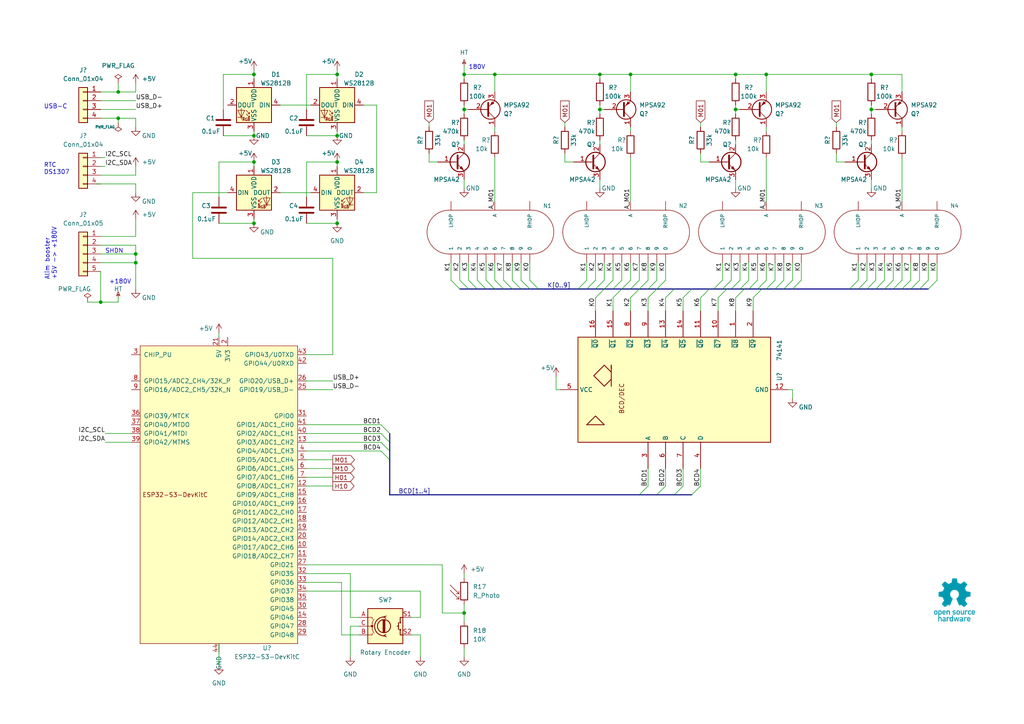
<source format=kicad_sch>
(kicad_sch (version 20230121) (generator eeschema)

  (uuid 85cb51be-adf5-40e2-a19a-4a872503aa84)

  (paper "A4")

  (title_block
    (title "Horloge Nixie")
    (date "2023-07-10")
    (rev "0.2")
    (company "Author : Laurent Claude - www.laurentclaude.fr")
    (comment 1 "License : Open Source Hardware - CC BY-SA 4.0")
  )

  

  (junction (at 39.37 76.2) (diameter 0) (color 0 0 0 0)
    (uuid 03980b1b-d2a2-4933-9b1e-944255724b8b)
  )
  (junction (at 134.62 177.8) (diameter 0) (color 0 0 0 0)
    (uuid 06521d2c-95ce-4a49-a7c1-98493ba67ab4)
  )
  (junction (at 73.66 46.99) (diameter 0) (color 0 0 0 0)
    (uuid 089c27e4-385e-4ade-9a3b-63a9efb28db4)
  )
  (junction (at 39.37 73.66) (diameter 0) (color 0 0 0 0)
    (uuid 1cec89a6-015a-41e8-bcd2-229a168eeb34)
  )
  (junction (at 29.21 87.63) (diameter 0) (color 0 0 0 0)
    (uuid 3e2b6848-ba5f-4187-bb29-90a00f48f9e6)
  )
  (junction (at 143.51 21.59) (diameter 0) (color 0 0 0 0)
    (uuid 5615ab07-9096-4018-9842-1f4f3d859fcc)
  )
  (junction (at 34.29 34.29) (diameter 0) (color 0 0 0 0)
    (uuid 5770e033-157f-474d-a18c-b6b60ed4d561)
  )
  (junction (at 97.79 46.99) (diameter 0) (color 0 0 0 0)
    (uuid 5e936536-4236-47f7-9873-119a8cc58e72)
  )
  (junction (at 97.79 21.59) (diameter 0) (color 0 0 0 0)
    (uuid 6592b354-1560-48e6-b71d-6ab28574f152)
  )
  (junction (at 252.73 21.59) (diameter 0) (color 0 0 0 0)
    (uuid 750a5ce3-1dab-42dd-beb6-3b0764571004)
  )
  (junction (at 134.62 31.75) (diameter 0) (color 0 0 0 0)
    (uuid 759463ca-0b71-4937-af17-d0ccb9733c77)
  )
  (junction (at 73.66 21.59) (diameter 0) (color 0 0 0 0)
    (uuid 8066e2e8-981e-4642-bb3e-a14547701754)
  )
  (junction (at 213.36 21.59) (diameter 0) (color 0 0 0 0)
    (uuid 9a0cfae8-16f0-4116-a468-69cdd529b886)
  )
  (junction (at 73.66 39.37) (diameter 0) (color 0 0 0 0)
    (uuid a009dcdc-61bf-44c9-a225-29805b49000c)
  )
  (junction (at 252.73 31.75) (diameter 0) (color 0 0 0 0)
    (uuid a5fcb0de-f46f-4431-9ca2-5c0d00ff6881)
  )
  (junction (at 173.99 21.59) (diameter 0) (color 0 0 0 0)
    (uuid aab12c5a-dd02-4b97-902f-b7455cc8b57c)
  )
  (junction (at 97.79 64.77) (diameter 0) (color 0 0 0 0)
    (uuid b2ab96d8-5570-4f0c-b35b-bce653fd8267)
  )
  (junction (at 34.29 26.67) (diameter 0) (color 0 0 0 0)
    (uuid c8a92d1b-5188-42e3-800f-545785f21a34)
  )
  (junction (at 97.79 39.37) (diameter 0) (color 0 0 0 0)
    (uuid cad22653-b0f4-4a5c-b708-736ce3e9a272)
  )
  (junction (at 73.66 64.77) (diameter 0) (color 0 0 0 0)
    (uuid cf763434-2528-44a5-af17-23d0b0738933)
  )
  (junction (at 173.99 31.75) (diameter 0) (color 0 0 0 0)
    (uuid d518429d-e0c1-4ce2-b043-453594b0f65a)
  )
  (junction (at 222.25 21.59) (diameter 0) (color 0 0 0 0)
    (uuid dcfedead-32c9-406e-861f-75e0bc1134e4)
  )
  (junction (at 182.88 21.59) (diameter 0) (color 0 0 0 0)
    (uuid f5943da8-6bff-4aee-bb3d-a26361081eb2)
  )
  (junction (at 213.36 31.75) (diameter 0) (color 0 0 0 0)
    (uuid f6d0607f-15b8-479b-ba98-6f588a60739b)
  )
  (junction (at 134.62 21.59) (diameter 0) (color 0 0 0 0)
    (uuid ff6d24e4-46d3-4158-945e-d13bcc9ce28a)
  )

  (bus_entry (at 135.89 83.82) (size -2.54 -2.54)
    (stroke (width 0) (type default))
    (uuid 0cee9690-63d8-4bd0-8e1c-d4ab91acc61b)
  )
  (bus_entry (at 229.87 83.82) (size 2.54 -2.54)
    (stroke (width 0) (type default))
    (uuid 0d8e9167-a791-424f-a66b-9f4219616c20)
  )
  (bus_entry (at 146.05 83.82) (size -2.54 -2.54)
    (stroke (width 0) (type default))
    (uuid 110fee78-e24e-43fb-bb87-a225700edd14)
  )
  (bus_entry (at 156.21 83.82) (size -2.54 -2.54)
    (stroke (width 0) (type default))
    (uuid 13d56eaf-5d55-4beb-a393-1ae49a260ed3)
  )
  (bus_entry (at 175.26 83.82) (size 2.54 -2.54)
    (stroke (width 0) (type default))
    (uuid 19956e8b-235b-4216-babe-f91995b804d6)
  )
  (bus_entry (at 209.55 83.82) (size 2.54 -2.54)
    (stroke (width 0) (type default))
    (uuid 214aa496-d1f0-4397-91b0-d9bfcb6ec210)
  )
  (bus_entry (at 143.51 83.82) (size -2.54 -2.54)
    (stroke (width 0) (type default))
    (uuid 22bb564f-eb07-4720-9180-19db2205fb30)
  )
  (bus_entry (at 187.96 86.36) (size 2.54 -2.54)
    (stroke (width 0) (type default))
    (uuid 24dc9f95-c746-4ca2-b85c-c3237a544f07)
  )
  (bus_entry (at 200.66 143.51) (size 2.54 -2.54)
    (stroke (width 0) (type default))
    (uuid 2ef3cc81-ef61-435f-aa82-6662aca08766)
  )
  (bus_entry (at 180.34 83.82) (size 2.54 -2.54)
    (stroke (width 0) (type default))
    (uuid 30f99afb-43cf-45f5-b3a5-48da69806aec)
  )
  (bus_entry (at 193.04 86.36) (size 2.54 -2.54)
    (stroke (width 0) (type default))
    (uuid 326fbc4d-e163-4094-9534-34c6f42a05a7)
  )
  (bus_entry (at 256.54 83.82) (size 2.54 -2.54)
    (stroke (width 0) (type default))
    (uuid 3a100365-8cff-4a52-841f-68e818c219e3)
  )
  (bus_entry (at 177.8 86.36) (size 2.54 -2.54)
    (stroke (width 0) (type default))
    (uuid 3a66f6af-1f14-4919-8a3a-7a480b448143)
  )
  (bus_entry (at 110.49 123.19) (size 2.54 2.54)
    (stroke (width 0) (type default))
    (uuid 3d604907-e4d8-4908-b1ef-b8643c9174b3)
  )
  (bus_entry (at 172.72 83.82) (size 2.54 -2.54)
    (stroke (width 0) (type default))
    (uuid 3dde9ccc-a34d-4cee-813d-549c339b7732)
  )
  (bus_entry (at 222.25 83.82) (size 2.54 -2.54)
    (stroke (width 0) (type default))
    (uuid 45d0bb26-afcf-4a51-9665-e7e60acf8ab5)
  )
  (bus_entry (at 208.28 86.36) (size 2.54 -2.54)
    (stroke (width 0) (type default))
    (uuid 4dca4c21-d9b7-47f7-a942-d519f7c7018c)
  )
  (bus_entry (at 207.01 83.82) (size 2.54 -2.54)
    (stroke (width 0) (type default))
    (uuid 4df71619-7142-45df-b446-0f5fc14904da)
  )
  (bus_entry (at 246.38 83.82) (size 2.54 -2.54)
    (stroke (width 0) (type default))
    (uuid 4f7c5769-c2b0-4294-b68e-57b012e5dc7e)
  )
  (bus_entry (at 185.42 83.82) (size 2.54 -2.54)
    (stroke (width 0) (type default))
    (uuid 51c1dcbc-33f6-4591-8b56-c3fe34bde0bd)
  )
  (bus_entry (at 214.63 83.82) (size 2.54 -2.54)
    (stroke (width 0) (type default))
    (uuid 57c15fb9-e79a-4789-9352-7fb76a303e58)
  )
  (bus_entry (at 251.46 83.82) (size 2.54 -2.54)
    (stroke (width 0) (type default))
    (uuid 5cd203bc-ee38-40d6-bf46-ee30b4f40a08)
  )
  (bus_entry (at 198.12 86.36) (size 2.54 -2.54)
    (stroke (width 0) (type default))
    (uuid 606ebaac-bf25-4703-8658-a00ad4155209)
  )
  (bus_entry (at 217.17 83.82) (size 2.54 -2.54)
    (stroke (width 0) (type default))
    (uuid 68c030d1-1721-4dbe-8ae3-79255a89fca2)
  )
  (bus_entry (at 224.79 83.82) (size 2.54 -2.54)
    (stroke (width 0) (type default))
    (uuid 69f9ab20-4e77-4806-a2f1-5c6d52a7d62d)
  )
  (bus_entry (at 138.43 83.82) (size -2.54 -2.54)
    (stroke (width 0) (type default))
    (uuid 7faa56ee-fb9c-4c5d-b13a-03cba046fb44)
  )
  (bus_entry (at 218.44 86.36) (size 2.54 -2.54)
    (stroke (width 0) (type default))
    (uuid 8017be58-7e97-4497-a4a0-a3b13a9c959b)
  )
  (bus_entry (at 261.62 83.82) (size 2.54 -2.54)
    (stroke (width 0) (type default))
    (uuid 892b27ce-e4f9-4a92-afa3-99899cd4844c)
  )
  (bus_entry (at 133.35 83.82) (size -2.54 -2.54)
    (stroke (width 0) (type default))
    (uuid 893bc4a7-a641-4e36-9a45-4b53f61a099e)
  )
  (bus_entry (at 190.5 143.51) (size 2.54 -2.54)
    (stroke (width 0) (type default))
    (uuid 8a7f3831-117b-4606-adaa-76addaa36c5a)
  )
  (bus_entry (at 153.67 83.82) (size -2.54 -2.54)
    (stroke (width 0) (type default))
    (uuid 8badf74b-6cf4-447e-b7d6-d60e89a69886)
  )
  (bus_entry (at 254 83.82) (size 2.54 -2.54)
    (stroke (width 0) (type default))
    (uuid 9d8a7191-5d3d-4978-b608-620899e27592)
  )
  (bus_entry (at 264.16 83.82) (size 2.54 -2.54)
    (stroke (width 0) (type default))
    (uuid a231292f-ca44-411a-8966-8c1863b9b52a)
  )
  (bus_entry (at 269.24 83.82) (size 2.54 -2.54)
    (stroke (width 0) (type default))
    (uuid a847198b-90c7-4147-b4e6-c2084145df42)
  )
  (bus_entry (at 110.49 128.27) (size 2.54 2.54)
    (stroke (width 0) (type default))
    (uuid a89e8aba-4dee-416a-936c-8d69bc6ca2f1)
  )
  (bus_entry (at 185.42 143.51) (size 2.54 -2.54)
    (stroke (width 0) (type default))
    (uuid aad70363-b42d-4fd2-afbc-3bdc3c4183b8)
  )
  (bus_entry (at 177.8 83.82) (size 2.54 -2.54)
    (stroke (width 0) (type default))
    (uuid ac4c4406-31a2-4aa9-91c7-a27279ab3d9c)
  )
  (bus_entry (at 172.72 86.36) (size 2.54 -2.54)
    (stroke (width 0) (type default))
    (uuid adf8407c-8a57-4b0c-8f72-f95b78cf14fc)
  )
  (bus_entry (at 190.5 83.82) (size 2.54 -2.54)
    (stroke (width 0) (type default))
    (uuid b3664417-5b00-409f-b4d8-d8fc2534c251)
  )
  (bus_entry (at 140.97 83.82) (size -2.54 -2.54)
    (stroke (width 0) (type default))
    (uuid bd101000-62ba-4dea-b1a4-e146ac8b859c)
  )
  (bus_entry (at 212.09 83.82) (size 2.54 -2.54)
    (stroke (width 0) (type default))
    (uuid c25ea124-91dc-4261-b6a8-d6a82331b2f2)
  )
  (bus_entry (at 187.96 83.82) (size 2.54 -2.54)
    (stroke (width 0) (type default))
    (uuid c99fa424-7fbf-47c9-a1f0-038f3d954041)
  )
  (bus_entry (at 110.49 125.73) (size 2.54 2.54)
    (stroke (width 0) (type default))
    (uuid cac0ef63-4066-45a6-b75f-5c3a6e6fa81b)
  )
  (bus_entry (at 151.13 83.82) (size -2.54 -2.54)
    (stroke (width 0) (type default))
    (uuid cbd7b5a4-15f2-4079-a667-82c2a91767e7)
  )
  (bus_entry (at 195.58 143.51) (size 2.54 -2.54)
    (stroke (width 0) (type default))
    (uuid cd2ad7af-c176-4ad7-a34a-06d6139c3a79)
  )
  (bus_entry (at 259.08 83.82) (size 2.54 -2.54)
    (stroke (width 0) (type default))
    (uuid cdb37095-99d4-4965-867e-7233add92de7)
  )
  (bus_entry (at 227.33 83.82) (size 2.54 -2.54)
    (stroke (width 0) (type default))
    (uuid cdf47dd6-c72a-46ad-b6dc-95f46010d3c6)
  )
  (bus_entry (at 248.92 83.82) (size 2.54 -2.54)
    (stroke (width 0) (type default))
    (uuid ce4f30c9-e4fb-4b7e-8df2-404f4a195bbc)
  )
  (bus_entry (at 170.18 83.82) (size 2.54 -2.54)
    (stroke (width 0) (type default))
    (uuid ce9535ae-8e2e-4779-88fb-4312c73d94f2)
  )
  (bus_entry (at 213.36 86.36) (size 2.54 -2.54)
    (stroke (width 0) (type default))
    (uuid d5fcdac7-5f5d-4f74-a58d-593ac5100425)
  )
  (bus_entry (at 266.7 83.82) (size 2.54 -2.54)
    (stroke (width 0) (type default))
    (uuid d601152e-24f6-4dc2-8868-35f63e9d6e6e)
  )
  (bus_entry (at 219.71 83.82) (size 2.54 -2.54)
    (stroke (width 0) (type default))
    (uuid d9898630-0652-4b8e-82a1-fb2b40535d3c)
  )
  (bus_entry (at 110.49 130.81) (size 2.54 2.54)
    (stroke (width 0) (type default))
    (uuid dabd708d-e34b-4252-9fa6-35bfc6256d9b)
  )
  (bus_entry (at 203.2 86.36) (size 2.54 -2.54)
    (stroke (width 0) (type default))
    (uuid de0483da-c248-4caf-8da7-6e016a1f44b8)
  )
  (bus_entry (at 167.64 83.82) (size 2.54 -2.54)
    (stroke (width 0) (type default))
    (uuid e63cd199-bdb2-4b9e-a95b-46197985dcc8)
  )
  (bus_entry (at 148.59 83.82) (size -2.54 -2.54)
    (stroke (width 0) (type default))
    (uuid ee53ea4e-0af9-4b07-a2d3-ccae7521cc22)
  )
  (bus_entry (at 182.88 86.36) (size 2.54 -2.54)
    (stroke (width 0) (type default))
    (uuid f05b9d07-b7a4-4a58-b2f5-72174cef16fa)
  )
  (bus_entry (at 182.88 83.82) (size 2.54 -2.54)
    (stroke (width 0) (type default))
    (uuid f2190a6b-1ed0-4ba5-9c59-c23f0ca17d6f)
  )

  (wire (pts (xy 29.21 34.29) (xy 34.29 34.29))
    (stroke (width 0) (type default))
    (uuid 0029fe6d-dd7b-45e5-ad95-9f7331d90737)
  )
  (wire (pts (xy 256.54 76.2) (xy 256.54 81.28))
    (stroke (width 0) (type default))
    (uuid 002eb743-d1f4-48b1-b4be-6a47b81780a2)
  )
  (wire (pts (xy 182.88 76.2) (xy 182.88 81.28))
    (stroke (width 0) (type default))
    (uuid 00b8b6f0-8375-4bcc-9784-4f8ab8d4e0d1)
  )
  (wire (pts (xy 180.34 76.2) (xy 180.34 81.28))
    (stroke (width 0) (type default))
    (uuid 00d90ffb-0473-4e88-9e42-ceb2e307fa95)
  )
  (bus (pts (xy 185.42 83.82) (xy 187.96 83.82))
    (stroke (width 0) (type default))
    (uuid 00e4f242-3173-4a40-9fda-926a6184debe)
  )

  (wire (pts (xy 269.24 76.2) (xy 269.24 81.28))
    (stroke (width 0) (type default))
    (uuid 0125bbc6-cad5-4e89-b43d-84e712d32a9f)
  )
  (bus (pts (xy 172.72 83.82) (xy 175.26 83.82))
    (stroke (width 0) (type default))
    (uuid 0154e7e0-1062-47f8-938a-3fbe0b86d295)
  )

  (wire (pts (xy 27.94 53.34) (xy 39.37 53.34))
    (stroke (width 0) (type default))
    (uuid 045ca92c-e0d8-4a0a-92be-51f16b59d349)
  )
  (wire (pts (xy 252.73 30.48) (xy 252.73 31.75))
    (stroke (width 0) (type default))
    (uuid 0479bf8d-e841-4f16-bbf4-c552f1f71bb6)
  )
  (wire (pts (xy 39.37 73.66) (xy 39.37 76.2))
    (stroke (width 0) (type default))
    (uuid 0504dfa6-d480-4af4-9925-ac8a9417c82c)
  )
  (wire (pts (xy 29.21 29.21) (xy 39.37 29.21))
    (stroke (width 0) (type default))
    (uuid 069bacfa-849f-4d32-9a49-9316f2cec2f7)
  )
  (wire (pts (xy 138.43 76.2) (xy 138.43 81.28))
    (stroke (width 0) (type default))
    (uuid 07b8214a-41f3-479a-ac1e-e0f986ecb780)
  )
  (bus (pts (xy 190.5 143.51) (xy 195.58 143.51))
    (stroke (width 0) (type default))
    (uuid 08ca50ec-4d71-4e91-bf1c-0108df083a2c)
  )

  (wire (pts (xy 203.2 86.36) (xy 203.2 90.17))
    (stroke (width 0) (type default))
    (uuid 09b3697e-4b94-4968-95e9-9937a47190e4)
  )
  (wire (pts (xy 218.44 86.36) (xy 218.44 90.17))
    (stroke (width 0) (type default))
    (uuid 0be3ff48-26f7-44f3-981d-54a09dc70d8b)
  )
  (bus (pts (xy 113.03 133.35) (xy 113.03 143.51))
    (stroke (width 0) (type default))
    (uuid 0db965c6-d673-4282-bb90-f6f6bcf4aa7e)
  )
  (bus (pts (xy 212.09 83.82) (xy 214.63 83.82))
    (stroke (width 0) (type default))
    (uuid 0f7bb420-1bc3-4871-a9ad-4bab5d0c2fdb)
  )

  (wire (pts (xy 119.38 179.07) (xy 121.92 179.07))
    (stroke (width 0) (type default))
    (uuid 0fcb4e0f-b917-4dfb-8717-ae4680c7a9f1)
  )
  (wire (pts (xy 153.67 76.2) (xy 153.67 81.28))
    (stroke (width 0) (type default))
    (uuid 106c4c08-9349-43d3-a9c8-a704e591f39f)
  )
  (wire (pts (xy 213.36 30.48) (xy 213.36 31.75))
    (stroke (width 0) (type default))
    (uuid 115dae77-de80-429f-a2bf-6995b3813ac6)
  )
  (wire (pts (xy 66.04 55.88) (xy 55.88 55.88))
    (stroke (width 0) (type default))
    (uuid 11706af1-6186-4b6d-ae7b-a5e7b4ef5514)
  )
  (wire (pts (xy 29.21 45.72) (xy 30.48 45.72))
    (stroke (width 0) (type default))
    (uuid 12805dbd-0f6f-4337-85b1-fdc1344feb12)
  )
  (wire (pts (xy 227.33 76.2) (xy 227.33 81.28))
    (stroke (width 0) (type default))
    (uuid 1309c506-4464-4af5-8d4c-e71be8524662)
  )
  (wire (pts (xy 252.73 21.59) (xy 252.73 22.86))
    (stroke (width 0) (type default))
    (uuid 1352f237-3962-4938-b994-232370658e2c)
  )
  (wire (pts (xy 222.25 76.2) (xy 222.25 81.28))
    (stroke (width 0) (type default))
    (uuid 138edba6-18a1-4004-a0dc-824b8f5e83bc)
  )
  (wire (pts (xy 203.2 135.89) (xy 203.2 140.97))
    (stroke (width 0) (type default))
    (uuid 14a945e6-1366-4278-863c-15d29cfaafe2)
  )
  (bus (pts (xy 151.13 83.82) (xy 153.67 83.82))
    (stroke (width 0) (type default))
    (uuid 16b60d3f-9af6-476d-9169-f03e6f6769ef)
  )

  (wire (pts (xy 213.36 52.07) (xy 213.36 54.61))
    (stroke (width 0) (type default))
    (uuid 189e5f71-9980-4f07-8953-52f09086083e)
  )
  (wire (pts (xy 34.29 24.13) (xy 34.29 26.67))
    (stroke (width 0) (type default))
    (uuid 1ba58374-c729-4655-9223-aafe3305069f)
  )
  (wire (pts (xy 30.48 128.27) (xy 38.1 128.27))
    (stroke (width 0) (type default))
    (uuid 1ced1eee-fad7-44cc-bf0b-cd9f295e630c)
  )
  (wire (pts (xy 193.04 140.97) (xy 193.04 135.89))
    (stroke (width 0) (type default))
    (uuid 1fd1edce-3b53-4c01-9ac5-6ee97da164f0)
  )
  (wire (pts (xy 134.62 177.8) (xy 134.62 180.34))
    (stroke (width 0) (type default))
    (uuid 1fff1133-1877-4a9c-bc11-1cb95c4dcef4)
  )
  (wire (pts (xy 101.6 181.61) (xy 104.14 181.61))
    (stroke (width 0) (type default))
    (uuid 202e5c38-8d94-455c-8160-02b383262907)
  )
  (wire (pts (xy 88.9 135.89) (xy 96.52 135.89))
    (stroke (width 0) (type default))
    (uuid 22248573-10af-4c80-85ad-677ea7fcaaff)
  )
  (wire (pts (xy 217.17 76.2) (xy 217.17 81.28))
    (stroke (width 0) (type default))
    (uuid 22dce552-b735-4988-9747-d77863f16d0e)
  )
  (wire (pts (xy 173.99 30.48) (xy 173.99 31.75))
    (stroke (width 0) (type default))
    (uuid 239f4421-e698-4e94-9b09-db7de99a7174)
  )
  (wire (pts (xy 134.62 52.07) (xy 134.62 54.61))
    (stroke (width 0) (type default))
    (uuid 24bab3a8-6eef-4780-a0a5-8c2e1df1052b)
  )
  (wire (pts (xy 213.36 21.59) (xy 222.25 21.59))
    (stroke (width 0) (type default))
    (uuid 24f5b5ca-dda0-4c3b-884a-ac39d88aadd8)
  )
  (wire (pts (xy 55.88 55.88) (xy 55.88 74.93))
    (stroke (width 0) (type default))
    (uuid 251249d9-c86d-47e5-8122-0ccf738f09a0)
  )
  (bus (pts (xy 195.58 143.51) (xy 200.66 143.51))
    (stroke (width 0) (type default))
    (uuid 25e419e9-d9e8-4837-87e8-b14dc06b6ec5)
  )

  (wire (pts (xy 88.9 113.03) (xy 96.52 113.03))
    (stroke (width 0) (type default))
    (uuid 2623910b-8e8d-4f86-a9c7-ab7e0d98a492)
  )
  (wire (pts (xy 187.96 86.36) (xy 187.96 90.17))
    (stroke (width 0) (type default))
    (uuid 267f3742-fde2-470c-95e1-7887eb57386a)
  )
  (wire (pts (xy 261.62 76.2) (xy 261.62 81.28))
    (stroke (width 0) (type default))
    (uuid 26c7ef47-980b-4f81-be80-a74238e60d06)
  )
  (bus (pts (xy 256.54 83.82) (xy 259.08 83.82))
    (stroke (width 0) (type default))
    (uuid 28a7b1e1-7548-4a05-85d9-6790ba20f8c8)
  )

  (wire (pts (xy 222.25 26.67) (xy 222.25 21.59))
    (stroke (width 0) (type default))
    (uuid 28dccf2d-f903-4e9e-8e72-e36704d77020)
  )
  (wire (pts (xy 187.96 140.97) (xy 187.96 135.89))
    (stroke (width 0) (type default))
    (uuid 29277bfe-bf99-4146-a147-7e1149244709)
  )
  (wire (pts (xy 97.79 63.5) (xy 97.79 64.77))
    (stroke (width 0) (type default))
    (uuid 2a878a92-fed9-487e-9142-b51e589ca15d)
  )
  (wire (pts (xy 259.08 76.2) (xy 259.08 81.28))
    (stroke (width 0) (type default))
    (uuid 2ac507e5-a213-47d2-8bfa-b2e2813fc44a)
  )
  (wire (pts (xy 134.62 21.59) (xy 134.62 22.86))
    (stroke (width 0) (type default))
    (uuid 2af35554-b31b-4ec0-94c6-45b58cc687e6)
  )
  (wire (pts (xy 88.9 133.35) (xy 96.52 133.35))
    (stroke (width 0) (type default))
    (uuid 2b715ea9-57ca-445c-b0ce-84f4b9702501)
  )
  (bus (pts (xy 205.74 83.82) (xy 207.01 83.82))
    (stroke (width 0) (type default))
    (uuid 2d8d64bf-c69e-4f37-b1d9-ced749d6c1ad)
  )

  (wire (pts (xy 88.9 39.37) (xy 97.79 39.37))
    (stroke (width 0) (type default))
    (uuid 3022acb6-7137-40c0-8ff8-53f49ca761ea)
  )
  (wire (pts (xy 252.73 40.64) (xy 252.73 41.91))
    (stroke (width 0) (type default))
    (uuid 3136659e-d5c7-4f92-87d2-7360422861f7)
  )
  (bus (pts (xy 219.71 83.82) (xy 220.98 83.82))
    (stroke (width 0) (type default))
    (uuid 33557682-2064-4086-9fca-34892f32827b)
  )
  (bus (pts (xy 220.98 83.82) (xy 222.25 83.82))
    (stroke (width 0) (type default))
    (uuid 33766643-1e57-4f38-aa26-c4c61cc6c54f)
  )

  (wire (pts (xy 39.37 34.29) (xy 39.37 36.83))
    (stroke (width 0) (type default))
    (uuid 33920d9e-9de3-4996-8082-2731c360fef9)
  )
  (bus (pts (xy 182.88 83.82) (xy 185.42 83.82))
    (stroke (width 0) (type default))
    (uuid 33c68b44-4a79-40d8-ae58-3664ba370424)
  )
  (bus (pts (xy 170.18 83.82) (xy 172.72 83.82))
    (stroke (width 0) (type default))
    (uuid 3547f233-7beb-4a92-a541-413277dcf9d8)
  )

  (wire (pts (xy 73.66 46.99) (xy 73.66 48.26))
    (stroke (width 0) (type default))
    (uuid 35801a5d-ce70-401e-b547-cb7b8161d06a)
  )
  (wire (pts (xy 134.62 40.64) (xy 134.62 41.91))
    (stroke (width 0) (type default))
    (uuid 35cd83ee-8de9-4b9a-90ca-0c7d7b2cb8eb)
  )
  (wire (pts (xy 213.36 31.75) (xy 214.63 31.75))
    (stroke (width 0) (type default))
    (uuid 35d45d91-17e5-4f72-ad8e-ab1d68961a10)
  )
  (wire (pts (xy 242.57 46.99) (xy 245.11 46.99))
    (stroke (width 0) (type default))
    (uuid 36259f1c-df2e-4a2e-8620-587afb0754d0)
  )
  (bus (pts (xy 217.17 83.82) (xy 219.71 83.82))
    (stroke (width 0) (type default))
    (uuid 385128f4-63ca-44b0-a5f7-eff9cc4c2dcd)
  )

  (wire (pts (xy 222.25 36.83) (xy 222.25 38.1))
    (stroke (width 0) (type default))
    (uuid 3a4e385c-bffe-4752-961d-d40970f27810)
  )
  (wire (pts (xy 182.88 45.72) (xy 182.88 58.42))
    (stroke (width 0) (type default))
    (uuid 3b74ea6d-c4e6-4413-9a07-c4dfe5ab94fe)
  )
  (bus (pts (xy 113.03 128.27) (xy 113.03 130.81))
    (stroke (width 0) (type default))
    (uuid 3ba5aabd-f0bf-4164-80cd-1d69f8fe2c12)
  )
  (bus (pts (xy 214.63 83.82) (xy 215.9 83.82))
    (stroke (width 0) (type default))
    (uuid 3e4315e5-f841-457c-aa25-6a6ee7a18feb)
  )

  (wire (pts (xy 101.6 179.07) (xy 101.6 166.37))
    (stroke (width 0) (type default))
    (uuid 3e8f0de5-6e00-4953-ba63-5c22a3d81428)
  )
  (wire (pts (xy 198.12 86.36) (xy 198.12 90.17))
    (stroke (width 0) (type default))
    (uuid 3ea31bd9-e03f-4fec-9fe7-cf5189e3a5c7)
  )
  (wire (pts (xy 143.51 45.72) (xy 143.51 58.42))
    (stroke (width 0) (type default))
    (uuid 3eb477a0-7a31-4b3c-b058-9822ca99b6a2)
  )
  (wire (pts (xy 64.77 39.37) (xy 73.66 39.37))
    (stroke (width 0) (type default))
    (uuid 4012d713-3e85-4cf1-8db1-c7687711abee)
  )
  (bus (pts (xy 195.58 83.82) (xy 200.66 83.82))
    (stroke (width 0) (type default))
    (uuid 40289a6b-07b0-4850-8b11-6890a3547eb4)
  )

  (wire (pts (xy 88.9 125.73) (xy 110.49 125.73))
    (stroke (width 0) (type default))
    (uuid 40a6a000-aa77-4844-b78e-e955e4254157)
  )
  (wire (pts (xy 261.62 36.83) (xy 261.62 38.1))
    (stroke (width 0) (type default))
    (uuid 41cca86d-4eb7-4f55-8c91-17e54a56557b)
  )
  (wire (pts (xy 222.25 21.59) (xy 252.73 21.59))
    (stroke (width 0) (type default))
    (uuid 41da2418-908c-4224-b3b2-80e293333e6c)
  )
  (wire (pts (xy 224.79 76.2) (xy 224.79 81.28))
    (stroke (width 0) (type default))
    (uuid 4454df96-0aa2-4204-bf68-41b4a636ee7d)
  )
  (wire (pts (xy 143.51 36.83) (xy 143.51 38.1))
    (stroke (width 0) (type default))
    (uuid 44f598a2-a6f4-41d9-8203-9b331badc9ab)
  )
  (wire (pts (xy 63.5 57.15) (xy 63.5 46.99))
    (stroke (width 0) (type default))
    (uuid 4516e995-12a2-4036-bbe7-fc9521010c82)
  )
  (wire (pts (xy 29.21 78.74) (xy 29.21 87.63))
    (stroke (width 0) (type default))
    (uuid 453e85a8-46d3-43fd-bdb4-c7424bc2c318)
  )
  (wire (pts (xy 203.2 46.99) (xy 205.74 46.99))
    (stroke (width 0) (type default))
    (uuid 473d6305-fef1-4f44-8955-a656274015ed)
  )
  (bus (pts (xy 148.59 83.82) (xy 151.13 83.82))
    (stroke (width 0) (type default))
    (uuid 485d9747-2647-4c2d-97fd-a3a192a09df9)
  )

  (wire (pts (xy 264.16 76.2) (xy 264.16 81.28))
    (stroke (width 0) (type default))
    (uuid 48686150-9216-4dfb-8c04-71f0ce0503c4)
  )
  (wire (pts (xy 173.99 40.64) (xy 173.99 41.91))
    (stroke (width 0) (type default))
    (uuid 49004451-01f2-4883-81c7-2c7158bc8da1)
  )
  (wire (pts (xy 63.5 64.77) (xy 73.66 64.77))
    (stroke (width 0) (type default))
    (uuid 4cb7b7ab-71cb-4248-ba72-04ec85e1a60c)
  )
  (wire (pts (xy 73.66 63.5) (xy 73.66 64.77))
    (stroke (width 0) (type default))
    (uuid 4ce2c5fb-4a1d-472f-a2d2-60375bee4dd8)
  )
  (bus (pts (xy 156.21 83.82) (xy 167.64 83.82))
    (stroke (width 0) (type default))
    (uuid 4ef279dd-86c9-412a-9c6d-8972aa1243f7)
  )

  (wire (pts (xy 88.9 140.97) (xy 96.52 140.97))
    (stroke (width 0) (type default))
    (uuid 4f4f0dd2-531b-4ff5-8306-02a77f7b59fe)
  )
  (wire (pts (xy 34.29 34.29) (xy 39.37 34.29))
    (stroke (width 0) (type default))
    (uuid 4f890b34-e7a7-4196-b4ff-f6d7b95f8aa5)
  )
  (wire (pts (xy 182.88 21.59) (xy 213.36 21.59))
    (stroke (width 0) (type default))
    (uuid 4fc7f9db-b413-431e-b291-ee3e16cb8370)
  )
  (bus (pts (xy 113.03 125.73) (xy 113.03 128.27))
    (stroke (width 0) (type default))
    (uuid 4ff0a2b5-87eb-4a58-a050-b356442cbfa1)
  )

  (wire (pts (xy 198.12 135.89) (xy 198.12 140.97))
    (stroke (width 0) (type default))
    (uuid 50b4bb5e-84be-402d-876f-d0bbb3c2cedc)
  )
  (bus (pts (xy 209.55 83.82) (xy 210.82 83.82))
    (stroke (width 0) (type default))
    (uuid 526db967-1239-4da3-951b-999546420ab4)
  )
  (bus (pts (xy 135.89 83.82) (xy 138.43 83.82))
    (stroke (width 0) (type default))
    (uuid 54863652-bbb7-4443-b558-4b98d8330ca5)
  )
  (bus (pts (xy 180.34 83.82) (xy 182.88 83.82))
    (stroke (width 0) (type default))
    (uuid 56f383d6-2f30-4b36-a937-559225c223da)
  )

  (wire (pts (xy 193.04 86.36) (xy 193.04 90.17))
    (stroke (width 0) (type default))
    (uuid 5750692c-523e-46e9-9895-e362bba3ba79)
  )
  (wire (pts (xy 63.5 46.99) (xy 73.66 46.99))
    (stroke (width 0) (type default))
    (uuid 57c78879-22e3-461c-9f5b-b5e78a81b5ce)
  )
  (bus (pts (xy 207.01 83.82) (xy 209.55 83.82))
    (stroke (width 0) (type default))
    (uuid 587d570b-77f5-417f-b420-dfe622624f8a)
  )

  (wire (pts (xy 73.66 38.1) (xy 73.66 39.37))
    (stroke (width 0) (type default))
    (uuid 5a251dda-06a7-467a-bd96-657f1b09d108)
  )
  (wire (pts (xy 101.6 179.07) (xy 104.14 179.07))
    (stroke (width 0) (type default))
    (uuid 5a458a48-fc11-4ac1-9dc8-3fafb8e61965)
  )
  (bus (pts (xy 190.5 83.82) (xy 195.58 83.82))
    (stroke (width 0) (type default))
    (uuid 5aafa8cb-8bf1-427c-bb2d-6c63356ed58f)
  )

  (wire (pts (xy 29.21 76.2) (xy 39.37 76.2))
    (stroke (width 0) (type default))
    (uuid 5c97c786-26fb-4f4d-8c50-329c62b3d77d)
  )
  (bus (pts (xy 113.03 130.81) (xy 113.03 133.35))
    (stroke (width 0) (type default))
    (uuid 5df772a2-3c42-462b-befc-2cf0cc3daa47)
  )

  (wire (pts (xy 29.21 31.75) (xy 39.37 31.75))
    (stroke (width 0) (type default))
    (uuid 5f7fe16d-79df-45cf-870d-7b949a33d14b)
  )
  (bus (pts (xy 113.03 143.51) (xy 185.42 143.51))
    (stroke (width 0) (type default))
    (uuid 5fff0bbb-295d-4be3-93a7-c364e896ec9b)
  )
  (bus (pts (xy 248.92 83.82) (xy 251.46 83.82))
    (stroke (width 0) (type default))
    (uuid 600fff56-a6ec-4b2f-84c6-f7d5e3477585)
  )
  (bus (pts (xy 185.42 143.51) (xy 190.5 143.51))
    (stroke (width 0) (type default))
    (uuid 6197da25-1277-4ac6-b9b2-921681d225ef)
  )
  (bus (pts (xy 140.97 83.82) (xy 143.51 83.82))
    (stroke (width 0) (type default))
    (uuid 63519a3c-9248-463e-9b5c-71b2fe1f2d5b)
  )

  (wire (pts (xy 219.71 76.2) (xy 219.71 81.28))
    (stroke (width 0) (type default))
    (uuid 63c51683-9ed6-4031-b60d-ffe8b3bf9d52)
  )
  (wire (pts (xy 88.9 110.49) (xy 96.52 110.49))
    (stroke (width 0) (type default))
    (uuid 63e568b1-a227-4d4b-82d3-8fdf50cd0c21)
  )
  (wire (pts (xy 88.9 46.99) (xy 97.79 46.99))
    (stroke (width 0) (type default))
    (uuid 645bd932-5c97-4f57-a540-85801b55b200)
  )
  (wire (pts (xy 134.62 31.75) (xy 134.62 33.02))
    (stroke (width 0) (type default))
    (uuid 6593b87a-c503-4fee-a768-8c98ea29ff63)
  )
  (wire (pts (xy 163.83 44.45) (xy 163.83 46.99))
    (stroke (width 0) (type default))
    (uuid 659cf3b3-ffa9-4260-85dc-80753c017e3f)
  )
  (bus (pts (xy 227.33 83.82) (xy 229.87 83.82))
    (stroke (width 0) (type default))
    (uuid 659ed404-f319-42cf-96af-57f523d3e17e)
  )

  (wire (pts (xy 134.62 187.96) (xy 134.62 190.5))
    (stroke (width 0) (type default))
    (uuid 68a1a935-4a31-44a2-ac7c-1dc06560f44f)
  )
  (bus (pts (xy 266.7 83.82) (xy 269.24 83.82))
    (stroke (width 0) (type default))
    (uuid 68e96043-6d01-458c-a773-78e1d5b1d043)
  )

  (wire (pts (xy 29.21 26.67) (xy 34.29 26.67))
    (stroke (width 0) (type default))
    (uuid 696e7658-e8d7-43e6-8d44-e817ed2f7ff4)
  )
  (wire (pts (xy 134.62 30.48) (xy 134.62 31.75))
    (stroke (width 0) (type default))
    (uuid 6b26ff9e-462b-40eb-9195-75b060f6e39d)
  )
  (bus (pts (xy 254 83.82) (xy 256.54 83.82))
    (stroke (width 0) (type default))
    (uuid 6b56c9c2-2283-4dfe-90ce-dbe40014f491)
  )
  (bus (pts (xy 259.08 83.82) (xy 261.62 83.82))
    (stroke (width 0) (type default))
    (uuid 6cdde30d-24e6-4824-a386-d9499f333793)
  )

  (wire (pts (xy 88.9 64.77) (xy 97.79 64.77))
    (stroke (width 0) (type default))
    (uuid 6d71fbda-a658-403a-8f40-0b857f475794)
  )
  (wire (pts (xy 73.66 20.32) (xy 73.66 21.59))
    (stroke (width 0) (type default))
    (uuid 70bb92c0-dd4b-42c8-bc85-297cd75548f8)
  )
  (wire (pts (xy 81.28 30.48) (xy 90.17 30.48))
    (stroke (width 0) (type default))
    (uuid 71332da1-121c-4c39-9bc1-a78c4be2d599)
  )
  (wire (pts (xy 64.77 31.75) (xy 64.77 21.59))
    (stroke (width 0) (type default))
    (uuid 734e6e59-ad87-4eb9-9e59-687a9174fc09)
  )
  (wire (pts (xy 134.62 21.59) (xy 143.51 21.59))
    (stroke (width 0) (type default))
    (uuid 738ee8e0-f657-4edd-9062-c7d0c6b65f68)
  )
  (wire (pts (xy 64.77 21.59) (xy 73.66 21.59))
    (stroke (width 0) (type default))
    (uuid 773a6da7-5d5d-474a-baf6-4665b6c57332)
  )
  (wire (pts (xy 248.92 76.2) (xy 248.92 81.28))
    (stroke (width 0) (type default))
    (uuid 7943084f-b32c-45db-b457-f1f6ba5a3b9e)
  )
  (wire (pts (xy 97.79 21.59) (xy 97.79 22.86))
    (stroke (width 0) (type default))
    (uuid 79681715-aeb8-4146-8c69-838c2f4b7b68)
  )
  (wire (pts (xy 29.21 73.66) (xy 39.37 73.66))
    (stroke (width 0) (type default))
    (uuid 7a45adba-a5f4-4aba-931b-cb64b65d764a)
  )
  (bus (pts (xy 229.87 83.82) (xy 246.38 83.82))
    (stroke (width 0) (type default))
    (uuid 7a6f1ebb-5a17-4a16-9ca9-ff9077a583c1)
  )

  (wire (pts (xy 29.21 71.12) (xy 39.37 71.12))
    (stroke (width 0) (type default))
    (uuid 7aa372ac-cdc5-4e06-90f5-cc537c872ba2)
  )
  (wire (pts (xy 134.62 175.26) (xy 134.62 177.8))
    (stroke (width 0) (type default))
    (uuid 7b00c9f3-eea9-4fe5-8fa2-fc06d58c8833)
  )
  (wire (pts (xy 213.36 21.59) (xy 213.36 22.86))
    (stroke (width 0) (type default))
    (uuid 7cd6aec1-eddd-4df8-ae6b-18f3639be8bb)
  )
  (wire (pts (xy 193.04 76.2) (xy 193.04 81.28))
    (stroke (width 0) (type default))
    (uuid 7de64b45-9a38-4a2f-a2e0-7e8ccfae6895)
  )
  (wire (pts (xy 214.63 76.2) (xy 214.63 81.28))
    (stroke (width 0) (type default))
    (uuid 7efff4f6-a4bb-4da8-b36d-8feb6b392c86)
  )
  (wire (pts (xy 185.42 76.2) (xy 185.42 81.28))
    (stroke (width 0) (type default))
    (uuid 80445f7f-4d37-430a-8950-e2c8ad7a5136)
  )
  (wire (pts (xy 213.36 31.75) (xy 213.36 33.02))
    (stroke (width 0) (type default))
    (uuid 807b4fbb-64a0-4a95-8d4b-4dbc9dd0d5eb)
  )
  (wire (pts (xy 88.9 128.27) (xy 110.49 128.27))
    (stroke (width 0) (type default))
    (uuid 808fb88f-630a-454b-a3fa-5de1ece783cc)
  )
  (wire (pts (xy 124.46 44.45) (xy 124.46 46.99))
    (stroke (width 0) (type default))
    (uuid 815ee0d6-9d08-4c80-b10f-7a04f6a4c158)
  )
  (wire (pts (xy 143.51 76.2) (xy 143.51 81.28))
    (stroke (width 0) (type default))
    (uuid 827f853f-f4a5-4fd1-b397-1843d82e3660)
  )
  (wire (pts (xy 172.72 86.36) (xy 172.72 90.17))
    (stroke (width 0) (type default))
    (uuid 83c58dc9-f217-4c9f-8c1e-6cb95e0e5405)
  )
  (wire (pts (xy 55.88 74.93) (xy 96.52 74.93))
    (stroke (width 0) (type default))
    (uuid 84e2a8b8-8aad-4b13-99a7-95cc19d74c13)
  )
  (wire (pts (xy 229.87 76.2) (xy 229.87 81.28))
    (stroke (width 0) (type default))
    (uuid 84fb5886-3c13-4330-be4a-056c2a994148)
  )
  (wire (pts (xy 130.81 76.2) (xy 130.81 81.28))
    (stroke (width 0) (type default))
    (uuid 850239cc-581e-4a2b-911e-16c01ad81f4b)
  )
  (wire (pts (xy 203.2 35.56) (xy 203.2 36.83))
    (stroke (width 0) (type default))
    (uuid 87c92216-1775-4e68-99a1-22597b7fc59a)
  )
  (wire (pts (xy 134.62 19.05) (xy 134.62 21.59))
    (stroke (width 0) (type default))
    (uuid 895e2733-1403-4954-80c2-5ba9ca3e3deb)
  )
  (wire (pts (xy 209.55 76.2) (xy 209.55 81.28))
    (stroke (width 0) (type default))
    (uuid 89806192-8545-4935-942b-46ea80a71bca)
  )
  (wire (pts (xy 134.62 166.37) (xy 134.62 167.64))
    (stroke (width 0) (type default))
    (uuid 89bd6c71-676f-4743-ac46-a776631fe511)
  )
  (wire (pts (xy 39.37 68.58) (xy 29.21 68.58))
    (stroke (width 0) (type default))
    (uuid 8ccc2da0-4381-4d91-b3bf-40215a17e128)
  )
  (bus (pts (xy 210.82 83.82) (xy 212.09 83.82))
    (stroke (width 0) (type default))
    (uuid 8d396e1a-6fbb-4ea5-8afe-a597a2b5cef5)
  )

  (wire (pts (xy 121.92 184.15) (xy 121.92 190.5))
    (stroke (width 0) (type default))
    (uuid 912ca669-9211-425b-9e81-5ecca3402a39)
  )
  (wire (pts (xy 88.9 168.91) (xy 99.06 168.91))
    (stroke (width 0) (type default))
    (uuid 9248bd1f-c3c4-4328-8555-9a06bde4a240)
  )
  (wire (pts (xy 163.83 46.99) (xy 166.37 46.99))
    (stroke (width 0) (type default))
    (uuid 94326260-ad9b-44de-aac5-c5e5653e4d4a)
  )
  (wire (pts (xy 133.35 76.2) (xy 133.35 81.28))
    (stroke (width 0) (type default))
    (uuid 95061b34-4d27-4987-908f-2c6eed295901)
  )
  (wire (pts (xy 252.73 52.07) (xy 252.73 54.61))
    (stroke (width 0) (type default))
    (uuid 95184c32-d7e4-44a6-8fb3-8a8520ef298c)
  )
  (bus (pts (xy 143.51 83.82) (xy 146.05 83.82))
    (stroke (width 0) (type default))
    (uuid 9606ea76-8640-4d18-8027-550c8bd218f5)
  )
  (bus (pts (xy 133.35 83.82) (xy 135.89 83.82))
    (stroke (width 0) (type default))
    (uuid 96526be6-a8ea-4042-9fd4-1c1db39f32cf)
  )

  (wire (pts (xy 146.05 76.2) (xy 146.05 81.28))
    (stroke (width 0) (type default))
    (uuid 96b68043-5a30-452d-af3c-2ae0917f4fff)
  )
  (wire (pts (xy 175.26 76.2) (xy 175.26 81.28))
    (stroke (width 0) (type default))
    (uuid 96e1e6fb-21a5-4704-90e5-766ecaac4f7a)
  )
  (bus (pts (xy 264.16 83.82) (xy 266.7 83.82))
    (stroke (width 0) (type default))
    (uuid 97cea890-1bc1-4761-8487-9e055a1f35e4)
  )

  (wire (pts (xy 242.57 44.45) (xy 242.57 46.99))
    (stroke (width 0) (type default))
    (uuid 9a38a191-bcdd-4021-b38f-d1a23affcbe2)
  )
  (wire (pts (xy 203.2 44.45) (xy 203.2 46.99))
    (stroke (width 0) (type default))
    (uuid 9a3b98fa-38a4-4576-a677-7ea034c69166)
  )
  (bus (pts (xy 222.25 83.82) (xy 224.79 83.82))
    (stroke (width 0) (type default))
    (uuid 9c22055a-f60e-4e7b-950c-4adb7341eecd)
  )

  (wire (pts (xy 34.29 87.63) (xy 34.29 86.36))
    (stroke (width 0) (type default))
    (uuid 9d084ed2-9d7e-4496-9f6a-3bc3942adcd5)
  )
  (wire (pts (xy 101.6 166.37) (xy 88.9 166.37))
    (stroke (width 0) (type default))
    (uuid 9d68092b-f1ae-4df2-9732-b42c6d88ebab)
  )
  (wire (pts (xy 88.9 163.83) (xy 128.27 163.83))
    (stroke (width 0) (type default))
    (uuid a107c360-7d0c-4ae4-9aa9-a5443af9d6f2)
  )
  (wire (pts (xy 163.83 35.56) (xy 163.83 36.83))
    (stroke (width 0) (type default))
    (uuid a3d45d98-4251-4607-bb47-887123993090)
  )
  (wire (pts (xy 39.37 71.12) (xy 39.37 73.66))
    (stroke (width 0) (type default))
    (uuid a4af93ce-5808-4b28-81e7-5a3166fd9bbc)
  )
  (wire (pts (xy 34.29 34.29) (xy 34.29 35.56))
    (stroke (width 0) (type default))
    (uuid a5fe0f7a-0fb6-41db-a8c7-b05e04df733c)
  )
  (bus (pts (xy 224.79 83.82) (xy 227.33 83.82))
    (stroke (width 0) (type default))
    (uuid a66e5b83-e8c1-4900-bcab-79bcdaea998e)
  )

  (wire (pts (xy 124.46 46.99) (xy 127 46.99))
    (stroke (width 0) (type default))
    (uuid a6e2bbc7-ebbd-416f-8c95-39d0ef3f20ae)
  )
  (wire (pts (xy 143.51 21.59) (xy 173.99 21.59))
    (stroke (width 0) (type default))
    (uuid a8714bbe-5077-4b19-9388-0425b2254bf2)
  )
  (wire (pts (xy 182.88 26.67) (xy 182.88 21.59))
    (stroke (width 0) (type default))
    (uuid a8b80b17-437e-4c6b-8245-64aa32e25a22)
  )
  (wire (pts (xy 261.62 26.67) (xy 261.62 21.59))
    (stroke (width 0) (type default))
    (uuid a8c469cd-7981-4b59-a12d-48dfac7fc360)
  )
  (wire (pts (xy 208.28 86.36) (xy 208.28 90.17))
    (stroke (width 0) (type default))
    (uuid a97420d1-8563-4ebf-94a4-3682a208e8a9)
  )
  (wire (pts (xy 187.96 76.2) (xy 187.96 81.28))
    (stroke (width 0) (type default))
    (uuid aa73a779-d27a-4ae4-8066-1be41c4e3c80)
  )
  (wire (pts (xy 97.79 20.32) (xy 97.79 21.59))
    (stroke (width 0) (type default))
    (uuid ac410d7d-fc00-4d68-9a5a-bf99a07a5f52)
  )
  (wire (pts (xy 252.73 31.75) (xy 254 31.75))
    (stroke (width 0) (type default))
    (uuid acad59ef-b999-49d4-a773-2ab27ce81e6c)
  )
  (wire (pts (xy 88.9 138.43) (xy 96.52 138.43))
    (stroke (width 0) (type default))
    (uuid ad4f8918-2df7-4535-b51b-28dba3149f3f)
  )
  (wire (pts (xy 88.9 130.81) (xy 110.49 130.81))
    (stroke (width 0) (type default))
    (uuid ae7dfdab-358f-475a-b883-57621e0abc26)
  )
  (wire (pts (xy 232.41 76.2) (xy 232.41 81.28))
    (stroke (width 0) (type default))
    (uuid af60b322-b2c0-4dd7-993c-b0b31638d9b4)
  )
  (wire (pts (xy 128.27 177.8) (xy 134.62 177.8))
    (stroke (width 0) (type default))
    (uuid afa33358-ea54-49f4-8452-061f38bfecf8)
  )
  (wire (pts (xy 63.5 96.52) (xy 63.5 97.79))
    (stroke (width 0) (type default))
    (uuid afff9d4e-b7db-441e-9511-795b0c9b0eef)
  )
  (wire (pts (xy 212.09 76.2) (xy 212.09 81.28))
    (stroke (width 0) (type default))
    (uuid b02ecefb-03b2-47f9-a39a-8ab83ff3f47c)
  )
  (wire (pts (xy 172.72 76.2) (xy 172.72 81.28))
    (stroke (width 0) (type default))
    (uuid b224ad48-7510-4159-a3c1-2a9d1f7fac1a)
  )
  (wire (pts (xy 143.51 26.67) (xy 143.51 21.59))
    (stroke (width 0) (type default))
    (uuid b2ca2e51-2f9b-40a3-8d5b-655680f3a2ca)
  )
  (bus (pts (xy 146.05 83.82) (xy 148.59 83.82))
    (stroke (width 0) (type default))
    (uuid b444bb54-4298-4b9c-8a56-a5a448903b8b)
  )
  (bus (pts (xy 251.46 83.82) (xy 254 83.82))
    (stroke (width 0) (type default))
    (uuid b730b157-0127-40e9-adc3-36504b7c268b)
  )

  (wire (pts (xy 177.8 76.2) (xy 177.8 81.28))
    (stroke (width 0) (type default))
    (uuid b855b247-2949-4810-bf20-c9452692c5d4)
  )
  (wire (pts (xy 101.6 190.5) (xy 101.6 181.61))
    (stroke (width 0) (type default))
    (uuid b92a1645-bb11-48cf-b1d1-00073cd39a16)
  )
  (wire (pts (xy 173.99 21.59) (xy 182.88 21.59))
    (stroke (width 0) (type default))
    (uuid b9cac4d0-e1e9-4d7c-b6e3-c31035178908)
  )
  (wire (pts (xy 229.87 113.03) (xy 228.6 113.03))
    (stroke (width 0) (type default))
    (uuid b9d75a8b-919d-4e6b-a0be-052470dc36c9)
  )
  (wire (pts (xy 148.59 76.2) (xy 148.59 81.28))
    (stroke (width 0) (type default))
    (uuid bb22d119-ef75-47aa-a6f5-e847a0888227)
  )
  (bus (pts (xy 175.26 83.82) (xy 177.8 83.82))
    (stroke (width 0) (type default))
    (uuid bb4deab7-9d6d-43ac-b71b-1330f0c8aca8)
  )

  (wire (pts (xy 161.29 109.22) (xy 161.29 113.03))
    (stroke (width 0) (type default))
    (uuid bb5e1816-7027-4038-a91e-4d71cc1d9023)
  )
  (wire (pts (xy 25.4 87.63) (xy 29.21 87.63))
    (stroke (width 0) (type default))
    (uuid bb893aa6-8a87-4b86-ac8f-05d106d700d9)
  )
  (wire (pts (xy 229.87 115.57) (xy 229.87 113.03))
    (stroke (width 0) (type default))
    (uuid bba0437a-741d-4bee-ab33-143f9c32cb64)
  )
  (wire (pts (xy 88.9 123.19) (xy 110.49 123.19))
    (stroke (width 0) (type default))
    (uuid bd3406bc-57fc-4067-89fe-209f7f879675)
  )
  (wire (pts (xy 151.13 76.2) (xy 151.13 81.28))
    (stroke (width 0) (type default))
    (uuid be548b99-095c-47e4-a7fd-276315ce0991)
  )
  (wire (pts (xy 121.92 171.45) (xy 121.92 179.07))
    (stroke (width 0) (type default))
    (uuid bf6cf42b-6e81-481e-bcee-e0ad94e598b8)
  )
  (wire (pts (xy 161.29 113.03) (xy 162.56 113.03))
    (stroke (width 0) (type default))
    (uuid c142ab5e-0903-4ef7-b992-79bcee46f015)
  )
  (wire (pts (xy 252.73 31.75) (xy 252.73 33.02))
    (stroke (width 0) (type default))
    (uuid c3b17892-ea5e-42ea-8af0-551542a0ea1f)
  )
  (wire (pts (xy 29.21 48.26) (xy 30.48 48.26))
    (stroke (width 0) (type default))
    (uuid c5b736a1-98b1-45f1-a82c-0a9902ea017c)
  )
  (wire (pts (xy 63.5 193.04) (xy 63.5 186.69))
    (stroke (width 0) (type default))
    (uuid c8adb017-39e1-4823-be48-877667d56a88)
  )
  (wire (pts (xy 119.38 184.15) (xy 121.92 184.15))
    (stroke (width 0) (type default))
    (uuid c97605ee-6f75-4692-9f99-8367793bfcd7)
  )
  (wire (pts (xy 109.22 30.48) (xy 109.22 55.88))
    (stroke (width 0) (type default))
    (uuid c9d1d2f4-da30-4cdb-9c6a-f46b67e65343)
  )
  (wire (pts (xy 134.62 31.75) (xy 135.89 31.75))
    (stroke (width 0) (type default))
    (uuid c9f4fab5-bf1b-4710-8580-c08c2c6849d6)
  )
  (wire (pts (xy 173.99 21.59) (xy 173.99 22.86))
    (stroke (width 0) (type default))
    (uuid cb18fa61-56f4-4ba1-81bd-fbd56093f412)
  )
  (bus (pts (xy 187.96 83.82) (xy 190.5 83.82))
    (stroke (width 0) (type default))
    (uuid cb3c6378-933d-4996-821a-8b518a765470)
  )

  (wire (pts (xy 182.88 36.83) (xy 182.88 38.1))
    (stroke (width 0) (type default))
    (uuid cc366a13-6600-47b9-94fa-3a6f9146cef3)
  )
  (wire (pts (xy 128.27 163.83) (xy 128.27 177.8))
    (stroke (width 0) (type default))
    (uuid ccf8eecf-9ed0-47c5-bd40-5fdddba4092a)
  )
  (wire (pts (xy 182.88 86.36) (xy 182.88 90.17))
    (stroke (width 0) (type default))
    (uuid ccf9e675-e941-4db4-a1e4-74f0db2c6e64)
  )
  (wire (pts (xy 39.37 76.2) (xy 39.37 83.82))
    (stroke (width 0) (type default))
    (uuid cd908237-13e6-48ef-b3d9-ff8cc4f90ae9)
  )
  (wire (pts (xy 254 76.2) (xy 254 81.28))
    (stroke (width 0) (type default))
    (uuid cf565336-8cd5-411f-9380-0b36fd26aee4)
  )
  (wire (pts (xy 109.22 55.88) (xy 105.41 55.88))
    (stroke (width 0) (type default))
    (uuid d10d948a-b6d0-437c-b269-ad538d77a779)
  )
  (wire (pts (xy 173.99 31.75) (xy 175.26 31.75))
    (stroke (width 0) (type default))
    (uuid d1c0d218-fe9f-46db-8a7b-32a59daa37a0)
  )
  (wire (pts (xy 96.52 74.93) (xy 96.52 102.87))
    (stroke (width 0) (type default))
    (uuid d299339c-db70-46f6-8ea2-afafd505a918)
  )
  (wire (pts (xy 73.66 21.59) (xy 73.66 22.86))
    (stroke (width 0) (type default))
    (uuid d4562de3-6d46-41a9-96ca-1f884cfe2656)
  )
  (bus (pts (xy 138.43 83.82) (xy 140.97 83.82))
    (stroke (width 0) (type default))
    (uuid d4c12359-7d25-4158-8a57-f14272aa725e)
  )

  (wire (pts (xy 97.79 38.1) (xy 97.79 39.37))
    (stroke (width 0) (type default))
    (uuid d69f885f-1d40-459d-b8fe-33cd3f3b829a)
  )
  (wire (pts (xy 213.36 40.64) (xy 213.36 41.91))
    (stroke (width 0) (type default))
    (uuid d70afce5-d879-4659-b426-866c18f50752)
  )
  (wire (pts (xy 34.29 26.67) (xy 39.37 26.67))
    (stroke (width 0) (type default))
    (uuid d73a8be0-1e96-4c57-9789-90be16a5da4a)
  )
  (wire (pts (xy 39.37 53.34) (xy 39.37 55.88))
    (stroke (width 0) (type default))
    (uuid d80f60cb-3208-407c-8d8c-61aaace2a2d2)
  )
  (wire (pts (xy 173.99 31.75) (xy 173.99 33.02))
    (stroke (width 0) (type default))
    (uuid d8e7093e-45b1-40e4-8e76-0f5bb7681d3c)
  )
  (wire (pts (xy 99.06 184.15) (xy 99.06 168.91))
    (stroke (width 0) (type default))
    (uuid da555905-a1c9-4fcb-984c-3bcdd7747b5d)
  )
  (wire (pts (xy 190.5 76.2) (xy 190.5 81.28))
    (stroke (width 0) (type default))
    (uuid dbc16fe8-fdc9-4c81-99b7-4ff72123f416)
  )
  (wire (pts (xy 39.37 48.26) (xy 39.37 50.8))
    (stroke (width 0) (type default))
    (uuid dcd48a50-98ba-4560-9d72-5e35265e7f94)
  )
  (wire (pts (xy 213.36 86.36) (xy 213.36 90.17))
    (stroke (width 0) (type default))
    (uuid dd1e9d0e-9c49-4db9-9799-eb4ddaf39b31)
  )
  (wire (pts (xy 39.37 63.5) (xy 39.37 68.58))
    (stroke (width 0) (type default))
    (uuid de9a57cf-f4f3-412e-819b-d20cd5d66d75)
  )
  (wire (pts (xy 266.7 76.2) (xy 266.7 81.28))
    (stroke (width 0) (type default))
    (uuid e11d58ac-8f0d-4190-9c53-ec9e487ec447)
  )
  (bus (pts (xy 177.8 83.82) (xy 180.34 83.82))
    (stroke (width 0) (type default))
    (uuid e1ba963c-fd04-4fae-915a-e1b0b75e1bf2)
  )

  (wire (pts (xy 251.46 76.2) (xy 251.46 81.28))
    (stroke (width 0) (type default))
    (uuid e534eaf9-8ab6-4f95-905b-ba8005559896)
  )
  (wire (pts (xy 170.18 76.2) (xy 170.18 81.28))
    (stroke (width 0) (type default))
    (uuid e5788b67-34aa-49c8-9a84-d4341c1f066c)
  )
  (wire (pts (xy 222.25 45.72) (xy 222.25 58.42))
    (stroke (width 0) (type default))
    (uuid e5d00d59-3afd-4d23-bf0d-81ad155a8469)
  )
  (wire (pts (xy 177.8 86.36) (xy 177.8 90.17))
    (stroke (width 0) (type default))
    (uuid e8d6dc2a-f1bd-40a7-a3f1-e86f3f2eb6b9)
  )
  (wire (pts (xy 140.97 76.2) (xy 140.97 81.28))
    (stroke (width 0) (type default))
    (uuid e9de191e-d616-4f20-96d3-c6c26eaf7597)
  )
  (bus (pts (xy 153.67 83.82) (xy 156.21 83.82))
    (stroke (width 0) (type default))
    (uuid ea11d1d7-8b13-4c1b-bf7c-876ceaaa0262)
  )

  (wire (pts (xy 261.62 45.72) (xy 261.62 58.42))
    (stroke (width 0) (type default))
    (uuid eaf4b2dc-6b7e-4c73-b177-bd988476cc1c)
  )
  (wire (pts (xy 81.28 55.88) (xy 90.17 55.88))
    (stroke (width 0) (type default))
    (uuid eb6936ce-6546-4b19-a281-7799e9121577)
  )
  (wire (pts (xy 173.99 52.07) (xy 173.99 54.61))
    (stroke (width 0) (type default))
    (uuid eb829cc5-10be-4cd7-8e0a-0c9642f32d7d)
  )
  (wire (pts (xy 242.57 35.56) (xy 242.57 36.83))
    (stroke (width 0) (type default))
    (uuid ebbad3c4-9e4a-4119-a14f-a11bb70b72f6)
  )
  (wire (pts (xy 124.46 35.56) (xy 124.46 36.83))
    (stroke (width 0) (type default))
    (uuid ebbb1bad-3571-4a5f-839a-910eba61d8d2)
  )
  (wire (pts (xy 99.06 184.15) (xy 104.14 184.15))
    (stroke (width 0) (type default))
    (uuid ec1c22b1-9654-434d-9b5d-56e2db448700)
  )
  (wire (pts (xy 96.52 102.87) (xy 88.9 102.87))
    (stroke (width 0) (type default))
    (uuid ec89acfe-1000-4a48-8770-eafdf835c68b)
  )
  (wire (pts (xy 88.9 171.45) (xy 121.92 171.45))
    (stroke (width 0) (type default))
    (uuid ef7d39ed-5633-4e82-a715-d1bb2a238e86)
  )
  (wire (pts (xy 29.21 87.63) (xy 34.29 87.63))
    (stroke (width 0) (type default))
    (uuid effd0c81-34c9-4c9a-ba3c-c206d0e61a0a)
  )
  (bus (pts (xy 261.62 83.82) (xy 264.16 83.82))
    (stroke (width 0) (type default))
    (uuid f1f8ccdd-1a21-4c50-9738-c42887f70023)
  )
  (bus (pts (xy 215.9 83.82) (xy 217.17 83.82))
    (stroke (width 0) (type default))
    (uuid f22fdbc0-83da-43fb-9ad2-09b82e6c4e1f)
  )
  (bus (pts (xy 246.38 83.82) (xy 248.92 83.82))
    (stroke (width 0) (type default))
    (uuid f2ade77a-0e44-4ac9-8e03-cba5148a5d0b)
  )

  (wire (pts (xy 39.37 50.8) (xy 29.21 50.8))
    (stroke (width 0) (type default))
    (uuid f31d3eba-2a20-4040-b628-3846d462b425)
  )
  (bus (pts (xy 200.66 83.82) (xy 205.74 83.82))
    (stroke (width 0) (type default))
    (uuid f3f75e22-4d0b-4b40-a8fe-4bad8e66538a)
  )

  (wire (pts (xy 30.48 125.73) (xy 38.1 125.73))
    (stroke (width 0) (type default))
    (uuid f48f4cf6-ee17-4555-90de-7799aeffe9c2)
  )
  (wire (pts (xy 88.9 57.15) (xy 88.9 46.99))
    (stroke (width 0) (type default))
    (uuid f51fa05a-378d-414e-9739-02e87b47fb75)
  )
  (wire (pts (xy 252.73 21.59) (xy 261.62 21.59))
    (stroke (width 0) (type default))
    (uuid f68c1c22-7c8a-4b4b-a300-a9cc75132cd6)
  )
  (wire (pts (xy 39.37 26.67) (xy 39.37 24.13))
    (stroke (width 0) (type default))
    (uuid f7105544-ddbe-4a84-a008-1c647645167b)
  )
  (wire (pts (xy 271.78 76.2) (xy 271.78 81.28))
    (stroke (width 0) (type default))
    (uuid f9adc9ef-e9b3-452a-8753-f8c741c9ffb9)
  )
  (wire (pts (xy 135.89 76.2) (xy 135.89 81.28))
    (stroke (width 0) (type default))
    (uuid fa14cbf9-1a25-469c-b9a4-fa5a122863bc)
  )
  (bus (pts (xy 167.64 83.82) (xy 170.18 83.82))
    (stroke (width 0) (type default))
    (uuid fc5b9865-2998-4f94-bb00-0a948bd0fc95)
  )

  (wire (pts (xy 97.79 46.99) (xy 97.79 48.26))
    (stroke (width 0) (type default))
    (uuid fdd4d8c6-4498-4c39-a529-8bc3de9258cf)
  )
  (wire (pts (xy 105.41 30.48) (xy 109.22 30.48))
    (stroke (width 0) (type default))
    (uuid fde8d599-4a29-4897-a458-2c869aa567e5)
  )
  (wire (pts (xy 88.9 31.75) (xy 88.9 21.59))
    (stroke (width 0) (type default))
    (uuid fe0ad0a8-f5f7-48d9-958a-d6e72968fda5)
  )
  (wire (pts (xy 88.9 21.59) (xy 97.79 21.59))
    (stroke (width 0) (type default))
    (uuid fe310f08-96a6-4b91-9323-b52226b82d33)
  )

  (image (at 276.86 173.99) (scale 1.48101)
    (uuid c99b5a00-5566-4bd8-8171-d97ea5f72887)
    (data
      iVBORw0KGgoAAAANSUhEUgAAAF8AAABkCAYAAADg8eybAAAABHNCSVQICAgIfAhkiAAAAAlwSFlz
      AAAK8AAACvABQqw0mAAAE1VJREFUeJztnXt0VNW9xz/7zATCQx6i8pAq9vqCIlC1amu9LVWLr5AT
      qNG22lqUnAC9WK221eVqp60XLfb2tlw1OQGJ0nW1jZfkDChoX0HUahEtoi21agVREMFikFcmM+d3
      /9gnM8kkhJnJPhC68l0ra157//Zvf8/Ofvz2b/+24kiB690PzMohZRWOPTtsdUzAOtwK5IEvGk53
      2KEOtwI5wfWOAprITV8BBuPYH4WrVPdxpLT8CeTeUFSQvsfjSCF/YsjpDwuOFPInhZz+sKCX/MOI
      8Ml3vS/getd2I38EGJ9nrvFBvkLLvBbX+0LB+XNEuOS73lRgJbAE11uJ640qQMqpQL888/QL8uUH
      1xuF62l9YWWgf2gIj3yt+KNAn+CbS4BXcb2r85R0ZoEanJVXaq3Xq2g9Qev9aJgPIJx5fkfis1EH
      zMaxP+hCxgDgauCHwPEFaLEViAEP49i7uyhnGHA/UH6AFAngShx7WQE6dAnz5B+c+FZsBWbi2I9n
      5R8POMC1wGADGn0E/BKoxrFfySrrcmAhMPIgMkJ5AGbJz534tlgE3A18GqgEzjeqU3s8C1QDzwHf
      A27II6/xB2CO/MKIP9Jg9AGYHHAX8q9NPOj6LTQlzCT59xiU1ZNhrJ4myf8Z8IxBeT0Rz6DraQSm
      B9yPAy8DA43K7RnYDUzEsf9hSqDZRZZW7BajMnsObjFJPIS3yFpJZqX4r4AncOxLTQsNy7xwPbAz
      JNmHGjvR9TGOcMh37C3AnFBkH3rMCepjHOHu4breKuBzoZYRLp7CsT8flvCw7fnRkOWHjVD1D6/l
      u95EYF1o8g8dJuHYL4chOMyWPzdE2YcSodUjrKnmMOAdoDgU+RrvAK8BpwGjQyxnPzC6y72HAhFW
      nzYT88QngAVAI/Aijr0t/YvrDUfvXE1Gt1STBr5idH3uNigTCGczJQK8BXzMoNR1wNdx7PU5lD8B
      eAizHgybgZNw7JRBmaH0+V/FLPHzgHNyIh4I0p0T5DOFj6HrZRTda/mu1x84A93KJqE9xc4BCnfb
      aI9HcewD7a0eHK5XB1xpSJcUsAZtOFwX/L2CY+8tVGDu5LteEXARmuBWsk8hvBnTduATOPb2giW4
      3rHAX4BjTSmVBR94nczDeBn4HY7dkkvmfAbc64CafLXrBuZ0i3gAx96O681Be0uEAQs92zoNuCr4
      roIcd7vyabUD8tOrW9iKYz9qRJKWs9WIrNyQM0891VdzbQ+XZwQ9lfwXe7g8I+ip5Pe2/MOIA7v3
      9Qx5RtBTyT+ph8szgp5K/ik9XJ4R9FTyy3E9M3YnLafwVXKIyIf8Q3m08mT0atoELgrkHSrkzFM+
      K9wHgTfJ2HAmAuOAvvlolgfm4Xqrcl2qdwptEjFpYMtGM/BXtFmh1ebzdK6Zcydfm1NXBX8arhcF
      TifzMM4ELsxZZtc4G03crd2QMS+QYwq/B14iQ/bfcOxkocLCsOffizm3EQG+g2P/tAA9bgHmY66O
      9+HY3zQkCwiH/LHof0WTWIw+RtScQ/l90cd8ZhjWYRyOvcGkwLD2cFcDFxiW+gpgd+kvqR11PfQe
      g0k8jWP/u2GZoU01wzA9nwF84iBpPoF54iEkU3pY5P8f5n0130Wf6e0KK4N0JrETXR/jCMtXcz/6
      ILFJ1Bx0ZqF/N91KlwT1MY4wV7jGzi4ByTzkLQzSm4LJerRDeOQ79l8w1/V4OHZuu1E6nWeo3J1B
      PUJBmMf/rwWGGpJ2f8jpD4Sh3QracRCENdUcjY5jYOIE+d9w7LEF6LABvfruLpqA8Tj2OwZktYP5
      lq+tiLWYIR6g6hDny8ZgoNaYlbUNwuh2ZmPOIrkH7fpXCB4K8pvAReh6GYVZ8l3vFLQ9xRQexrGb
      Csqp8z1sUJf5Qf2MwRz52kF2CdDfmMzuD5ymBl7Q9VrSrQhWWTDZ8r8DnGdQ3vM4dvdOtuj8z5tR
      B9D1+44pYSbJ/5ZBWWCu1Zps/WCwnibJ/zp6Z8cEdmDOv7IukGcCzeh6GoE58h37CcAmvwcgwP8C
      j2d9vzgn231uejWj9wPa4vGgXMlDUjPapP2EEb0wH3shnwfwNnAhjn0Njn0FOsLUarTbtWtULy3P
      D+Sfj2NfgWNfg97yfDuH/MaJh/BWuJeg7SsH2lx/ELgRx97VSd7RYawmDyjX9QYBv0C7wHeGUIiH
      cM/hdvYA3gcqcOx4aOUWCtcrRZujj2vzbWjEQ/jH/9s+AA9NfPcOPIQJfZKlhkzXGRrxhwau91lc
      z9S5qEMD17sS1/vs4VajF73oRS960Yte9KIXvSgQepHlLu+PSs1GOB+hH/AnVKoaZ7p211i4dDSp
      yCIUm1HWz0FuQuQUkPVE/J9yw/RNaYkiCtebgUUJYg1B/HVI9B5mlWQ8yaq9J1Ak8COziKTuQDgN
      xQqiiYeYUd71Iqw6fjbKvxTUZJCdoDaQxGWOvTmdxl1+DCRnodR5CCmUeo79Rfcx9zJtzlgYn0BK
      5qNYi2Pfkc5XU/85fOs2FKtw7Lvb1dtS/4PItxGOB5ZRlHiEGeXbqa6fiLJmAWMRNmOpp9gyqJbY
      ZO079ED8KJLyXUQ+jVL7QD1Fc9EC5l7WrFiwYhB9E88D2R4C25DIBVSWvI67/HRIbUDviVq0v0bj
      PUidmX5QrvcI+tKBttiFsi6iYuoLQRpBG7p20H45vxdlnUPF1M59ZdyGb4PqzF18D9pI9yeqGsZg
      qWeB7CtC3iCSOJcbyv9JVcPnsVQjwpNU2pn4nzXxqxF5BPg1jn11m3rvDuod7NKp7aSS5xGNXohI
      FdmBPkT+QF+mA5BQfwbGZOmynn79PmNRnLgdTfxm4EZEvoL2CB6OlcwO2jwA+AOiPoeSq9C2mhEQ
      1XcW1jRciib+LZT6MkTOQlQdMAjxs90HLWALqHKEGaD+AfRH/B90Qm4AdWtQublEUmPw5VxQ/4Xg
      UVG6RktVd6OJ3wDqOkTNAjYCJ5Ms+v6BZXeJgcAzIFOAm5FUKRJpQeRnQT2WIUwNOHkN1FYS7+8h
      oX4IjEF4EsX5CFPR3E5g374fRBF1CQiIfJfKskcAqK7/K8pap3/LQrLoBuZc/h4ANd4JCPeAjNOk
      WHYg679x7F8BUNvgkFClwOlUNYxhVtnGNmTejFPaqMv0QLEYVOd3ndTVRdhJBEhSZC3l+rItwCZ0
      GBZ97YGG1ln866mc9pyWvWwryvdQndQnNwi+OIHuv9F1j9+IyEBgLY5dmk55X90KZl+5B6UE17MB
      8FOzqZyuXdtrvChCPXBZFETfR2JJ5oj80clX2dlnL9Cfe+uHtVFiV5p4jTeD1yGBjtpJSamLcRs0
      iQlAHxLrS0SdjG6FAC1s/fNTaUmR1G/xI4B0HjiivDyF69UCt5KUjbjeelDvo/wNwC+pKFvHkicH
      sG/fYCDF3mRm/1e1rAl6hkLuXgHkjfaNBhAJumlpvxE0p3w3c9DjKKmPAXuIWN/HbWhVpk+wh3N6
      lNaI35LMxCzTFd0OnEixDCQT3Kq9G4eymhAfUK1m46OD15JODaa+ansGzCcW89OfEsVJogc5+9bi
      /4QiK4E+dXKW/i9TlwJzWBQfT/P+1pOAH3Fz+b5Mxh07YHgS6E8sVsAGkvI7fsUwzaH1VqdZfIZi
      oYABoDJbj5LePItE0eFQTkJFJwG6JerWfiIAe/u9R99U6wnu43HdIhynJRA0JpAYPBT5O6jxCFOp
      tJfnX8mD4JvTPgDuIBb7Psd+6jgiydEo+R4wnSRX896f5zFyUgoYwqKlJ6ZnYdZxE/DRdY3FfGrq
      BVGgssKRSR7hyYTXgjdfpDPHrsortlAT3wMI/fqN4GtTOjhwWYDui8SahusWIaIoinw5+P1d5l7W
      3D79iMx9syKt7/8ZvLbexvONdAtbsGIQNfGvUlfXvYh/dXURXO9nuPHJxGI+cy5/j8rStajANUTJ
      pOA/aSMAfuRKYjGLWGMU39KHoFVQ16S0TkvH4dZr07G7vD/INTnro9KRTC6hKv7J9Pc1Ddfp6acS
      tL/qQPbtzcRnWxQ/GTd+OUAUkbtQ6kJgLgz/EjXxJjLTzrs6lipLcb0/AiPS6YQgMFH0XvBno6SM
      kZPepjr+LCpxKcJRfFj0dUSmBErlj51FFcBNIN/C9V5EeBUYiQSxmkVWBq93odQihHsYOcmBpj7A
      Cfo3pesza9pb1MT/CowDazWu9zykxpIeu3LAzFIPN/40iguw5CXchpdA9UMYi1I7WVx3Gkl+gPAE
      KBe3wQFrGymZAli4DbdYVJb9Xk/12IWeoo0FWkD9mK3rsp1NNyE8go5f2fqA7k53MU7JDoQvoYON
      Ho+ScuAo4E0k+r2CiQdwyqqCqdxm4GwU16GYArwB3EZl2QM6nb0YpW5H70SdjCZ+L8hsnFI9OCol
      EJkOaiV69Ps0qBZQuZ9qUUpQqatQEmyJqjMDTrYg6ipmlG+nwn4SkblAk/5dLgUsRD1GpKU2MyrG
      GqOM2DUJKzWA3ck17QaszGLjNRz7dNzlJyD+OCT1ErOmvd9BsVhjlOM/nEhKjcLyX2Nm2evtiF+4
      7DySKZ9ZZWsyZbhFWCPPwlcJnJKXuqz4wqWjSUXHU8R6ri/tPLz6ghV9KWo5m6hK4W99MT1OZaOq
      YQwROZHiAWvZtaeYvtFTULKDG0rfoLaxmORHk0gl91E57cDxlKsaxhBhLL7aRKXd8RisWzcYq88E
      UmoAqei61hljbnu42eQfDtQ2DCHRIjjlhTnO9kD01Kgj7VHbWExC7YQ+2w6e+MjBkUH+vyh6yT+M
      KIz8WMxicV3XUVprG4awYMWgTn9z3SJqG4vTa4FFdUd3WAeIKO57fESn+Res6EttYzEi7ccs1y3q
      dD1R21hMbWP7qOZu3WDcus6PLrXqV1enrZX3PzaUBSs6et/dVzeQhfHhncrIAfkOuH9HH4C4HeiP
      YhUiv8Apyxy9dL2voNcHJ6DjD68DVkNkHk7JjiDNr4CrQG4B9WV0+PV/AtVUlN5BjXcHqJvQpxnf
      RalbAlNvM45djOutBc5C1BepLP1tm7JfBwaxdd3ItOmiOn42Sl4A3qGi9ATc+HQU96DNvD7wMiKr
      SfW5O223chse1CYBFQumh+cCH4J6EKf0JmrqTwXLDdYYCm2dvR2nNK8jTPm2/FOBOwNSfYTPg1pK
      dVwHhbi3fhhIDH2ZwHqQl9Bz35tQyU6O6KifomP0NAGDEbWKGq8S1I/QxO8GBgXEt0VgpZLMaru6
      fiJ6Xn8coyZkgm5YXByk9ah5dBCKH6EbxivAC8CpKHUjkZZOXNIlhia+SeuhVuEu749Yv9N1Zxfa
      uDgK5EFq4nlFOsm/21FyJ3sSw/Hl39DBQi2Urw1H35z2AbR8ClGTceyJOGXnQGQskEDUF1jyZLbF
      ciOp1Mmw7VgsdWbQir8RFFTF0MQQtg4+Gn1nbhut/XqdhCkZvSLT2yRo8771AVn1OOVNJBPngLoI
      x56AY59HUeIkYB+KC6htyF7hbkEip7J18DGIfyaVU+NI6j/QId09iIyiovQUWg3aIvM7dIVdIF/y
      9xGx5nNz+T5mlW0MdnEAlZn7O+VNVJauznwueRt9mUGE3fuzr9dYyOzp/8BxWphZGsTHV8dozdQS
      ystTxCYnEb+9f/3MaRuAvwFn4C4NbnGW6ehW+EeEMr2dubw/wmeADxjarHWaU747vYcA6G1L9XcA
      muXELP2WUFnyOrHJyTaLrHOD8qpwSvbqxeO2xehduWG4j+Uczy3fazve5vrSTAC3SOQv+D603Uar
      jleipALdRbXK14NgxMpqFdJJUCQ1EASSyUxcHeHNDqOTSANK3YZELsZdvgZS40D9HMX7iMxj0fJz
      UamhiOoDLKO8XBvGa+IzEH8OqFOBokCY1s9S7UtR8lpH9VoPVqtluO2iDAQyWkahw7ofFGbvTKmK
      n4+SKmA/wgtYoq2doi4k55tCRQ+UUcnMWqLShw4Wdase5Dbd9aS0KdhSy0km38ey5pHyp6OUbhQq
      6KYWNpyFLw+AakaxFmRHoN9koPOZWQeoRLAZ8gxKOkaqTZHzxTZmybf8maBA1JR2XY/rbSH3a1p3
      A8MhchL6RiBIRT9Otk2usnQtrrcZfUB5HPAh7x61mtjkJK63CaWmgewHdrO/WM+IfDVTZ5apVJT9
      po1+b5Ez+bIBmIjIIziBMa9AGF5kWccFUj9JXV0fRFSwqT4yDyHaxcTnVtzlJ7Bo6YkouS34Ldsq
      2oD2fpgEPJF214DHQD4OjEPUivSehLR6Sqiz0+sENz6Zjt4FXUA9q1/UXBYuO49YY5Sa+NW43jLu
      j5+WRz0Nky/yUPD6c3b2+ZCa+G5ErchPhvpF8K4EUptIRTaSCSfQvk/2paHNp8zOmajH0u8tMmmU
      tHpQ/CeJpp3UxD8C+UNe+g1trgJ5AZiA7z/HyKZdwVS4hIgsyEdUjuQnW4BNiLQPoZWUZrQHgfbZ
      qbR/jZKvAevRrXQbSu5E3221KZADyPYgX8fLXipL6wO7/Z/Q8+jVwZixKfjLYFjL00FZb5GKZkKA
      JYoa0QvCN4m0OenolHnapYV16LXKDhQ/QXgS2ISvEgEtO4LPHfv08vIUtFwMaj56duUDL4L6MUMT
      JQfmsCP+H/xmwHt7Qa9SAAAAAElFTkSuQmCC
    )
  )

  (text "SHDN" (at 30.48 73.66 0)
    (effects (font (size 1.27 1.27)) (justify left bottom))
    (uuid 1086bdb6-c89d-4d43-9888-65809e7b1587)
  )
  (text "RTC\nDS1307" (at 12.7 50.8 0)
    (effects (font (size 1.27 1.27)) (justify left bottom))
    (uuid 18990832-7b1b-4383-be1f-0b41c03397d4)
  )
  (text "180V" (at 135.89 20.32 0)
    (effects (font (size 1.27 1.27)) (justify left bottom))
    (uuid 584afcb6-e451-458e-96ed-8a34a7a90b59)
  )
  (text "Alim booster\n+5V -> +180V" (at 16.51 81.28 90)
    (effects (font (size 1.27 1.27)) (justify left bottom))
    (uuid 81812983-8f3b-4040-86e0-27e5b686f221)
  )
  (text "+180V" (at 38.1 82.55 0)
    (effects (font (size 1.27 1.27)) (justify right bottom))
    (uuid aa755c56-e8a6-4132-8f31-c6a151498340)
  )
  (text "USB-C\n" (at 12.7 31.75 0)
    (effects (font (size 1.27 1.27)) (justify left bottom))
    (uuid f15abc14-cf87-44bb-b254-c775e25684f3)
  )

  (label "K0" (at 172.72 86.36 270) (fields_autoplaced)
    (effects (font (size 1.27 1.27)) (justify right bottom))
    (uuid 031a8a65-ee2f-42e2-b5d7-adb025d76abb)
  )
  (label "BCD1" (at 110.49 123.19 180) (fields_autoplaced)
    (effects (font (size 1.27 1.27)) (justify right bottom))
    (uuid 07075c6f-3333-46fa-893e-9f0d230f38cb)
  )
  (label "K8" (at 227.33 78.74 90)
    (effects (font (size 1.27 1.27)) (justify left bottom))
    (uuid 0dd39695-0f20-48b0-8ff8-42f74404ad78)
  )
  (label "USB_D+" (at 39.37 31.75 0) (fields_autoplaced)
    (effects (font (size 1.27 1.27)) (justify left bottom))
    (uuid 1147fe37-e581-4aad-b841-17e332f89154)
  )
  (label "A_M01" (at 261.62 54.61 270) (fields_autoplaced)
    (effects (font (size 1.27 1.27)) (justify right bottom))
    (uuid 11647ed0-ec94-4a2a-a4a7-3cde18f944c6)
  )
  (label "BCD4" (at 203.2 135.89 270)
    (effects (font (size 1.27 1.27)) (justify right bottom))
    (uuid 12cb4579-bd4a-40e1-8795-4f4679549bb3)
  )
  (label "K8" (at 148.59 78.74 90)
    (effects (font (size 1.27 1.27)) (justify left bottom))
    (uuid 1b1d3ff6-e8a9-43af-a85c-fe7d8875cc09)
  )
  (label "A_M01" (at 143.51 54.61 270) (fields_autoplaced)
    (effects (font (size 1.27 1.27)) (justify right bottom))
    (uuid 1c4c2869-38c8-493a-aca4-24c81f4e48b0)
  )
  (label "I2C_SDA" (at 30.48 48.26 0) (fields_autoplaced)
    (effects (font (size 1.27 1.27)) (justify left bottom))
    (uuid 21aa5174-cdcd-4719-a58b-32d588a771ba)
  )
  (label "K5" (at 259.08 78.74 90)
    (effects (font (size 1.27 1.27)) (justify left bottom))
    (uuid 24aca46e-c19c-4ed6-ae0d-061ccd685116)
  )
  (label "K3" (at 214.63 78.74 90)
    (effects (font (size 1.27 1.27)) (justify left bottom))
    (uuid 2680dc5c-a47a-437a-8975-adf222355228)
  )
  (label "K3" (at 254 78.74 90)
    (effects (font (size 1.27 1.27)) (justify left bottom))
    (uuid 29a9c917-b19f-4683-86da-f505713658d8)
  )
  (label "BCD1" (at 187.96 135.89 270)
    (effects (font (size 1.27 1.27)) (justify right bottom))
    (uuid 2ad923fd-f0d9-449f-be89-9719d5e85b4b)
  )
  (label "K4" (at 256.54 78.74 90)
    (effects (font (size 1.27 1.27)) (justify left bottom))
    (uuid 2d74db79-27fa-4a3c-9e10-c023688022f6)
  )
  (label "K4" (at 217.17 78.74 90)
    (effects (font (size 1.27 1.27)) (justify left bottom))
    (uuid 2ed3650d-cba8-406b-ba17-29b5c1a47768)
  )
  (label "BCD3" (at 110.49 128.27 180) (fields_autoplaced)
    (effects (font (size 1.27 1.27)) (justify right bottom))
    (uuid 385c6261-1347-4bd4-982b-9db6e28e3be7)
  )
  (label "K7" (at 264.16 78.74 90)
    (effects (font (size 1.27 1.27)) (justify left bottom))
    (uuid 40caabc7-3db1-45b4-a689-4ca062f523db)
  )
  (label "K7" (at 224.79 78.74 90)
    (effects (font (size 1.27 1.27)) (justify left bottom))
    (uuid 44f85992-3600-439b-96cf-1eaafdcbd793)
  )
  (label "K7" (at 185.42 78.74 90)
    (effects (font (size 1.27 1.27)) (justify left bottom))
    (uuid 470da044-d00d-44d0-8a98-489a60df8a2c)
  )
  (label "K1" (at 130.81 78.74 90)
    (effects (font (size 1.27 1.27)) (justify left bottom))
    (uuid 48a1184c-e16d-45e6-aae8-0114b47cde77)
  )
  (label "K2" (at 251.46 78.74 90)
    (effects (font (size 1.27 1.27)) (justify left bottom))
    (uuid 49879292-ed3e-43b0-bfa1-46acc3c64906)
  )
  (label "BCD2" (at 110.49 125.73 180) (fields_autoplaced)
    (effects (font (size 1.27 1.27)) (justify right bottom))
    (uuid 4ff1f27b-6274-43b9-ba8e-3b3bcc679c45)
  )
  (label "I2C_SDA" (at 30.48 128.27 180) (fields_autoplaced)
    (effects (font (size 1.27 1.27)) (justify right bottom))
    (uuid 534aca9c-c7a9-4aca-82b1-908920e565fc)
  )
  (label "K7" (at 146.05 78.74 90)
    (effects (font (size 1.27 1.27)) (justify left bottom))
    (uuid 55be97f8-074e-4aba-a61d-e9e8e4c6e00a)
  )
  (label "I2C_SCL" (at 30.48 45.72 0) (fields_autoplaced)
    (effects (font (size 1.27 1.27)) (justify left bottom))
    (uuid 590d2b98-64e9-44d1-ae3e-a183f7052b62)
  )
  (label "K8" (at 213.36 86.36 270) (fields_autoplaced)
    (effects (font (size 1.27 1.27)) (justify right bottom))
    (uuid 5bb7aac4-1225-4fe7-b9f0-becd3bf7fa68)
  )
  (label "K0" (at 193.04 78.74 90)
    (effects (font (size 1.27 1.27)) (justify left bottom))
    (uuid 5df0580b-08d1-4e65-b07c-502980e15675)
  )
  (label "K5" (at 219.71 78.74 90)
    (effects (font (size 1.27 1.27)) (justify left bottom))
    (uuid 6aac94fe-3aa7-47db-af73-91629c5007f8)
  )
  (label "K6" (at 203.2 86.36 270) (fields_autoplaced)
    (effects (font (size 1.27 1.27)) (justify right bottom))
    (uuid 6ac072df-d0a5-4750-998e-346956f9fb35)
  )
  (label "K9" (at 190.5 78.74 90)
    (effects (font (size 1.27 1.27)) (justify left bottom))
    (uuid 6ae5fcc4-888e-4de9-9538-31068d70b4eb)
  )
  (label "A_M01" (at 182.88 54.61 270) (fields_autoplaced)
    (effects (font (size 1.27 1.27)) (justify right bottom))
    (uuid 6c23003e-a408-4f9f-b2f6-6a79511c66b1)
  )
  (label "K2" (at 133.35 78.74 90)
    (effects (font (size 1.27 1.27)) (justify left bottom))
    (uuid 6e952080-d3a9-4b84-b25f-8f3d7c619b54)
  )
  (label "K6" (at 222.25 78.74 90)
    (effects (font (size 1.27 1.27)) (justify left bottom))
    (uuid 71eaab61-4664-4242-825d-221f593c90e9)
  )
  (label "K1" (at 209.55 78.74 90)
    (effects (font (size 1.27 1.27)) (justify left bottom))
    (uuid 73b11682-b266-4463-9676-1193cd0e310d)
  )
  (label "K3" (at 187.96 86.36 270) (fields_autoplaced)
    (effects (font (size 1.27 1.27)) (justify right bottom))
    (uuid 7661e87d-5cdc-49d1-8be2-a3a2e7e7ebcd)
  )
  (label "K1" (at 170.18 78.74 90)
    (effects (font (size 1.27 1.27)) (justify left bottom))
    (uuid 78dc0186-a150-4bef-b7a7-0979f5978ac2)
  )
  (label "K4" (at 177.8 78.74 90)
    (effects (font (size 1.27 1.27)) (justify left bottom))
    (uuid 78dcb463-4b24-4eb1-9c90-e01d254489ca)
  )
  (label "BCD4" (at 110.49 130.81 180) (fields_autoplaced)
    (effects (font (size 1.27 1.27)) (justify right bottom))
    (uuid 7b4108f4-a876-469d-9146-f27ca712f3cc)
  )
  (label "USB_D-" (at 96.52 113.03 0) (fields_autoplaced)
    (effects (font (size 1.27 1.27)) (justify left bottom))
    (uuid 7cf6e17c-6e10-4638-ba09-4ca5f330ff1b)
  )
  (label "K3" (at 175.26 78.74 90)
    (effects (font (size 1.27 1.27)) (justify left bottom))
    (uuid 809096ad-5d8a-4e37-9d36-263304a8542b)
  )
  (label "K3" (at 135.89 78.74 90)
    (effects (font (size 1.27 1.27)) (justify left bottom))
    (uuid 81325e78-c271-43bf-8479-fe3b80b1e383)
  )
  (label "K1" (at 177.8 86.36 270) (fields_autoplaced)
    (effects (font (size 1.27 1.27)) (justify right bottom))
    (uuid 827cbca9-4c99-43a5-977c-b9d89e101607)
  )
  (label "K5" (at 140.97 78.74 90)
    (effects (font (size 1.27 1.27)) (justify left bottom))
    (uuid 8f0502fc-4f15-43b9-977f-c4d123d57214)
  )
  (label "K5" (at 180.34 78.74 90)
    (effects (font (size 1.27 1.27)) (justify left bottom))
    (uuid 90b0d93f-ad3e-4480-b5f2-4f0e68c79baa)
  )
  (label "K2" (at 172.72 78.74 90)
    (effects (font (size 1.27 1.27)) (justify left bottom))
    (uuid 92a3bbee-8ccb-4a88-8c42-aba62222f124)
  )
  (label "K9" (at 151.13 78.74 90)
    (effects (font (size 1.27 1.27)) (justify left bottom))
    (uuid 9935da8d-dd5a-42fe-bd89-96fda7af308f)
  )
  (label "A_M01" (at 222.25 54.61 270) (fields_autoplaced)
    (effects (font (size 1.27 1.27)) (justify right bottom))
    (uuid 9d53eab4-8842-46df-863a-ce51011ccb08)
  )
  (label "K4" (at 193.04 86.36 270) (fields_autoplaced)
    (effects (font (size 1.27 1.27)) (justify right bottom))
    (uuid a14b31f6-66e3-426d-ab74-7794b277c356)
  )
  (label "K1" (at 248.92 78.74 90)
    (effects (font (size 1.27 1.27)) (justify left bottom))
    (uuid ad5ca32c-b163-4e2d-800c-aadc8e70d629)
  )
  (label "K0" (at 153.67 78.74 90)
    (effects (font (size 1.27 1.27)) (justify left bottom))
    (uuid ad8c7e4c-7184-4562-b3c5-7182302d670b)
  )
  (label "K5" (at 198.12 86.36 270) (fields_autoplaced)
    (effects (font (size 1.27 1.27)) (justify right bottom))
    (uuid b00c4f46-a465-49f6-bc22-b468fe6b75af)
  )
  (label "K9" (at 269.24 78.74 90)
    (effects (font (size 1.27 1.27)) (justify left bottom))
    (uuid b45b1264-f275-4a4a-8475-cac2a50735ad)
  )
  (label "K9" (at 229.87 78.74 90)
    (effects (font (size 1.27 1.27)) (justify left bottom))
    (uuid bb7c8fa5-18b6-4ca1-b957-02e3dfd8f80a)
  )
  (label "K[0..9]" (at 158.75 83.82 0) (fields_autoplaced)
    (effects (font (size 1.27 1.27)) (justify left bottom))
    (uuid c8ae6890-51c5-4507-bbf7-1c7523570a2e)
  )
  (label "K6" (at 182.88 78.74 90)
    (effects (font (size 1.27 1.27)) (justify left bottom))
    (uuid ca6a24cc-1e0b-42af-be4c-3b7ed6bb3d3a)
  )
  (label "BCD3" (at 198.12 135.89 270)
    (effects (font (size 1.27 1.27)) (justify right bottom))
    (uuid cba4adc8-a50c-487a-bd15-db03eaf1d9c7)
  )
  (label "BCD[1..4]" (at 115.57 143.51 0) (fields_autoplaced)
    (effects (font (size 1.27 1.27)) (justify left bottom))
    (uuid cbe37dbc-f0ac-49b8-a62c-6f7a34ebb04f)
  )
  (label "K8" (at 266.7 78.74 90)
    (effects (font (size 1.27 1.27)) (justify left bottom))
    (uuid cd9bdaf8-c2b5-4d8e-8d66-25093fc21e6e)
  )
  (label "K0" (at 232.41 78.74 90)
    (effects (font (size 1.27 1.27)) (justify left bottom))
    (uuid d50fa7ac-9167-4bac-8e79-e8d3d2896aff)
  )
  (label "BCD2" (at 193.04 135.89 270)
    (effects (font (size 1.27 1.27)) (justify right bottom))
    (uuid d5af61b7-c2c1-4302-8b0d-1421822f2169)
  )
  (label "K8" (at 187.96 78.74 90)
    (effects (font (size 1.27 1.27)) (justify left bottom))
    (uuid dc1edb5f-583c-4985-9212-9c9dff82b170)
  )
  (label "K2" (at 182.88 86.36 270) (fields_autoplaced)
    (effects (font (size 1.27 1.27)) (justify right bottom))
    (uuid df486f21-c18e-4ab3-aa34-b3a7f6bbd0a8)
  )
  (label "K4" (at 138.43 78.74 90)
    (effects (font (size 1.27 1.27)) (justify left bottom))
    (uuid e4cb0bfd-db75-4a5e-a084-18266913efae)
  )
  (label "K6" (at 143.51 78.74 90)
    (effects (font (size 1.27 1.27)) (justify left bottom))
    (uuid e7efb710-0950-426d-beb7-6d4943a1832e)
  )
  (label "I2C_SCL" (at 30.48 125.73 180) (fields_autoplaced)
    (effects (font (size 1.27 1.27)) (justify right bottom))
    (uuid ee83f401-a128-4d90-a1f3-0a4329524d4c)
  )
  (label "K0" (at 271.78 78.74 90)
    (effects (font (size 1.27 1.27)) (justify left bottom))
    (uuid f00bbfe6-5c95-423a-9753-b40535eea1d4)
  )
  (label "USB_D+" (at 96.52 110.49 0) (fields_autoplaced)
    (effects (font (size 1.27 1.27)) (justify left bottom))
    (uuid f4c93b61-2dbd-4f61-b540-39ac03b925bb)
  )
  (label "K9" (at 218.44 86.36 270) (fields_autoplaced)
    (effects (font (size 1.27 1.27)) (justify right bottom))
    (uuid f709be1e-5c55-44c4-bf5b-bb309f12c56a)
  )
  (label "K7" (at 208.28 86.36 270) (fields_autoplaced)
    (effects (font (size 1.27 1.27)) (justify right bottom))
    (uuid f9c3e3ce-718f-4c07-9cc7-c0359c93c8bd)
  )
  (label "K6" (at 261.62 78.74 90)
    (effects (font (size 1.27 1.27)) (justify left bottom))
    (uuid fd7f89aa-ceed-49a1-b13f-2ae5f6952f2f)
  )
  (label "K2" (at 212.09 78.74 90)
    (effects (font (size 1.27 1.27)) (justify left bottom))
    (uuid fe5a1a35-db76-4f73-baa4-8563709c0333)
  )
  (label "USB_D-" (at 39.37 29.21 0) (fields_autoplaced)
    (effects (font (size 1.27 1.27)) (justify left bottom))
    (uuid ff897553-ac21-4d72-b305-8236456b6e27)
  )

  (global_label "M01" (shape input) (at 163.83 35.56 90) (fields_autoplaced)
    (effects (font (size 1.27 1.27)) (justify left))
    (uuid 4874061e-99ab-4446-99de-9e6eb7c9b453)
    (property "Intersheetrefs" "${INTERSHEET_REFS}" (at 163.83 28.7044 90)
      (effects (font (size 1.27 1.27)) (justify left) hide)
    )
    (property "Références Inter-Feuilles" "${INTERSHEET_REFS}" (at 166.0208 35.56 90)
      (effects (font (size 1.27 1.27)) (justify left) hide)
    )
  )
  (global_label "H10" (shape output) (at 96.52 140.97 0) (fields_autoplaced)
    (effects (font (size 1.27 1.27)) (justify left))
    (uuid 6114e767-be29-478a-86a9-9f4d941d1667)
    (property "Intersheetrefs" "${INTERSHEET_REFS}" (at 103.2547 140.97 0)
      (effects (font (size 1.27 1.27)) (justify left) hide)
    )
    (property "Références Inter-Feuilles" "${INTERSHEET_REFS}" (at 96.52 143.1608 0)
      (effects (font (size 1.27 1.27)) (justify left) hide)
    )
  )
  (global_label "M01" (shape input) (at 242.57 35.56 90) (fields_autoplaced)
    (effects (font (size 1.27 1.27)) (justify left))
    (uuid 738a1e84-71f6-4f04-90a8-7cafbf6d1916)
    (property "Intersheetrefs" "${INTERSHEET_REFS}" (at 242.57 28.7044 90)
      (effects (font (size 1.27 1.27)) (justify left) hide)
    )
    (property "Références Inter-Feuilles" "${INTERSHEET_REFS}" (at 244.7608 35.56 90)
      (effects (font (size 1.27 1.27)) (justify left) hide)
    )
  )
  (global_label "M01" (shape input) (at 203.2 35.56 90) (fields_autoplaced)
    (effects (font (size 1.27 1.27)) (justify left))
    (uuid 8c29639e-e63a-4c40-ae03-3147c41ba7a2)
    (property "Intersheetrefs" "${INTERSHEET_REFS}" (at 203.2 28.7044 90)
      (effects (font (size 1.27 1.27)) (justify left) hide)
    )
    (property "Références Inter-Feuilles" "${INTERSHEET_REFS}" (at 205.3908 35.56 90)
      (effects (font (size 1.27 1.27)) (justify left) hide)
    )
  )
  (global_label "M10" (shape output) (at 96.52 135.89 0) (fields_autoplaced)
    (effects (font (size 1.27 1.27)) (justify left))
    (uuid 99c89310-3335-43b3-89b1-b931463b1358)
    (property "Intersheetrefs" "${INTERSHEET_REFS}" (at 103.3756 135.89 0)
      (effects (font (size 1.27 1.27)) (justify left) hide)
    )
    (property "Références Inter-Feuilles" "${INTERSHEET_REFS}" (at 96.52 138.0808 0)
      (effects (font (size 1.27 1.27)) (justify left) hide)
    )
  )
  (global_label "M01" (shape input) (at 124.46 35.56 90) (fields_autoplaced)
    (effects (font (size 1.27 1.27)) (justify left))
    (uuid db4a7ac8-bf05-4699-a1b6-6bb93f4f7e03)
    (property "Intersheetrefs" "${INTERSHEET_REFS}" (at 124.46 28.7044 90)
      (effects (font (size 1.27 1.27)) (justify left) hide)
    )
    (property "Références Inter-Feuilles" "${INTERSHEET_REFS}" (at 126.6508 35.56 90)
      (effects (font (size 1.27 1.27)) (justify left) hide)
    )
  )
  (global_label "H01" (shape output) (at 96.52 138.43 0) (fields_autoplaced)
    (effects (font (size 1.27 1.27)) (justify left))
    (uuid e16dba1a-834c-4f76-a43a-d413d9ddd85d)
    (property "Intersheetrefs" "${INTERSHEET_REFS}" (at 103.2547 138.43 0)
      (effects (font (size 1.27 1.27)) (justify left) hide)
    )
    (property "Références Inter-Feuilles" "${INTERSHEET_REFS}" (at 96.52 140.6208 0)
      (effects (font (size 1.27 1.27)) (justify left) hide)
    )
  )
  (global_label "M01" (shape output) (at 96.52 133.35 0) (fields_autoplaced)
    (effects (font (size 1.27 1.27)) (justify left))
    (uuid e658ed7f-2538-440b-8cd1-982e8ff7998e)
    (property "Intersheetrefs" "${INTERSHEET_REFS}" (at 103.3756 133.35 0)
      (effects (font (size 1.27 1.27)) (justify left) hide)
    )
    (property "Références Inter-Feuilles" "${INTERSHEET_REFS}" (at 96.52 135.5408 0)
      (effects (font (size 1.27 1.27)) (justify left) hide)
    )
  )

  (symbol (lib_id "power:GND") (at 173.99 54.61 0) (unit 1)
    (in_bom yes) (on_board yes) (dnp no)
    (uuid 02085740-cf2c-4b96-be7c-b40517645555)
    (property "Reference" "#PWR?" (at 173.99 60.96 0)
      (effects (font (size 1.27 1.27)) hide)
    )
    (property "Value" "GND" (at 176.53 54.61 0)
      (effects (font (size 1.27 1.27)))
    )
    (property "Footprint" "" (at 173.99 54.61 0)
      (effects (font (size 1.27 1.27)) hide)
    )
    (property "Datasheet" "" (at 173.99 54.61 0)
      (effects (font (size 1.27 1.27)) hide)
    )
    (pin "1" (uuid a7be30a8-2b7b-43cf-a298-55315008725d))
    (instances
      (project "Horloge_Nixie"
        (path "/dc21f98f-a6cf-4566-9c9b-d4c9ba5c5767"
          (reference "#PWR?") (unit 1)
        )
        (path "/dc21f98f-a6cf-4566-9c9b-d4c9ba5c5767/85850350-b5ad-4932-92cb-a375dee25730"
          (reference "#PWR012") (unit 1)
        )
      )
    )
  )

  (symbol (lib_id "Device:R") (at 143.51 41.91 180) (unit 1)
    (in_bom yes) (on_board yes) (dnp no)
    (uuid 02787926-227e-439b-a8b3-3510c1c1b9aa)
    (property "Reference" "R?" (at 140.97 40.64 0)
      (effects (font (size 1.27 1.27)))
    )
    (property "Value" "10k" (at 139.7 43.18 0)
      (effects (font (size 1.27 1.27)))
    )
    (property "Footprint" "Resistor_SMD:R_0805_2012Metric_Pad1.20x1.40mm_HandSolder" (at 145.288 41.91 90)
      (effects (font (size 1.27 1.27)) hide)
    )
    (property "Datasheet" "~" (at 143.51 41.91 0)
      (effects (font (size 1.27 1.27)) hide)
    )
    (pin "1" (uuid aeae07ac-16a2-4136-bb5d-f6de800bc8aa))
    (pin "2" (uuid e3068516-5b3f-4ecc-877c-80882cd39505))
    (instances
      (project "Horloge_Nixie"
        (path "/dc21f98f-a6cf-4566-9c9b-d4c9ba5c5767"
          (reference "R?") (unit 1)
        )
        (path "/dc21f98f-a6cf-4566-9c9b-d4c9ba5c5767/85850350-b5ad-4932-92cb-a375dee25730"
          (reference "R13") (unit 1)
        )
      )
    )
  )

  (symbol (lib_id "Transistor_BJT:BC557") (at 140.97 31.75 0) (mirror x) (unit 1)
    (in_bom yes) (on_board yes) (dnp no)
    (uuid 03787509-3523-4bfb-93d3-cfd32cc89e4b)
    (property "Reference" "Q?" (at 146.05 33.02 0)
      (effects (font (size 1.27 1.27)) (justify left))
    )
    (property "Value" "MPSA92" (at 146.05 30.48 0)
      (effects (font (size 1.27 1.27)) (justify left))
    )
    (property "Footprint" "Package_TO_SOT_THT:TO-92_Inline" (at 146.05 29.845 0)
      (effects (font (size 1.27 1.27) italic) (justify left) hide)
    )
    (property "Datasheet" "https://www.onsemi.com/pub/Collateral/BC556BTA-D.pdf" (at 140.97 31.75 0)
      (effects (font (size 1.27 1.27)) (justify left) hide)
    )
    (pin "1" (uuid 0374a53d-7f9d-4387-a498-44cc526a9e20))
    (pin "2" (uuid be3edefd-6600-4680-a22c-0460b58be5ee))
    (pin "3" (uuid 7fd1bead-5a66-486b-8ebc-a3d3d6a23884))
    (instances
      (project "Horloge_Nixie"
        (path "/dc21f98f-a6cf-4566-9c9b-d4c9ba5c5767"
          (reference "Q?") (unit 1)
        )
        (path "/dc21f98f-a6cf-4566-9c9b-d4c9ba5c5767/85850350-b5ad-4932-92cb-a375dee25730"
          (reference "Q1") (unit 1)
        )
      )
    )
  )

  (symbol (lib_id "Transistor_BJT:BC557") (at 180.34 31.75 0) (mirror x) (unit 1)
    (in_bom yes) (on_board yes) (dnp no)
    (uuid 0c193db8-2f74-442a-af78-e641792bf8f2)
    (property "Reference" "Q?" (at 185.42 33.02 0)
      (effects (font (size 1.27 1.27)) (justify left))
    )
    (property "Value" "MPSA92" (at 185.42 30.48 0)
      (effects (font (size 1.27 1.27)) (justify left))
    )
    (property "Footprint" "Package_TO_SOT_THT:TO-92_Inline" (at 185.42 29.845 0)
      (effects (font (size 1.27 1.27) italic) (justify left) hide)
    )
    (property "Datasheet" "https://www.onsemi.com/pub/Collateral/BC556BTA-D.pdf" (at 180.34 31.75 0)
      (effects (font (size 1.27 1.27)) (justify left) hide)
    )
    (pin "1" (uuid 05819a61-1123-4b7a-8916-022d0feacffb))
    (pin "2" (uuid 6e241f78-0cd2-4d31-8dc7-84d31b444bdb))
    (pin "3" (uuid 7580b437-8835-4002-abf7-5365a045d5dd))
    (instances
      (project "Horloge_Nixie"
        (path "/dc21f98f-a6cf-4566-9c9b-d4c9ba5c5767"
          (reference "Q?") (unit 1)
        )
        (path "/dc21f98f-a6cf-4566-9c9b-d4c9ba5c5767/85850350-b5ad-4932-92cb-a375dee25730"
          (reference "Q2") (unit 1)
        )
      )
    )
  )

  (symbol (lib_id "Transistor_BJT:MJE13007G") (at 250.19 46.99 0) (unit 1)
    (in_bom yes) (on_board yes) (dnp no)
    (uuid 0ca726e4-7b2d-4fba-9c3f-fa1046cb65f2)
    (property "Reference" "Q?" (at 248.92 41.91 0)
      (effects (font (size 1.27 1.27)) (justify left))
    )
    (property "Value" "MPSA42" (at 243.84 52.07 0)
      (effects (font (size 1.27 1.27)) (justify left))
    )
    (property "Footprint" "Package_TO_SOT_THT:TO-92_Inline" (at 256.54 48.895 0)
      (effects (font (size 1.27 1.27) italic) (justify left) hide)
    )
    (property "Datasheet" "http://www.onsemi.com/pub_link/Collateral/MJE13007-D.PDF" (at 250.19 46.99 0)
      (effects (font (size 1.27 1.27)) (justify left) hide)
    )
    (pin "1" (uuid 480e6b63-e30e-43bc-aa8a-dfef5a6eef68))
    (pin "2" (uuid aca3a45a-ce26-4750-a1b0-f7967c91b38d))
    (pin "3" (uuid 24c82d79-7d9c-4700-bf7e-2b7380bf8957))
    (instances
      (project "Horloge_Nixie"
        (path "/dc21f98f-a6cf-4566-9c9b-d4c9ba5c5767"
          (reference "Q?") (unit 1)
        )
        (path "/dc21f98f-a6cf-4566-9c9b-d4c9ba5c5767/85850350-b5ad-4932-92cb-a375dee25730"
          (reference "Q8") (unit 1)
        )
      )
    )
  )

  (symbol (lib_id "nixies-us:IN-14") (at 259.08 68.58 90) (unit 1)
    (in_bom yes) (on_board yes) (dnp no)
    (uuid 0d165883-6a0d-4726-8dfc-8b4476c221d1)
    (property "Reference" "N4" (at 276.86 59.69 90)
      (effects (font (size 1.143 1.143)))
    )
    (property "Value" "IN-14" (at 259.08 68.58 0)
      (effects (font (size 1.143 1.143)) (justify left bottom) hide)
    )
    (property "Footprint" "Kicad-VFD-Nixies-master:IN-14-mod" (at 255.27 67.818 0)
      (effects (font (size 0.508 0.508)) hide)
    )
    (property "Datasheet" "" (at 259.08 68.58 0)
      (effects (font (size 1.27 1.27)) hide)
    )
    (pin "1" (uuid f552fb96-e720-4d56-8f2e-f3767aa45cb3))
    (pin "10" (uuid 5706cb4a-c53f-4cdd-909b-b86732131903))
    (pin "11" (uuid 179d84a5-877d-4933-8bfa-7d7b0d8a54d1))
    (pin "12" (uuid 7c544fe4-d9b3-421e-9d62-cfd369b6d239))
    (pin "13" (uuid cedb12e4-933a-461a-9d94-6737ec2e4bde))
    (pin "2" (uuid fb091748-4708-4351-b4d4-5603927ebc4a))
    (pin "3" (uuid 454b5355-748d-436c-b2a8-c006b5a68833))
    (pin "4" (uuid 0ebe0c12-9077-4a7b-b575-b709b24301c4))
    (pin "5" (uuid a1f28f7a-36f6-42a1-925a-0c178aad2ae6))
    (pin "6" (uuid 2f665981-5ef9-4d46-b500-c24e3f76de79))
    (pin "7" (uuid 8534a6c0-4db7-46ae-8157-4b29599654db))
    (pin "8" (uuid 80a23417-b9f7-47ea-9221-37e2b74486ac))
    (pin "9" (uuid ce46e304-e47e-437c-84f7-bc31f7872ae0))
    (instances
      (project "Horloge_Nixie"
        (path "/dc21f98f-a6cf-4566-9c9b-d4c9ba5c5767/85850350-b5ad-4932-92cb-a375dee25730"
          (reference "N4") (unit 1)
        )
      )
    )
  )

  (symbol (lib_id "Device:R_Photo") (at 134.62 171.45 0) (unit 1)
    (in_bom yes) (on_board yes) (dnp no) (fields_autoplaced)
    (uuid 0d92da0c-98ef-4468-a6f4-731ddbae0fc9)
    (property "Reference" "R17" (at 137.16 170.18 0)
      (effects (font (size 1.27 1.27)) (justify left))
    )
    (property "Value" "R_Photo" (at 137.16 172.72 0)
      (effects (font (size 1.27 1.27)) (justify left))
    )
    (property "Footprint" "" (at 135.89 177.8 90)
      (effects (font (size 1.27 1.27)) (justify left) hide)
    )
    (property "Datasheet" "~" (at 134.62 172.72 0)
      (effects (font (size 1.27 1.27)) hide)
    )
    (pin "1" (uuid 4ec1f219-d098-413b-a7c7-ff8edce9ccaa))
    (pin "2" (uuid f5482f0c-707c-4d63-9455-a1caf51aedc5))
    (instances
      (project "Horloge_Nixie"
        (path "/dc21f98f-a6cf-4566-9c9b-d4c9ba5c5767/85850350-b5ad-4932-92cb-a375dee25730"
          (reference "R17") (unit 1)
        )
      )
    )
  )

  (symbol (lib_id "Transistor_BJT:MJE13007G") (at 171.45 46.99 0) (unit 1)
    (in_bom yes) (on_board yes) (dnp no)
    (uuid 0f18661e-c1ab-4cfa-9ad7-0c6b5dc8e354)
    (property "Reference" "Q?" (at 170.18 41.91 0)
      (effects (font (size 1.27 1.27)) (justify left))
    )
    (property "Value" "MPSA42" (at 165.1 52.07 0)
      (effects (font (size 1.27 1.27)) (justify left))
    )
    (property "Footprint" "Package_TO_SOT_THT:TO-92_Inline" (at 177.8 48.895 0)
      (effects (font (size 1.27 1.27) italic) (justify left) hide)
    )
    (property "Datasheet" "http://www.onsemi.com/pub_link/Collateral/MJE13007-D.PDF" (at 171.45 46.99 0)
      (effects (font (size 1.27 1.27)) (justify left) hide)
    )
    (pin "1" (uuid de7521a4-1de9-4ce9-84eb-86318e257b96))
    (pin "2" (uuid 4f3d0d2e-e3fe-4111-9cc2-ed270b9216ae))
    (pin "3" (uuid a46ed006-cec7-44e3-beea-af02af68b239))
    (instances
      (project "Horloge_Nixie"
        (path "/dc21f98f-a6cf-4566-9c9b-d4c9ba5c5767"
          (reference "Q?") (unit 1)
        )
        (path "/dc21f98f-a6cf-4566-9c9b-d4c9ba5c5767/85850350-b5ad-4932-92cb-a375dee25730"
          (reference "Q6") (unit 1)
        )
      )
    )
  )

  (symbol (lib_id "Device:R") (at 173.99 26.67 180) (unit 1)
    (in_bom yes) (on_board yes) (dnp no)
    (uuid 0fc1bacf-e0da-4573-8c73-937df022e25c)
    (property "Reference" "R?" (at 177.8 25.4 0)
      (effects (font (size 1.27 1.27)))
    )
    (property "Value" "100k" (at 177.8 27.94 0)
      (effects (font (size 1.27 1.27)))
    )
    (property "Footprint" "Resistor_SMD:R_0805_2012Metric_Pad1.20x1.40mm_HandSolder" (at 175.768 26.67 90)
      (effects (font (size 1.27 1.27)) hide)
    )
    (property "Datasheet" "~" (at 173.99 26.67 0)
      (effects (font (size 1.27 1.27)) hide)
    )
    (pin "1" (uuid eaa2a3bd-d2f7-4698-9f09-8122c1ecdbe5))
    (pin "2" (uuid b97cc491-de07-4555-9d03-f4b35f0e95e2))
    (instances
      (project "Horloge_Nixie"
        (path "/dc21f98f-a6cf-4566-9c9b-d4c9ba5c5767"
          (reference "R?") (unit 1)
        )
        (path "/dc21f98f-a6cf-4566-9c9b-d4c9ba5c5767/85850350-b5ad-4932-92cb-a375dee25730"
          (reference "R2") (unit 1)
        )
      )
    )
  )

  (symbol (lib_id "Transistor_BJT:BC557") (at 259.08 31.75 0) (mirror x) (unit 1)
    (in_bom yes) (on_board yes) (dnp no)
    (uuid 123d2b82-2043-4b75-83d5-5f1b4ddd38ce)
    (property "Reference" "Q?" (at 264.16 33.02 0)
      (effects (font (size 1.27 1.27)) (justify left))
    )
    (property "Value" "MPSA92" (at 264.16 30.48 0)
      (effects (font (size 1.27 1.27)) (justify left))
    )
    (property "Footprint" "Package_TO_SOT_THT:TO-92_Inline" (at 264.16 29.845 0)
      (effects (font (size 1.27 1.27) italic) (justify left) hide)
    )
    (property "Datasheet" "https://www.onsemi.com/pub/Collateral/BC556BTA-D.pdf" (at 259.08 31.75 0)
      (effects (font (size 1.27 1.27)) (justify left) hide)
    )
    (pin "1" (uuid 0b07ce13-a7b7-498b-887d-5d834eebc1e0))
    (pin "2" (uuid bef4cbc2-f955-41af-b3ef-50b849284f75))
    (pin "3" (uuid 866437b8-3997-4f24-9628-56f535bab0bc))
    (instances
      (project "Horloge_Nixie"
        (path "/dc21f98f-a6cf-4566-9c9b-d4c9ba5c5767"
          (reference "Q?") (unit 1)
        )
        (path "/dc21f98f-a6cf-4566-9c9b-d4c9ba5c5767/85850350-b5ad-4932-92cb-a375dee25730"
          (reference "Q4") (unit 1)
        )
      )
    )
  )

  (symbol (lib_id "Device:R") (at 213.36 26.67 180) (unit 1)
    (in_bom yes) (on_board yes) (dnp no)
    (uuid 1359a25a-6345-46da-83c7-a255fa7a8a82)
    (property "Reference" "R?" (at 217.17 25.4 0)
      (effects (font (size 1.27 1.27)))
    )
    (property "Value" "100k" (at 217.17 27.94 0)
      (effects (font (size 1.27 1.27)))
    )
    (property "Footprint" "Resistor_SMD:R_0805_2012Metric_Pad1.20x1.40mm_HandSolder" (at 215.138 26.67 90)
      (effects (font (size 1.27 1.27)) hide)
    )
    (property "Datasheet" "~" (at 213.36 26.67 0)
      (effects (font (size 1.27 1.27)) hide)
    )
    (pin "1" (uuid b5978968-84eb-4844-a7a1-3ba5580d4586))
    (pin "2" (uuid 6d7c7b09-3498-4f7e-98cb-97a2b602c459))
    (instances
      (project "Horloge_Nixie"
        (path "/dc21f98f-a6cf-4566-9c9b-d4c9ba5c5767"
          (reference "R?") (unit 1)
        )
        (path "/dc21f98f-a6cf-4566-9c9b-d4c9ba5c5767/85850350-b5ad-4932-92cb-a375dee25730"
          (reference "R3") (unit 1)
        )
      )
    )
  )

  (symbol (lib_id "Device:R") (at 124.46 40.64 0) (unit 1)
    (in_bom yes) (on_board yes) (dnp no)
    (uuid 1669c59f-5ab0-4823-843a-fa1ab299c80a)
    (property "Reference" "R?" (at 121.92 40.64 90)
      (effects (font (size 1.27 1.27)))
    )
    (property "Value" "33k" (at 127 40.64 90)
      (effects (font (size 1.27 1.27)))
    )
    (property "Footprint" "Resistor_SMD:R_0805_2012Metric_Pad1.20x1.40mm_HandSolder" (at 122.682 40.64 90)
      (effects (font (size 1.27 1.27)) hide)
    )
    (property "Datasheet" "~" (at 124.46 40.64 0)
      (effects (font (size 1.27 1.27)) hide)
    )
    (pin "1" (uuid c88d5f84-5c5d-41a4-bbee-cc3bc5b6cf58))
    (pin "2" (uuid 02f01fae-1edb-4bc9-8632-7e55b018a9f6))
    (instances
      (project "Horloge_Nixie"
        (path "/dc21f98f-a6cf-4566-9c9b-d4c9ba5c5767"
          (reference "R?") (unit 1)
        )
        (path "/dc21f98f-a6cf-4566-9c9b-d4c9ba5c5767/85850350-b5ad-4932-92cb-a375dee25730"
          (reference "R9") (unit 1)
        )
      )
    )
  )

  (symbol (lib_id "Device:R") (at 222.25 41.91 180) (unit 1)
    (in_bom yes) (on_board yes) (dnp no)
    (uuid 199e4760-ddb9-4a86-87ab-c5ff873dfc88)
    (property "Reference" "R?" (at 219.71 40.64 0)
      (effects (font (size 1.27 1.27)))
    )
    (property "Value" "10k" (at 218.44 43.18 0)
      (effects (font (size 1.27 1.27)))
    )
    (property "Footprint" "Resistor_SMD:R_0805_2012Metric_Pad1.20x1.40mm_HandSolder" (at 224.028 41.91 90)
      (effects (font (size 1.27 1.27)) hide)
    )
    (property "Datasheet" "~" (at 222.25 41.91 0)
      (effects (font (size 1.27 1.27)) hide)
    )
    (pin "1" (uuid 3c57bab6-d795-4291-954a-17f150976ba3))
    (pin "2" (uuid 2b099a15-d72f-4896-a5e8-4b9a4e30bf01))
    (instances
      (project "Horloge_Nixie"
        (path "/dc21f98f-a6cf-4566-9c9b-d4c9ba5c5767"
          (reference "R?") (unit 1)
        )
        (path "/dc21f98f-a6cf-4566-9c9b-d4c9ba5c5767/85850350-b5ad-4932-92cb-a375dee25730"
          (reference "R15") (unit 1)
        )
      )
    )
  )

  (symbol (lib_id "LED:WS2812B") (at 97.79 55.88 0) (unit 1)
    (in_bom yes) (on_board yes) (dnp no)
    (uuid 1f0ae004-3394-4213-98c8-a30115430518)
    (property "Reference" "D4" (at 104.14 46.99 0)
      (effects (font (size 1.27 1.27)))
    )
    (property "Value" "WS2812B" (at 104.14 49.53 0)
      (effects (font (size 1.27 1.27)))
    )
    (property "Footprint" "LED_SMD:LED_WS2812B_PLCC4_5.0x5.0mm_P3.2mm" (at 99.06 63.5 0)
      (effects (font (size 1.27 1.27)) (justify left top) hide)
    )
    (property "Datasheet" "https://cdn-shop.adafruit.com/datasheets/WS2812B.pdf" (at 100.33 65.405 0)
      (effects (font (size 1.27 1.27)) (justify left top) hide)
    )
    (pin "1" (uuid 9b836044-f898-4603-bea9-5b5c4ea932ec))
    (pin "2" (uuid 64f552e9-f3d1-4390-a420-b3c81549b3c1))
    (pin "3" (uuid 8ac473d5-777b-4f89-a0a1-b447f26e07a0))
    (pin "4" (uuid 1a6afc8d-7af6-4e3f-9f80-68c844d4d351))
    (instances
      (project "Horloge_Nixie"
        (path "/dc21f98f-a6cf-4566-9c9b-d4c9ba5c5767/85850350-b5ad-4932-92cb-a375dee25730"
          (reference "D4") (unit 1)
        )
      )
    )
  )

  (symbol (lib_id "power:GND") (at 134.62 190.5 0) (unit 1)
    (in_bom yes) (on_board yes) (dnp no) (fields_autoplaced)
    (uuid 1f6b528a-65d3-46dc-b3da-de1dd3064800)
    (property "Reference" "#PWR?" (at 134.62 196.85 0)
      (effects (font (size 1.27 1.27)) hide)
    )
    (property "Value" "GND" (at 134.62 195.58 0)
      (effects (font (size 1.27 1.27)))
    )
    (property "Footprint" "" (at 134.62 190.5 0)
      (effects (font (size 1.27 1.27)) hide)
    )
    (property "Datasheet" "" (at 134.62 190.5 0)
      (effects (font (size 1.27 1.27)) hide)
    )
    (pin "1" (uuid 0bf77d1d-007f-49ea-b050-ae6f50b51eb0))
    (instances
      (project "Horloge_Nixie"
        (path "/dc21f98f-a6cf-4566-9c9b-d4c9ba5c5767"
          (reference "#PWR?") (unit 1)
        )
        (path "/dc21f98f-a6cf-4566-9c9b-d4c9ba5c5767/85850350-b5ad-4932-92cb-a375dee25730"
          (reference "#PWR027") (unit 1)
        )
      )
    )
  )

  (symbol (lib_id "Device:R") (at 213.36 36.83 180) (unit 1)
    (in_bom yes) (on_board yes) (dnp no)
    (uuid 21430ac9-3e5b-4a1e-a9a5-64a87dd4510c)
    (property "Reference" "R?" (at 210.82 35.56 0)
      (effects (font (size 1.27 1.27)))
    )
    (property "Value" "470k" (at 209.55 38.1 0)
      (effects (font (size 1.27 1.27)))
    )
    (property "Footprint" "Resistor_SMD:R_0805_2012Metric_Pad1.20x1.40mm_HandSolder" (at 215.138 36.83 90)
      (effects (font (size 1.27 1.27)) hide)
    )
    (property "Datasheet" "~" (at 213.36 36.83 0)
      (effects (font (size 1.27 1.27)) hide)
    )
    (pin "1" (uuid dad11b8b-1fd4-452b-a809-ad54e733b243))
    (pin "2" (uuid 3b8d8e38-3dd3-4c5a-b48f-6e1ea8015fc0))
    (instances
      (project "Horloge_Nixie"
        (path "/dc21f98f-a6cf-4566-9c9b-d4c9ba5c5767"
          (reference "R?") (unit 1)
        )
        (path "/dc21f98f-a6cf-4566-9c9b-d4c9ba5c5767/85850350-b5ad-4932-92cb-a375dee25730"
          (reference "R7") (unit 1)
        )
      )
    )
  )

  (symbol (lib_id "nixies-us:IN-14") (at 140.97 68.58 90) (unit 1)
    (in_bom yes) (on_board yes) (dnp no)
    (uuid 22bf84d0-a69c-4340-81f9-2870ea883ab9)
    (property "Reference" "N1" (at 158.75 59.69 90)
      (effects (font (size 1.143 1.143)))
    )
    (property "Value" "IN-14" (at 140.97 68.58 0)
      (effects (font (size 1.143 1.143)) (justify left bottom) hide)
    )
    (property "Footprint" "Kicad-VFD-Nixies-master:IN-14-mod" (at 137.16 67.818 0)
      (effects (font (size 0.508 0.508)) hide)
    )
    (property "Datasheet" "" (at 140.97 68.58 0)
      (effects (font (size 1.27 1.27)) hide)
    )
    (pin "1" (uuid 0d8142a7-12fd-4d78-a262-b70b3285a97d))
    (pin "10" (uuid 41deaf84-e662-4a2d-ab35-4a197e032586))
    (pin "11" (uuid 6d68dac5-9f3c-40b5-b8cb-d0c82e21c63f))
    (pin "12" (uuid 5dd49c42-ee98-4a73-bfca-8227b3c7f388))
    (pin "13" (uuid 0f5bd9d5-bfe3-4775-aab9-09a66929f169))
    (pin "2" (uuid 30a93a97-f59d-4df6-a2e6-3b8f667fa777))
    (pin "3" (uuid 5bc31fcd-756c-4f95-8669-9c253e5b7d55))
    (pin "4" (uuid 563916cf-989b-401e-be56-d8800cbf00ba))
    (pin "5" (uuid 7c47070a-f83d-4b53-b4eb-042b32706ae5))
    (pin "6" (uuid 397fac57-dc21-4473-932f-773b4282f2d9))
    (pin "7" (uuid c3bed6d6-6558-4b11-92be-7b4d33a16082))
    (pin "8" (uuid 5c08f2f6-3a48-4f00-996f-58b3c8c2549f))
    (pin "9" (uuid 2f890eff-b596-444e-b70d-d980f8690bab))
    (instances
      (project "Horloge_Nixie"
        (path "/dc21f98f-a6cf-4566-9c9b-d4c9ba5c5767/85850350-b5ad-4932-92cb-a375dee25730"
          (reference "N1") (unit 1)
        )
      )
    )
  )

  (symbol (lib_id "nixies-us:IN-14") (at 180.34 68.58 90) (unit 1)
    (in_bom yes) (on_board yes) (dnp no)
    (uuid 28aa2ebd-87a1-4a48-bd60-064185fd05dc)
    (property "Reference" "N2" (at 198.12 59.69 90)
      (effects (font (size 1.143 1.143)))
    )
    (property "Value" "IN-14" (at 180.34 68.58 0)
      (effects (font (size 1.143 1.143)) (justify left bottom) hide)
    )
    (property "Footprint" "Kicad-VFD-Nixies-master:IN-14-mod" (at 176.53 67.818 0)
      (effects (font (size 0.508 0.508)) hide)
    )
    (property "Datasheet" "" (at 180.34 68.58 0)
      (effects (font (size 1.27 1.27)) hide)
    )
    (pin "1" (uuid 82c03f49-c915-4e54-91b5-6bec2f7d64c5))
    (pin "10" (uuid 93f0eb4a-d49d-4867-bded-ce3eb3f90fe8))
    (pin "11" (uuid c8f3e3c9-9026-4286-9e10-ed4ddad7bc27))
    (pin "12" (uuid b3fc6fbe-feac-4c43-b7b1-dd7d6bcef0fd))
    (pin "13" (uuid e31ef34e-b997-47d6-8c88-7ca6d2c2f490))
    (pin "2" (uuid 8f8ab96b-424d-4c12-8819-076395823d2b))
    (pin "3" (uuid 486a06b6-7fba-4f65-9d0a-1e8ac8f2d5ce))
    (pin "4" (uuid 81cda033-1da4-48bf-9866-def4f5fed7f6))
    (pin "5" (uuid 7c6b01e7-f338-4bc4-bbb2-5c9829571eeb))
    (pin "6" (uuid a6e7bc4e-83b5-4cd5-8b99-8af387132fac))
    (pin "7" (uuid b0e4ff7e-5c60-4fa4-bd93-ca4d92a44b4f))
    (pin "8" (uuid 077f9b23-7e02-42ac-a91f-208379e1b5af))
    (pin "9" (uuid 867ed5dc-ec75-4a19-bc3e-977a489d0a8d))
    (instances
      (project "Horloge_Nixie"
        (path "/dc21f98f-a6cf-4566-9c9b-d4c9ba5c5767/85850350-b5ad-4932-92cb-a375dee25730"
          (reference "N2") (unit 1)
        )
      )
    )
  )

  (symbol (lib_id "PCM_Espressif:ESP32-S3-DevKitC") (at 63.5 143.51 0) (unit 1)
    (in_bom yes) (on_board yes) (dnp no)
    (uuid 2dc24073-c3ed-4178-abef-7de8f85194b1)
    (property "Reference" "U?" (at 77.47 187.96 0)
      (effects (font (size 1.27 1.27)))
    )
    (property "Value" "ESP32-S3-DevKitC" (at 77.47 190.5 0)
      (effects (font (size 1.27 1.27)))
    )
    (property "Footprint" "PCM_Espressif:ESP32-S3-DevKitC_Laurent" (at 63.5 196.85 0)
      (effects (font (size 1.27 1.27)) hide)
    )
    (property "Datasheet" "" (at 3.81 146.05 0)
      (effects (font (size 1.27 1.27)) hide)
    )
    (pin "14" (uuid c815b8ea-ecc5-434d-915d-0df4ea60dc1b))
    (pin "19" (uuid 92fd225a-86ab-4cf6-b0f5-1250bdfb9c19))
    (pin "39" (uuid 912cc496-9700-4bea-ae62-5f4ef7522fc9))
    (pin "40" (uuid 8532a8d7-c2b9-4490-b59f-93eeceac0f17))
    (pin "41" (uuid 35e0adc0-005b-4669-9bd6-06aca6fb13e1))
    (pin "42" (uuid 65f87ab6-053c-4a42-acb0-d921def842ed))
    (pin "43" (uuid c5cc4060-0b3c-4168-bec9-4d7f8ee9b083))
    (pin "44" (uuid 99e7b951-d698-46e6-bab7-d475e1c241d1))
    (pin "2" (uuid 63774566-e4ad-4110-9047-fec7a3a6395e))
    (pin "1" (uuid e929b913-0225-4dd0-80e3-c58b1078ee8b))
    (pin "10" (uuid 053b6156-4fb2-4a71-982c-af8b050d9ffe))
    (pin "11" (uuid ea0e7ab0-92e8-464f-996e-04e64cd5815e))
    (pin "12" (uuid 451505eb-da57-462e-97d1-6091c0472e78))
    (pin "13" (uuid 992b6507-e222-46f2-a499-984ad975d9a4))
    (pin "15" (uuid 11623e09-a1bb-4fdb-a49e-9bf7508ae744))
    (pin "16" (uuid cb0cd82b-653b-47cc-ab99-c597dad70363))
    (pin "17" (uuid e3fe570b-8772-4a73-b961-416767f20758))
    (pin "18" (uuid 635cde88-1775-452a-a370-0b7858a3d6e5))
    (pin "20" (uuid 761a0650-6b53-4328-bd79-c798c10058b8))
    (pin "21" (uuid abfa4592-b02f-4676-9e9f-2b59ddd69156))
    (pin "22" (uuid 79170ad9-84e0-4798-a2be-2116de857536))
    (pin "23" (uuid d323b3a3-d267-4ae3-a693-5505586c851e))
    (pin "24" (uuid 11689f98-7f09-4499-87d4-3a8f250dd36a))
    (pin "25" (uuid 79f6e028-027d-4840-8c93-735d4b8115f5))
    (pin "26" (uuid 81150605-4fd7-43fa-aef5-54017df72c54))
    (pin "27" (uuid b2aa9c7c-4df2-4b83-8ed5-0caa150dbe49))
    (pin "28" (uuid f62c7041-229b-4edb-90dc-7f1beebe3b4c))
    (pin "29" (uuid 44207d36-5268-4429-951a-d3d8ffe28baf))
    (pin "3" (uuid 22518f19-39cb-4028-b7cf-7d62bfe1bf74))
    (pin "30" (uuid c5772291-8360-4d09-b557-250685eee4e9))
    (pin "31" (uuid f9f29690-d203-4a4f-8af6-577a238854dd))
    (pin "32" (uuid 52d5e332-0bc3-4356-a651-aa8a89838226))
    (pin "33" (uuid 5448e071-2d3a-4937-9db8-c01b8766ea66))
    (pin "34" (uuid 6ac096dc-9a66-4576-b665-fa7f2236ad64))
    (pin "35" (uuid 66985c6c-b126-481c-8879-0217b7a01b4e))
    (pin "36" (uuid 808ce428-d485-4b78-b410-34a9dbda025f))
    (pin "37" (uuid 8dce271b-f3e1-44fa-b5aa-c7ebeba74b48))
    (pin "38" (uuid 8ec6d1c1-eb71-4252-82f6-0dcb573a3fb4))
    (pin "4" (uuid 55f32697-c6a3-4a8a-913b-fa3f42adf120))
    (pin "5" (uuid ac49dcbc-e7a3-4e52-b6dc-fb16382e8c0c))
    (pin "6" (uuid 6a53a976-b945-4e21-8c48-dcf0eed3f7a2))
    (pin "7" (uuid 39e5b3bb-631b-4445-86b6-b4ad89c7dbd9))
    (pin "8" (uuid f4d8bd02-1237-4350-b019-bcfbebafbf6c))
    (pin "9" (uuid 20778998-2280-486a-98bf-df4c400f9f09))
    (instances
      (project "Horloge_Nixie"
        (path "/dc21f98f-a6cf-4566-9c9b-d4c9ba5c5767"
          (reference "U?") (unit 1)
        )
        (path "/dc21f98f-a6cf-4566-9c9b-d4c9ba5c5767/85850350-b5ad-4932-92cb-a375dee25730"
          (reference "U2") (unit 1)
        )
      )
    )
  )

  (symbol (lib_id "power:+5V") (at 39.37 63.5 0) (unit 1)
    (in_bom yes) (on_board yes) (dnp no)
    (uuid 3818a137-2227-4f40-811c-674178c53745)
    (property "Reference" "#PWR?" (at 39.37 67.31 0)
      (effects (font (size 1.27 1.27)) hide)
    )
    (property "Value" "+5V" (at 43.18 62.23 0)
      (effects (font (size 1.27 1.27)))
    )
    (property "Footprint" "" (at 39.37 63.5 0)
      (effects (font (size 1.27 1.27)) hide)
    )
    (property "Datasheet" "" (at 39.37 63.5 0)
      (effects (font (size 1.27 1.27)) hide)
    )
    (pin "1" (uuid 6f34baa7-59c5-44c0-b7cc-92896fc8d746))
    (instances
      (project "Horloge_Nixie"
        (path "/dc21f98f-a6cf-4566-9c9b-d4c9ba5c5767"
          (reference "#PWR?") (unit 1)
        )
        (path "/dc21f98f-a6cf-4566-9c9b-d4c9ba5c5767/85850350-b5ad-4932-92cb-a375dee25730"
          (reference "#PWR016") (unit 1)
        )
      )
    )
  )

  (symbol (lib_id "power:GND") (at 213.36 54.61 0) (unit 1)
    (in_bom yes) (on_board yes) (dnp no)
    (uuid 4358756f-7583-4337-ad49-83287e2fee5a)
    (property "Reference" "#PWR?" (at 213.36 60.96 0)
      (effects (font (size 1.27 1.27)) hide)
    )
    (property "Value" "GND" (at 215.9 54.61 0)
      (effects (font (size 1.27 1.27)))
    )
    (property "Footprint" "" (at 213.36 54.61 0)
      (effects (font (size 1.27 1.27)) hide)
    )
    (property "Datasheet" "" (at 213.36 54.61 0)
      (effects (font (size 1.27 1.27)) hide)
    )
    (pin "1" (uuid 0c4c8016-8570-487e-9093-84d5e5f279b6))
    (instances
      (project "Horloge_Nixie"
        (path "/dc21f98f-a6cf-4566-9c9b-d4c9ba5c5767"
          (reference "#PWR?") (unit 1)
        )
        (path "/dc21f98f-a6cf-4566-9c9b-d4c9ba5c5767/85850350-b5ad-4932-92cb-a375dee25730"
          (reference "#PWR013") (unit 1)
        )
      )
    )
  )

  (symbol (lib_id "power:GND") (at 97.79 64.77 0) (unit 1)
    (in_bom yes) (on_board yes) (dnp no) (fields_autoplaced)
    (uuid 44609d7a-dbbb-43a7-996b-52be18826be3)
    (property "Reference" "#PWR?" (at 97.79 71.12 0)
      (effects (font (size 1.27 1.27)) hide)
    )
    (property "Value" "GND" (at 97.79 69.85 0)
      (effects (font (size 1.27 1.27)))
    )
    (property "Footprint" "" (at 97.79 64.77 0)
      (effects (font (size 1.27 1.27)) hide)
    )
    (property "Datasheet" "" (at 97.79 64.77 0)
      (effects (font (size 1.27 1.27)) hide)
    )
    (pin "1" (uuid 52ae296f-b5b6-4e97-8c66-3deaa2560e51))
    (instances
      (project "Horloge_Nixie"
        (path "/dc21f98f-a6cf-4566-9c9b-d4c9ba5c5767"
          (reference "#PWR?") (unit 1)
        )
        (path "/dc21f98f-a6cf-4566-9c9b-d4c9ba5c5767/85850350-b5ad-4932-92cb-a375dee25730"
          (reference "#PWR018") (unit 1)
        )
      )
    )
  )

  (symbol (lib_id "power:GND") (at 229.87 115.57 0) (unit 1)
    (in_bom yes) (on_board yes) (dnp no)
    (uuid 464cfeb5-5d25-4a64-9514-2e3655025654)
    (property "Reference" "#PWR?" (at 229.87 121.92 0)
      (effects (font (size 1.27 1.27)) hide)
    )
    (property "Value" "GND" (at 233.68 118.11 0)
      (effects (font (size 1.27 1.27)))
    )
    (property "Footprint" "" (at 229.87 115.57 0)
      (effects (font (size 1.27 1.27)) hide)
    )
    (property "Datasheet" "" (at 229.87 115.57 0)
      (effects (font (size 1.27 1.27)) hide)
    )
    (pin "1" (uuid 64007463-652a-4b18-850d-cf5ed6c82944))
    (instances
      (project "Horloge_Nixie"
        (path "/dc21f98f-a6cf-4566-9c9b-d4c9ba5c5767"
          (reference "#PWR?") (unit 1)
        )
        (path "/dc21f98f-a6cf-4566-9c9b-d4c9ba5c5767/85850350-b5ad-4932-92cb-a375dee25730"
          (reference "#PWR023") (unit 1)
        )
      )
    )
  )

  (symbol (lib_id "Transistor_BJT:BC557") (at 219.71 31.75 0) (mirror x) (unit 1)
    (in_bom yes) (on_board yes) (dnp no)
    (uuid 487425bd-d3d6-47c4-a1c2-69de23b17acc)
    (property "Reference" "Q?" (at 224.79 33.02 0)
      (effects (font (size 1.27 1.27)) (justify left))
    )
    (property "Value" "MPSA92" (at 224.79 30.48 0)
      (effects (font (size 1.27 1.27)) (justify left))
    )
    (property "Footprint" "Package_TO_SOT_THT:TO-92_Inline" (at 224.79 29.845 0)
      (effects (font (size 1.27 1.27) italic) (justify left) hide)
    )
    (property "Datasheet" "https://www.onsemi.com/pub/Collateral/BC556BTA-D.pdf" (at 219.71 31.75 0)
      (effects (font (size 1.27 1.27)) (justify left) hide)
    )
    (pin "1" (uuid b36e6734-8333-4a5f-8fc1-8066b3ec8557))
    (pin "2" (uuid 9f8c8727-2f15-45b7-a948-cfdc249252e9))
    (pin "3" (uuid af36b47f-f7de-4513-a1b5-dde2ea5d9edd))
    (instances
      (project "Horloge_Nixie"
        (path "/dc21f98f-a6cf-4566-9c9b-d4c9ba5c5767"
          (reference "Q?") (unit 1)
        )
        (path "/dc21f98f-a6cf-4566-9c9b-d4c9ba5c5767/85850350-b5ad-4932-92cb-a375dee25730"
          (reference "Q3") (unit 1)
        )
      )
    )
  )

  (symbol (lib_id "Connector_Generic:Conn_01x05") (at 24.13 73.66 0) (mirror y) (unit 1)
    (in_bom yes) (on_board yes) (dnp no) (fields_autoplaced)
    (uuid 4b33c1bb-b6ce-41da-b1a7-444dddb36773)
    (property "Reference" "J?" (at 24.13 62.23 0)
      (effects (font (size 1.27 1.27)))
    )
    (property "Value" "Conn_01x05" (at 24.13 64.77 0)
      (effects (font (size 1.27 1.27)))
    )
    (property "Footprint" "Connector_PinHeader_2.54mm:PinHeader_1x05_P2.54mm_Vertical" (at 24.13 73.66 0)
      (effects (font (size 1.27 1.27)) hide)
    )
    (property "Datasheet" "~" (at 24.13 73.66 0)
      (effects (font (size 1.27 1.27)) hide)
    )
    (pin "1" (uuid 03d32b35-7cd5-4375-b1ed-2f0a5da69b00))
    (pin "2" (uuid b57011a7-aff1-4f5f-aec9-b04100927c2d))
    (pin "3" (uuid 65f54ce2-e3fd-4b3d-913d-d86996a86c82))
    (pin "4" (uuid 48c82707-c3a1-46d0-93bc-81c78ca82347))
    (pin "5" (uuid 45cf26b7-00cb-4597-96ca-4462ddc37866))
    (instances
      (project "Horloge_Nixie"
        (path "/dc21f98f-a6cf-4566-9c9b-d4c9ba5c5767"
          (reference "J?") (unit 1)
        )
        (path "/dc21f98f-a6cf-4566-9c9b-d4c9ba5c5767/85850350-b5ad-4932-92cb-a375dee25730"
          (reference "J3") (unit 1)
        )
      )
    )
  )

  (symbol (lib_id "power:GND") (at 121.92 190.5 0) (unit 1)
    (in_bom yes) (on_board yes) (dnp no) (fields_autoplaced)
    (uuid 4b9527f6-8388-4d7b-a268-0e4eae231620)
    (property "Reference" "#PWR?" (at 121.92 196.85 0)
      (effects (font (size 1.27 1.27)) hide)
    )
    (property "Value" "GND" (at 121.92 195.58 0)
      (effects (font (size 1.27 1.27)))
    )
    (property "Footprint" "" (at 121.92 190.5 0)
      (effects (font (size 1.27 1.27)) hide)
    )
    (property "Datasheet" "" (at 121.92 190.5 0)
      (effects (font (size 1.27 1.27)) hide)
    )
    (pin "1" (uuid f57aadea-fe1e-4dd6-adbb-17f669fb930b))
    (instances
      (project "Horloge_Nixie"
        (path "/dc21f98f-a6cf-4566-9c9b-d4c9ba5c5767"
          (reference "#PWR?") (unit 1)
        )
        (path "/dc21f98f-a6cf-4566-9c9b-d4c9ba5c5767/85850350-b5ad-4932-92cb-a375dee25730"
          (reference "#PWR026") (unit 1)
        )
      )
    )
  )

  (symbol (lib_id "Device:R") (at 203.2 40.64 0) (unit 1)
    (in_bom yes) (on_board yes) (dnp no)
    (uuid 5b595f8e-9ce0-4344-b7f5-7126c012a731)
    (property "Reference" "R?" (at 200.66 40.64 90)
      (effects (font (size 1.27 1.27)))
    )
    (property "Value" "33k" (at 205.74 40.64 90)
      (effects (font (size 1.27 1.27)))
    )
    (property "Footprint" "Resistor_SMD:R_0805_2012Metric_Pad1.20x1.40mm_HandSolder" (at 201.422 40.64 90)
      (effects (font (size 1.27 1.27)) hide)
    )
    (property "Datasheet" "~" (at 203.2 40.64 0)
      (effects (font (size 1.27 1.27)) hide)
    )
    (pin "1" (uuid 4d7919b2-735a-40e3-b6fc-9ea2047a26b7))
    (pin "2" (uuid 18bfcd22-9604-4e5c-9f3f-22bf6c3c74f0))
    (instances
      (project "Horloge_Nixie"
        (path "/dc21f98f-a6cf-4566-9c9b-d4c9ba5c5767"
          (reference "R?") (unit 1)
        )
        (path "/dc21f98f-a6cf-4566-9c9b-d4c9ba5c5767/85850350-b5ad-4932-92cb-a375dee25730"
          (reference "R11") (unit 1)
        )
      )
    )
  )

  (symbol (lib_id "Transistor_BJT:MJE13007G") (at 132.08 46.99 0) (unit 1)
    (in_bom yes) (on_board yes) (dnp no)
    (uuid 63bc0011-29e7-4bc3-8003-22d7bd5fe3f4)
    (property "Reference" "Q?" (at 130.81 41.91 0)
      (effects (font (size 1.27 1.27)) (justify left))
    )
    (property "Value" "MPSA42" (at 125.73 52.07 0)
      (effects (font (size 1.27 1.27)) (justify left))
    )
    (property "Footprint" "Package_TO_SOT_THT:TO-92_Inline" (at 138.43 48.895 0)
      (effects (font (size 1.27 1.27) italic) (justify left) hide)
    )
    (property "Datasheet" "http://www.onsemi.com/pub_link/Collateral/MJE13007-D.PDF" (at 132.08 46.99 0)
      (effects (font (size 1.27 1.27)) (justify left) hide)
    )
    (pin "1" (uuid 4030fdb4-8c16-458a-9735-73d00c23d22e))
    (pin "2" (uuid ab449ba7-43df-45f8-9186-06fc70dc5653))
    (pin "3" (uuid d86ce948-aaac-4ecb-94ee-8d6559aa7a70))
    (instances
      (project "Horloge_Nixie"
        (path "/dc21f98f-a6cf-4566-9c9b-d4c9ba5c5767"
          (reference "Q?") (unit 1)
        )
        (path "/dc21f98f-a6cf-4566-9c9b-d4c9ba5c5767/85850350-b5ad-4932-92cb-a375dee25730"
          (reference "Q5") (unit 1)
        )
      )
    )
  )

  (symbol (lib_id "Device:R") (at 242.57 40.64 0) (unit 1)
    (in_bom yes) (on_board yes) (dnp no)
    (uuid 65ed49d1-b91d-4bcb-8c37-7c05504ef579)
    (property "Reference" "R?" (at 240.03 40.64 90)
      (effects (font (size 1.27 1.27)))
    )
    (property "Value" "33k" (at 245.11 40.64 90)
      (effects (font (size 1.27 1.27)))
    )
    (property "Footprint" "Resistor_SMD:R_0805_2012Metric_Pad1.20x1.40mm_HandSolder" (at 240.792 40.64 90)
      (effects (font (size 1.27 1.27)) hide)
    )
    (property "Datasheet" "~" (at 242.57 40.64 0)
      (effects (font (size 1.27 1.27)) hide)
    )
    (pin "1" (uuid 680c9530-0905-4e2b-b2ec-e3915904005d))
    (pin "2" (uuid 8d8ce6a2-7ae7-4f10-b182-d5cb7cb47cee))
    (instances
      (project "Horloge_Nixie"
        (path "/dc21f98f-a6cf-4566-9c9b-d4c9ba5c5767"
          (reference "R?") (unit 1)
        )
        (path "/dc21f98f-a6cf-4566-9c9b-d4c9ba5c5767/85850350-b5ad-4932-92cb-a375dee25730"
          (reference "R12") (unit 1)
        )
      )
    )
  )

  (symbol (lib_id "Transistor_BJT:MJE13007G") (at 210.82 46.99 0) (unit 1)
    (in_bom yes) (on_board yes) (dnp no)
    (uuid 68506607-bff5-41c0-96fd-a704d99595a8)
    (property "Reference" "Q?" (at 209.55 41.91 0)
      (effects (font (size 1.27 1.27)) (justify left))
    )
    (property "Value" "MPSA42" (at 204.47 52.07 0)
      (effects (font (size 1.27 1.27)) (justify left))
    )
    (property "Footprint" "Package_TO_SOT_THT:TO-92_Inline" (at 217.17 48.895 0)
      (effects (font (size 1.27 1.27) italic) (justify left) hide)
    )
    (property "Datasheet" "http://www.onsemi.com/pub_link/Collateral/MJE13007-D.PDF" (at 210.82 46.99 0)
      (effects (font (size 1.27 1.27)) (justify left) hide)
    )
    (pin "1" (uuid 0123db79-f183-41da-a5f3-22cb6f4d5703))
    (pin "2" (uuid 4f8200de-9b65-49c7-afce-9df25a5683a8))
    (pin "3" (uuid 8d65d8c5-eb96-497b-99a4-3743bd75c03c))
    (instances
      (project "Horloge_Nixie"
        (path "/dc21f98f-a6cf-4566-9c9b-d4c9ba5c5767"
          (reference "Q?") (unit 1)
        )
        (path "/dc21f98f-a6cf-4566-9c9b-d4c9ba5c5767/85850350-b5ad-4932-92cb-a375dee25730"
          (reference "Q7") (unit 1)
        )
      )
    )
  )

  (symbol (lib_id "power:PWR_FLAG") (at 34.29 24.13 0) (unit 1)
    (in_bom yes) (on_board yes) (dnp no) (fields_autoplaced)
    (uuid 6950b441-afe1-4b1e-b57f-adb3df9944bf)
    (property "Reference" "#FLG01" (at 34.29 22.225 0)
      (effects (font (size 1.27 1.27)) hide)
    )
    (property "Value" "PWR_FLAG" (at 34.29 19.05 0)
      (effects (font (size 1.27 1.27)))
    )
    (property "Footprint" "" (at 34.29 24.13 0)
      (effects (font (size 1.27 1.27)) hide)
    )
    (property "Datasheet" "~" (at 34.29 24.13 0)
      (effects (font (size 1.27 1.27)) hide)
    )
    (pin "1" (uuid d420c1a4-8d44-401c-862b-9847b70af4ca))
    (instances
      (project "Horloge_Nixie"
        (path "/dc21f98f-a6cf-4566-9c9b-d4c9ba5c5767/85850350-b5ad-4932-92cb-a375dee25730"
          (reference "#FLG01") (unit 1)
        )
      )
    )
  )

  (symbol (lib_id "74xx_IEEE:74141") (at 195.58 113.03 90) (unit 1)
    (in_bom yes) (on_board yes) (dnp no)
    (uuid 6ac4e9c3-16ef-4bd5-ab18-adfbda188a45)
    (property "Reference" "U?" (at 226.06 109.22 0)
      (effects (font (size 1.27 1.27)))
    )
    (property "Value" "74141" (at 226.06 101.6 0)
      (effects (font (size 1.27 1.27)))
    )
    (property "Footprint" "Package_DIP:DIP-16_W7.62mm_LongPads" (at 195.58 113.03 0)
      (effects (font (size 1.27 1.27)) hide)
    )
    (property "Datasheet" "" (at 195.58 113.03 0)
      (effects (font (size 1.27 1.27)) hide)
    )
    (pin "12" (uuid 394ed9b0-5ff4-461d-9409-5179a32a185c))
    (pin "5" (uuid 856513c4-bfcc-45b5-aedb-03a35cc09ef7))
    (pin "1" (uuid fd132651-dc4a-4f7f-b034-0aea0f132ef7))
    (pin "10" (uuid 61e3221b-92f6-452a-a6a2-f71e0a8a827a))
    (pin "11" (uuid 64009bfa-0d9f-4997-9f45-548daf21e59a))
    (pin "13" (uuid c6d760a9-ab52-4ff2-8c67-a9024b59f604))
    (pin "14" (uuid 26a99c44-6bcd-4077-a174-6a7d202065db))
    (pin "15" (uuid 050a88af-bb5f-463e-9fba-e8f300410b13))
    (pin "16" (uuid 3520faa0-d7fc-46f3-b3ea-321e1b5d94b2))
    (pin "2" (uuid af2b954a-3eaf-4769-96a0-651e97fa4537))
    (pin "3" (uuid 5de369ff-c3e5-42bc-97c4-f06e05914c60))
    (pin "4" (uuid a8a8f693-b95c-4c02-998c-5cd5a355d1fa))
    (pin "6" (uuid 746b1759-8d35-44ef-b194-246685ba4a4a))
    (pin "7" (uuid b2c07c58-ccf7-4b26-8fdf-c88b0fa7164f))
    (pin "8" (uuid 483822e7-7bd0-4ab4-93ce-7face384e174))
    (pin "9" (uuid df1c7371-1b99-42a5-83fc-3e157b27a8ef))
    (instances
      (project "Horloge_Nixie"
        (path "/dc21f98f-a6cf-4566-9c9b-d4c9ba5c5767"
          (reference "U?") (unit 1)
        )
        (path "/dc21f98f-a6cf-4566-9c9b-d4c9ba5c5767/85850350-b5ad-4932-92cb-a375dee25730"
          (reference "U1") (unit 1)
        )
      )
    )
  )

  (symbol (lib_id "power:HT") (at 134.62 19.05 0) (unit 1)
    (in_bom yes) (on_board yes) (dnp no)
    (uuid 70e32290-bf14-436b-a63e-a1fec4100158)
    (property "Reference" "#PWR?" (at 134.62 16.002 0)
      (effects (font (size 1.27 1.27)) hide)
    )
    (property "Value" "HT" (at 134.62 15.24 0)
      (effects (font (size 1.27 1.27)))
    )
    (property "Footprint" "" (at 134.62 19.05 0)
      (effects (font (size 1.27 1.27)) hide)
    )
    (property "Datasheet" "" (at 134.62 19.05 0)
      (effects (font (size 1.27 1.27)) hide)
    )
    (pin "1" (uuid 5f0e0554-5ecc-4a4c-9280-b57b1a9a83be))
    (instances
      (project "Horloge_Nixie"
        (path "/dc21f98f-a6cf-4566-9c9b-d4c9ba5c5767"
          (reference "#PWR?") (unit 1)
        )
        (path "/dc21f98f-a6cf-4566-9c9b-d4c9ba5c5767/85850350-b5ad-4932-92cb-a375dee25730"
          (reference "#PWR01") (unit 1)
        )
      )
    )
  )

  (symbol (lib_id "power:GND") (at 73.66 64.77 0) (unit 1)
    (in_bom yes) (on_board yes) (dnp no)
    (uuid 725bd56d-e319-4af7-9ffb-87280e6e7771)
    (property "Reference" "#PWR?" (at 73.66 71.12 0)
      (effects (font (size 1.27 1.27)) hide)
    )
    (property "Value" "GND" (at 77.47 67.31 0)
      (effects (font (size 1.27 1.27)))
    )
    (property "Footprint" "" (at 73.66 64.77 0)
      (effects (font (size 1.27 1.27)) hide)
    )
    (property "Datasheet" "" (at 73.66 64.77 0)
      (effects (font (size 1.27 1.27)) hide)
    )
    (pin "1" (uuid b7045ddf-0c69-4171-a4aa-df8960f89d61))
    (instances
      (project "Horloge_Nixie"
        (path "/dc21f98f-a6cf-4566-9c9b-d4c9ba5c5767"
          (reference "#PWR?") (unit 1)
        )
        (path "/dc21f98f-a6cf-4566-9c9b-d4c9ba5c5767/85850350-b5ad-4932-92cb-a375dee25730"
          (reference "#PWR017") (unit 1)
        )
      )
    )
  )

  (symbol (lib_id "Connector_Generic:Conn_01x04") (at 24.13 48.26 0) (mirror y) (unit 1)
    (in_bom yes) (on_board yes) (dnp no) (fields_autoplaced)
    (uuid 72e95360-3d9d-4402-abf9-895236b95029)
    (property "Reference" "J?" (at 24.13 39.37 0)
      (effects (font (size 1.27 1.27)))
    )
    (property "Value" "Conn_01x04" (at 24.13 41.91 0)
      (effects (font (size 1.27 1.27)))
    )
    (property "Footprint" "Connector_PinHeader_2.54mm:PinHeader_1x04_P2.54mm_Vertical" (at 24.13 48.26 0)
      (effects (font (size 1.27 1.27)) hide)
    )
    (property "Datasheet" "~" (at 24.13 48.26 0)
      (effects (font (size 1.27 1.27)) hide)
    )
    (pin "1" (uuid 79d0c32d-6c68-4362-a7db-28079de7e4cd))
    (pin "2" (uuid 25005e4a-8d82-4f4f-af13-1e169490ca0f))
    (pin "3" (uuid 7d58afc0-4b52-4bbe-bafc-2507ec295ff6))
    (pin "4" (uuid dd95d85f-32b3-421e-9400-b782b9695099))
    (instances
      (project "Horloge_Nixie"
        (path "/dc21f98f-a6cf-4566-9c9b-d4c9ba5c5767"
          (reference "J?") (unit 1)
        )
        (path "/dc21f98f-a6cf-4566-9c9b-d4c9ba5c5767/85850350-b5ad-4932-92cb-a375dee25730"
          (reference "J2") (unit 1)
        )
      )
    )
  )

  (symbol (lib_id "Device:C") (at 64.77 35.56 0) (unit 1)
    (in_bom yes) (on_board yes) (dnp no)
    (uuid 74a814b0-47b8-47f3-a174-6d18665a2960)
    (property "Reference" "C1" (at 59.69 34.29 0)
      (effects (font (size 1.27 1.27)) (justify left))
    )
    (property "Value" "0.1uF" (at 58.42 38.1 0)
      (effects (font (size 1.27 1.27)) (justify left))
    )
    (property "Footprint" "" (at 65.7352 39.37 0)
      (effects (font (size 1.27 1.27)) hide)
    )
    (property "Datasheet" "~" (at 64.77 35.56 0)
      (effects (font (size 1.27 1.27)) hide)
    )
    (pin "1" (uuid d4250943-a9e0-4a48-87d0-539d4e13a625))
    (pin "2" (uuid 0fae861c-87f2-437b-9847-0f73114173b1))
    (instances
      (project "Horloge_Nixie"
        (path "/dc21f98f-a6cf-4566-9c9b-d4c9ba5c5767/85850350-b5ad-4932-92cb-a375dee25730"
          (reference "C1") (unit 1)
        )
      )
    )
  )

  (symbol (lib_id "Device:C") (at 63.5 60.96 0) (unit 1)
    (in_bom yes) (on_board yes) (dnp no)
    (uuid 798ce0df-a846-4b4b-a1f0-644b2ade44d8)
    (property "Reference" "C3" (at 58.42 59.69 0)
      (effects (font (size 1.27 1.27)) (justify left))
    )
    (property "Value" "0.1uF" (at 57.15 63.5 0)
      (effects (font (size 1.27 1.27)) (justify left))
    )
    (property "Footprint" "" (at 64.4652 64.77 0)
      (effects (font (size 1.27 1.27)) hide)
    )
    (property "Datasheet" "~" (at 63.5 60.96 0)
      (effects (font (size 1.27 1.27)) hide)
    )
    (pin "1" (uuid e5e45951-5017-4074-ad3c-7ed00d8ec81d))
    (pin "2" (uuid 7bb69888-2fe6-4240-bfdf-79cbc253bee9))
    (instances
      (project "Horloge_Nixie"
        (path "/dc21f98f-a6cf-4566-9c9b-d4c9ba5c5767/85850350-b5ad-4932-92cb-a375dee25730"
          (reference "C3") (unit 1)
        )
      )
    )
  )

  (symbol (lib_id "power:+5V") (at 73.66 46.99 0) (unit 1)
    (in_bom yes) (on_board yes) (dnp no)
    (uuid 818d0261-7a91-4da5-b68f-5d5a41153c2d)
    (property "Reference" "#PWR?" (at 73.66 50.8 0)
      (effects (font (size 1.27 1.27)) hide)
    )
    (property "Value" "+5V" (at 71.12 44.45 0)
      (effects (font (size 1.27 1.27)))
    )
    (property "Footprint" "" (at 73.66 46.99 0)
      (effects (font (size 1.27 1.27)) hide)
    )
    (property "Datasheet" "" (at 73.66 46.99 0)
      (effects (font (size 1.27 1.27)) hide)
    )
    (pin "1" (uuid 5fcc3852-5212-4a9f-aa63-072f1f8b9140))
    (instances
      (project "Horloge_Nixie"
        (path "/dc21f98f-a6cf-4566-9c9b-d4c9ba5c5767"
          (reference "#PWR?") (unit 1)
        )
        (path "/dc21f98f-a6cf-4566-9c9b-d4c9ba5c5767/85850350-b5ad-4932-92cb-a375dee25730"
          (reference "#PWR08") (unit 1)
        )
      )
    )
  )

  (symbol (lib_id "power:PWR_FLAG") (at 25.4 87.63 0) (unit 1)
    (in_bom yes) (on_board yes) (dnp no)
    (uuid 8199bcd5-0434-45b8-82cc-aeaf96aa8e5b)
    (property "Reference" "#FLG03" (at 25.4 85.725 0)
      (effects (font (size 1.27 1.27)) hide)
    )
    (property "Value" "PWR_FLAG" (at 21.59 83.82 0)
      (effects (font (size 1.27 1.27)))
    )
    (property "Footprint" "" (at 25.4 87.63 0)
      (effects (font (size 1.27 1.27)) hide)
    )
    (property "Datasheet" "~" (at 25.4 87.63 0)
      (effects (font (size 1.27 1.27)) hide)
    )
    (pin "1" (uuid 37275370-cb27-433b-a193-6b14724445d5))
    (instances
      (project "Horloge_Nixie"
        (path "/dc21f98f-a6cf-4566-9c9b-d4c9ba5c5767/85850350-b5ad-4932-92cb-a375dee25730"
          (reference "#FLG03") (unit 1)
        )
      )
    )
  )

  (symbol (lib_id "power:GND") (at 39.37 55.88 0) (unit 1)
    (in_bom yes) (on_board yes) (dnp no)
    (uuid 85558e42-516b-4c20-9cbc-faed16bdfa72)
    (property "Reference" "#PWR?" (at 39.37 62.23 0)
      (effects (font (size 1.27 1.27)) hide)
    )
    (property "Value" "GND" (at 43.18 58.42 0)
      (effects (font (size 1.27 1.27)))
    )
    (property "Footprint" "" (at 39.37 55.88 0)
      (effects (font (size 1.27 1.27)) hide)
    )
    (property "Datasheet" "" (at 39.37 55.88 0)
      (effects (font (size 1.27 1.27)) hide)
    )
    (pin "1" (uuid 7cbd3057-f993-4908-9e17-6987bbabf822))
    (instances
      (project "Horloge_Nixie"
        (path "/dc21f98f-a6cf-4566-9c9b-d4c9ba5c5767"
          (reference "#PWR?") (unit 1)
        )
        (path "/dc21f98f-a6cf-4566-9c9b-d4c9ba5c5767/85850350-b5ad-4932-92cb-a375dee25730"
          (reference "#PWR015") (unit 1)
        )
      )
    )
  )

  (symbol (lib_id "power:GND") (at 97.79 39.37 0) (unit 1)
    (in_bom yes) (on_board yes) (dnp no)
    (uuid 855ecbf9-9c57-47e4-95ee-23a85c3aca8a)
    (property "Reference" "#PWR?" (at 97.79 45.72 0)
      (effects (font (size 1.27 1.27)) hide)
    )
    (property "Value" "GND" (at 100.33 39.37 0)
      (effects (font (size 1.27 1.27)))
    )
    (property "Footprint" "" (at 97.79 39.37 0)
      (effects (font (size 1.27 1.27)) hide)
    )
    (property "Datasheet" "" (at 97.79 39.37 0)
      (effects (font (size 1.27 1.27)) hide)
    )
    (pin "1" (uuid b2c45934-31c9-49b3-9c09-5bb14fa52b66))
    (instances
      (project "Horloge_Nixie"
        (path "/dc21f98f-a6cf-4566-9c9b-d4c9ba5c5767"
          (reference "#PWR?") (unit 1)
        )
        (path "/dc21f98f-a6cf-4566-9c9b-d4c9ba5c5767/85850350-b5ad-4932-92cb-a375dee25730"
          (reference "#PWR07") (unit 1)
        )
      )
    )
  )

  (symbol (lib_id "power:GND") (at 134.62 54.61 0) (unit 1)
    (in_bom yes) (on_board yes) (dnp no)
    (uuid 86642da6-ff57-4343-86c1-b65867989c6f)
    (property "Reference" "#PWR?" (at 134.62 60.96 0)
      (effects (font (size 1.27 1.27)) hide)
    )
    (property "Value" "GND" (at 137.16 54.61 0)
      (effects (font (size 1.27 1.27)))
    )
    (property "Footprint" "" (at 134.62 54.61 0)
      (effects (font (size 1.27 1.27)) hide)
    )
    (property "Datasheet" "" (at 134.62 54.61 0)
      (effects (font (size 1.27 1.27)) hide)
    )
    (pin "1" (uuid 63c2613a-cce7-4d86-b2de-5a666285bf7e))
    (instances
      (project "Horloge_Nixie"
        (path "/dc21f98f-a6cf-4566-9c9b-d4c9ba5c5767"
          (reference "#PWR?") (unit 1)
        )
        (path "/dc21f98f-a6cf-4566-9c9b-d4c9ba5c5767/85850350-b5ad-4932-92cb-a375dee25730"
          (reference "#PWR011") (unit 1)
        )
      )
    )
  )

  (symbol (lib_id "Device:C") (at 88.9 60.96 0) (unit 1)
    (in_bom yes) (on_board yes) (dnp no)
    (uuid 86e998ae-f816-45bf-a877-a5766caf6510)
    (property "Reference" "C4" (at 83.82 59.69 0)
      (effects (font (size 1.27 1.27)) (justify left))
    )
    (property "Value" "0.1uF" (at 82.55 63.5 0)
      (effects (font (size 1.27 1.27)) (justify left))
    )
    (property "Footprint" "" (at 89.8652 64.77 0)
      (effects (font (size 1.27 1.27)) hide)
    )
    (property "Datasheet" "~" (at 88.9 60.96 0)
      (effects (font (size 1.27 1.27)) hide)
    )
    (pin "1" (uuid d9aa7e8b-5a72-40b4-990a-47d5cff10073))
    (pin "2" (uuid e8bd07b2-69bd-4ca5-94df-5cab639d547d))
    (instances
      (project "Horloge_Nixie"
        (path "/dc21f98f-a6cf-4566-9c9b-d4c9ba5c5767/85850350-b5ad-4932-92cb-a375dee25730"
          (reference "C4") (unit 1)
        )
      )
    )
  )

  (symbol (lib_id "Device:R") (at 134.62 26.67 180) (unit 1)
    (in_bom yes) (on_board yes) (dnp no)
    (uuid 8b7b34c9-cb78-4fe8-bacd-da5c7b644dcd)
    (property "Reference" "R?" (at 138.43 25.4 0)
      (effects (font (size 1.27 1.27)))
    )
    (property "Value" "100k" (at 138.43 27.94 0)
      (effects (font (size 1.27 1.27)))
    )
    (property "Footprint" "Resistor_SMD:R_0805_2012Metric_Pad1.20x1.40mm_HandSolder" (at 136.398 26.67 90)
      (effects (font (size 1.27 1.27)) hide)
    )
    (property "Datasheet" "~" (at 134.62 26.67 0)
      (effects (font (size 1.27 1.27)) hide)
    )
    (pin "1" (uuid 9abcd89c-8b65-423e-bc5f-170295fc27cc))
    (pin "2" (uuid 4d3620c7-19b9-41af-9494-d81381662436))
    (instances
      (project "Horloge_Nixie"
        (path "/dc21f98f-a6cf-4566-9c9b-d4c9ba5c5767"
          (reference "R?") (unit 1)
        )
        (path "/dc21f98f-a6cf-4566-9c9b-d4c9ba5c5767/85850350-b5ad-4932-92cb-a375dee25730"
          (reference "R1") (unit 1)
        )
      )
    )
  )

  (symbol (lib_id "Device:R") (at 134.62 36.83 180) (unit 1)
    (in_bom yes) (on_board yes) (dnp no)
    (uuid 8be7a2ea-b82d-40b8-a825-92428c1d04dd)
    (property "Reference" "R?" (at 132.08 35.56 0)
      (effects (font (size 1.27 1.27)))
    )
    (property "Value" "470k" (at 130.81 38.1 0)
      (effects (font (size 1.27 1.27)))
    )
    (property "Footprint" "Resistor_SMD:R_0805_2012Metric_Pad1.20x1.40mm_HandSolder" (at 136.398 36.83 90)
      (effects (font (size 1.27 1.27)) hide)
    )
    (property "Datasheet" "~" (at 134.62 36.83 0)
      (effects (font (size 1.27 1.27)) hide)
    )
    (pin "1" (uuid 1d45f8a6-4753-4fae-9e25-bb4ffcecdcfa))
    (pin "2" (uuid 83cec7ef-71bf-4f1f-831b-95ca0fba5c60))
    (instances
      (project "Horloge_Nixie"
        (path "/dc21f98f-a6cf-4566-9c9b-d4c9ba5c5767"
          (reference "R?") (unit 1)
        )
        (path "/dc21f98f-a6cf-4566-9c9b-d4c9ba5c5767/85850350-b5ad-4932-92cb-a375dee25730"
          (reference "R5") (unit 1)
        )
      )
    )
  )

  (symbol (lib_id "Device:R") (at 261.62 41.91 180) (unit 1)
    (in_bom yes) (on_board yes) (dnp no)
    (uuid 8efa8390-0fb2-43f9-a2ff-1010f64758ea)
    (property "Reference" "R?" (at 259.08 40.64 0)
      (effects (font (size 1.27 1.27)))
    )
    (property "Value" "10k" (at 257.81 43.18 0)
      (effects (font (size 1.27 1.27)))
    )
    (property "Footprint" "Resistor_SMD:R_0805_2012Metric_Pad1.20x1.40mm_HandSolder" (at 263.398 41.91 90)
      (effects (font (size 1.27 1.27)) hide)
    )
    (property "Datasheet" "~" (at 261.62 41.91 0)
      (effects (font (size 1.27 1.27)) hide)
    )
    (pin "1" (uuid 6757fcbf-c498-4848-a91f-bbb265bbbde7))
    (pin "2" (uuid b045f665-5dc2-4ca1-b51f-b5c3e628809a))
    (instances
      (project "Horloge_Nixie"
        (path "/dc21f98f-a6cf-4566-9c9b-d4c9ba5c5767"
          (reference "R?") (unit 1)
        )
        (path "/dc21f98f-a6cf-4566-9c9b-d4c9ba5c5767/85850350-b5ad-4932-92cb-a375dee25730"
          (reference "R16") (unit 1)
        )
      )
    )
  )

  (symbol (lib_id "Device:R") (at 182.88 41.91 180) (unit 1)
    (in_bom yes) (on_board yes) (dnp no)
    (uuid 9207a63a-9d04-457a-af85-e605b977a44d)
    (property "Reference" "R?" (at 180.34 40.64 0)
      (effects (font (size 1.27 1.27)))
    )
    (property "Value" "10k" (at 179.07 43.18 0)
      (effects (font (size 1.27 1.27)))
    )
    (property "Footprint" "Resistor_SMD:R_0805_2012Metric_Pad1.20x1.40mm_HandSolder" (at 184.658 41.91 90)
      (effects (font (size 1.27 1.27)) hide)
    )
    (property "Datasheet" "~" (at 182.88 41.91 0)
      (effects (font (size 1.27 1.27)) hide)
    )
    (pin "1" (uuid 686e0fca-2bcf-4c34-910b-d0146f6af471))
    (pin "2" (uuid d15942fb-b71a-4d7b-97da-7e13d37d4229))
    (instances
      (project "Horloge_Nixie"
        (path "/dc21f98f-a6cf-4566-9c9b-d4c9ba5c5767"
          (reference "R?") (unit 1)
        )
        (path "/dc21f98f-a6cf-4566-9c9b-d4c9ba5c5767/85850350-b5ad-4932-92cb-a375dee25730"
          (reference "R14") (unit 1)
        )
      )
    )
  )

  (symbol (lib_id "LED:WS2812B") (at 97.79 30.48 0) (mirror y) (unit 1)
    (in_bom yes) (on_board yes) (dnp no)
    (uuid 920cc3eb-a9aa-4c86-83b6-03eae4e08e3b)
    (property "Reference" "D2" (at 104.14 21.59 0)
      (effects (font (size 1.27 1.27)))
    )
    (property "Value" "WS2812B" (at 104.14 24.13 0)
      (effects (font (size 1.27 1.27)))
    )
    (property "Footprint" "LED_SMD:LED_WS2812B_PLCC4_5.0x5.0mm_P3.2mm" (at 96.52 38.1 0)
      (effects (font (size 1.27 1.27)) (justify left top) hide)
    )
    (property "Datasheet" "https://cdn-shop.adafruit.com/datasheets/WS2812B.pdf" (at 95.25 40.005 0)
      (effects (font (size 1.27 1.27)) (justify left top) hide)
    )
    (pin "1" (uuid 843be1d8-72eb-4723-92c0-10a8f9db9f4e))
    (pin "2" (uuid 787febe7-4ca2-410c-9e02-f2db748cf878))
    (pin "3" (uuid 93641112-9f8b-4443-a65f-a0d3058d1954))
    (pin "4" (uuid 8c0fd8e5-fd54-4bba-8359-a4b511d0d9cc))
    (instances
      (project "Horloge_Nixie"
        (path "/dc21f98f-a6cf-4566-9c9b-d4c9ba5c5767/85850350-b5ad-4932-92cb-a375dee25730"
          (reference "D2") (unit 1)
        )
      )
    )
  )

  (symbol (lib_id "Device:R") (at 134.62 184.15 0) (unit 1)
    (in_bom yes) (on_board yes) (dnp no) (fields_autoplaced)
    (uuid 959a1c7b-f39c-4c34-be81-e0dd61fc20ba)
    (property "Reference" "R18" (at 137.16 182.88 0)
      (effects (font (size 1.27 1.27)) (justify left))
    )
    (property "Value" "10K" (at 137.16 185.42 0)
      (effects (font (size 1.27 1.27)) (justify left))
    )
    (property "Footprint" "" (at 132.842 184.15 90)
      (effects (font (size 1.27 1.27)) hide)
    )
    (property "Datasheet" "~" (at 134.62 184.15 0)
      (effects (font (size 1.27 1.27)) hide)
    )
    (pin "1" (uuid 2cf8d394-34d3-46a0-8888-3d23aa5f585e))
    (pin "2" (uuid 2811a93b-ac32-4c72-b010-e007367cfad1))
    (instances
      (project "Horloge_Nixie"
        (path "/dc21f98f-a6cf-4566-9c9b-d4c9ba5c5767/85850350-b5ad-4932-92cb-a375dee25730"
          (reference "R18") (unit 1)
        )
      )
    )
  )

  (symbol (lib_id "power:GND") (at 63.5 193.04 0) (unit 1)
    (in_bom yes) (on_board yes) (dnp no) (fields_autoplaced)
    (uuid 9ba98227-268a-482b-926c-b477cf9d74af)
    (property "Reference" "#PWR?" (at 63.5 199.39 0)
      (effects (font (size 1.27 1.27)) hide)
    )
    (property "Value" "GND" (at 63.5 198.12 0)
      (effects (font (size 1.27 1.27)))
    )
    (property "Footprint" "" (at 63.5 193.04 0)
      (effects (font (size 1.27 1.27)) hide)
    )
    (property "Datasheet" "" (at 63.5 193.04 0)
      (effects (font (size 1.27 1.27)) hide)
    )
    (pin "1" (uuid 4c52d1ac-b439-4fa3-a30f-3054ea65cab0))
    (instances
      (project "Horloge_Nixie"
        (path "/dc21f98f-a6cf-4566-9c9b-d4c9ba5c5767"
          (reference "#PWR?") (unit 1)
        )
        (path "/dc21f98f-a6cf-4566-9c9b-d4c9ba5c5767/85850350-b5ad-4932-92cb-a375dee25730"
          (reference "#PWR028") (unit 1)
        )
      )
    )
  )

  (symbol (lib_id "power:+5V") (at 161.29 109.22 0) (unit 1)
    (in_bom yes) (on_board yes) (dnp no)
    (uuid 9f5df2d8-f21d-4a35-8365-9a6e6c933834)
    (property "Reference" "#PWR?" (at 161.29 113.03 0)
      (effects (font (size 1.27 1.27)) hide)
    )
    (property "Value" "+5V" (at 158.75 106.68 0)
      (effects (font (size 1.27 1.27)))
    )
    (property "Footprint" "" (at 161.29 109.22 0)
      (effects (font (size 1.27 1.27)) hide)
    )
    (property "Datasheet" "" (at 161.29 109.22 0)
      (effects (font (size 1.27 1.27)) hide)
    )
    (pin "1" (uuid a349f051-2b92-4bac-9e7f-0cba597de23c))
    (instances
      (project "Horloge_Nixie"
        (path "/dc21f98f-a6cf-4566-9c9b-d4c9ba5c5767"
          (reference "#PWR?") (unit 1)
        )
        (path "/dc21f98f-a6cf-4566-9c9b-d4c9ba5c5767/85850350-b5ad-4932-92cb-a375dee25730"
          (reference "#PWR022") (unit 1)
        )
      )
    )
  )

  (symbol (lib_id "power:+5V") (at 73.66 20.32 0) (unit 1)
    (in_bom yes) (on_board yes) (dnp no)
    (uuid aad71150-5194-411f-987e-cca084fcd7b8)
    (property "Reference" "#PWR?" (at 73.66 24.13 0)
      (effects (font (size 1.27 1.27)) hide)
    )
    (property "Value" "+5V" (at 71.12 17.78 0)
      (effects (font (size 1.27 1.27)))
    )
    (property "Footprint" "" (at 73.66 20.32 0)
      (effects (font (size 1.27 1.27)) hide)
    )
    (property "Datasheet" "" (at 73.66 20.32 0)
      (effects (font (size 1.27 1.27)) hide)
    )
    (pin "1" (uuid cc126290-8641-4d97-96e6-6872ff2307e4))
    (instances
      (project "Horloge_Nixie"
        (path "/dc21f98f-a6cf-4566-9c9b-d4c9ba5c5767"
          (reference "#PWR?") (unit 1)
        )
        (path "/dc21f98f-a6cf-4566-9c9b-d4c9ba5c5767/85850350-b5ad-4932-92cb-a375dee25730"
          (reference "#PWR02") (unit 1)
        )
      )
    )
  )

  (symbol (lib_id "nixies-us:IN-14") (at 219.71 68.58 90) (unit 1)
    (in_bom yes) (on_board yes) (dnp no)
    (uuid ac753dfe-a143-4d3f-8a9c-00d94b77009b)
    (property "Reference" "N3" (at 237.49 59.69 90)
      (effects (font (size 1.143 1.143)))
    )
    (property "Value" "IN-14" (at 219.71 68.58 0)
      (effects (font (size 1.143 1.143)) (justify left bottom) hide)
    )
    (property "Footprint" "Kicad-VFD-Nixies-master:IN-14-mod" (at 215.9 67.818 0)
      (effects (font (size 0.508 0.508)) hide)
    )
    (property "Datasheet" "" (at 219.71 68.58 0)
      (effects (font (size 1.27 1.27)) hide)
    )
    (pin "1" (uuid 955d4f76-7fdd-41dd-8ea9-ec4c451ffeea))
    (pin "10" (uuid d8c19dbf-97e3-4f52-a7ba-6186975bba17))
    (pin "11" (uuid 72515060-17c2-450e-8b70-932b307a54b3))
    (pin "12" (uuid 33ff5db9-4f21-4370-83ad-b9ce7121cfc7))
    (pin "13" (uuid 128e74af-a2d2-43f8-b517-92e0de0340b6))
    (pin "2" (uuid 64742bff-3636-4b10-ba48-e6f32d79e128))
    (pin "3" (uuid bc4dbdc3-02f1-4dc6-8ee8-5914c56a80b0))
    (pin "4" (uuid 0eb5e0f2-951c-4812-87e9-79ee5ab167c6))
    (pin "5" (uuid f516b7b5-3776-4e19-87dc-323c4813495a))
    (pin "6" (uuid ac30736d-472e-4698-a19b-4a5e0219ce32))
    (pin "7" (uuid 2c02fcbc-53b0-4f7e-a6a7-52ae92dab260))
    (pin "8" (uuid 891cd989-708e-4431-a037-4b7a8b28a50a))
    (pin "9" (uuid 18d879de-0500-40b4-974a-9ac5351b85d0))
    (instances
      (project "Horloge_Nixie"
        (path "/dc21f98f-a6cf-4566-9c9b-d4c9ba5c5767/85850350-b5ad-4932-92cb-a375dee25730"
          (reference "N3") (unit 1)
        )
      )
    )
  )

  (symbol (lib_id "power:GND") (at 101.6 190.5 0) (unit 1)
    (in_bom yes) (on_board yes) (dnp no) (fields_autoplaced)
    (uuid b1b528e2-ed04-4277-a62b-2fe47d48e121)
    (property "Reference" "#PWR?" (at 101.6 196.85 0)
      (effects (font (size 1.27 1.27)) hide)
    )
    (property "Value" "GND" (at 101.6 195.58 0)
      (effects (font (size 1.27 1.27)))
    )
    (property "Footprint" "" (at 101.6 190.5 0)
      (effects (font (size 1.27 1.27)) hide)
    )
    (property "Datasheet" "" (at 101.6 190.5 0)
      (effects (font (size 1.27 1.27)) hide)
    )
    (pin "1" (uuid df3d0145-98a3-413e-9c4b-c89d58400866))
    (instances
      (project "Horloge_Nixie"
        (path "/dc21f98f-a6cf-4566-9c9b-d4c9ba5c5767"
          (reference "#PWR?") (unit 1)
        )
        (path "/dc21f98f-a6cf-4566-9c9b-d4c9ba5c5767/85850350-b5ad-4932-92cb-a375dee25730"
          (reference "#PWR025") (unit 1)
        )
      )
    )
  )

  (symbol (lib_id "Connector_Generic:Conn_01x04") (at 24.13 29.21 0) (mirror y) (unit 1)
    (in_bom yes) (on_board yes) (dnp no) (fields_autoplaced)
    (uuid c3280cc1-b9fe-4ecd-84d2-4de8d66c519e)
    (property "Reference" "J?" (at 24.13 20.32 0)
      (effects (font (size 1.27 1.27)))
    )
    (property "Value" "Conn_01x04" (at 24.13 22.86 0)
      (effects (font (size 1.27 1.27)))
    )
    (property "Footprint" "Connector_PinHeader_2.54mm:PinHeader_1x04_P2.54mm_Vertical" (at 24.13 29.21 0)
      (effects (font (size 1.27 1.27)) hide)
    )
    (property "Datasheet" "~" (at 24.13 29.21 0)
      (effects (font (size 1.27 1.27)) hide)
    )
    (pin "1" (uuid 04bffbe0-046d-4b1a-8e50-4866a8784504))
    (pin "2" (uuid 3e1d46fe-c2e7-4ff3-becf-e3c1ed448ef9))
    (pin "3" (uuid 7b5a5629-79c6-4973-94b8-76e225bbab7d))
    (pin "4" (uuid e73131a0-8ade-4b0e-9346-1fb03d12980b))
    (instances
      (project "Horloge_Nixie"
        (path "/dc21f98f-a6cf-4566-9c9b-d4c9ba5c5767"
          (reference "J?") (unit 1)
        )
        (path "/dc21f98f-a6cf-4566-9c9b-d4c9ba5c5767/85850350-b5ad-4932-92cb-a375dee25730"
          (reference "J1") (unit 1)
        )
      )
    )
  )

  (symbol (lib_id "power:+5V") (at 63.5 96.52 0) (unit 1)
    (in_bom yes) (on_board yes) (dnp no)
    (uuid c4c39dd7-1988-4d0b-b707-a2bb43bc4c5e)
    (property "Reference" "#PWR?" (at 63.5 100.33 0)
      (effects (font (size 1.27 1.27)) hide)
    )
    (property "Value" "+5V" (at 59.69 95.25 0)
      (effects (font (size 1.27 1.27)))
    )
    (property "Footprint" "" (at 63.5 96.52 0)
      (effects (font (size 1.27 1.27)) hide)
    )
    (property "Datasheet" "" (at 63.5 96.52 0)
      (effects (font (size 1.27 1.27)) hide)
    )
    (pin "1" (uuid e671691c-4602-47f7-9c51-316c5bc5787d))
    (instances
      (project "Horloge_Nixie"
        (path "/dc21f98f-a6cf-4566-9c9b-d4c9ba5c5767"
          (reference "#PWR?") (unit 1)
        )
        (path "/dc21f98f-a6cf-4566-9c9b-d4c9ba5c5767/85850350-b5ad-4932-92cb-a375dee25730"
          (reference "#PWR021") (unit 1)
        )
      )
    )
  )

  (symbol (lib_id "power:HT") (at 34.29 86.36 0) (unit 1)
    (in_bom yes) (on_board yes) (dnp no)
    (uuid ca70d771-8b82-4385-ad28-10c5efea9e4d)
    (property "Reference" "#PWR?" (at 34.29 83.312 0)
      (effects (font (size 1.27 1.27)) hide)
    )
    (property "Value" "HT" (at 34.29 83.82 0)
      (effects (font (size 1.27 1.27)))
    )
    (property "Footprint" "" (at 34.29 86.36 0)
      (effects (font (size 1.27 1.27)) hide)
    )
    (property "Datasheet" "" (at 34.29 86.36 0)
      (effects (font (size 1.27 1.27)) hide)
    )
    (pin "1" (uuid ba11c4ce-84ef-4380-9a74-ca5b4aa4cd6b))
    (instances
      (project "Horloge_Nixie"
        (path "/dc21f98f-a6cf-4566-9c9b-d4c9ba5c5767"
          (reference "#PWR?") (unit 1)
        )
        (path "/dc21f98f-a6cf-4566-9c9b-d4c9ba5c5767/85850350-b5ad-4932-92cb-a375dee25730"
          (reference "#PWR020") (unit 1)
        )
      )
    )
  )

  (symbol (lib_id "Device:R") (at 163.83 40.64 0) (unit 1)
    (in_bom yes) (on_board yes) (dnp no)
    (uuid cc0c83d7-9b8e-4c15-829a-dc5dd86497d0)
    (property "Reference" "R?" (at 161.29 40.64 90)
      (effects (font (size 1.27 1.27)))
    )
    (property "Value" "33k" (at 166.37 40.64 90)
      (effects (font (size 1.27 1.27)))
    )
    (property "Footprint" "Resistor_SMD:R_0805_2012Metric_Pad1.20x1.40mm_HandSolder" (at 162.052 40.64 90)
      (effects (font (size 1.27 1.27)) hide)
    )
    (property "Datasheet" "~" (at 163.83 40.64 0)
      (effects (font (size 1.27 1.27)) hide)
    )
    (pin "1" (uuid 351faa7b-e247-4d30-bff0-45541ff1e5ba))
    (pin "2" (uuid a435fbac-9af5-4898-a0f6-1f879a02ee51))
    (instances
      (project "Horloge_Nixie"
        (path "/dc21f98f-a6cf-4566-9c9b-d4c9ba5c5767"
          (reference "R?") (unit 1)
        )
        (path "/dc21f98f-a6cf-4566-9c9b-d4c9ba5c5767/85850350-b5ad-4932-92cb-a375dee25730"
          (reference "R10") (unit 1)
        )
      )
    )
  )

  (symbol (lib_id "Device:RotaryEncoder_Switch") (at 111.76 181.61 0) (unit 1)
    (in_bom yes) (on_board yes) (dnp no)
    (uuid ce68a31a-568b-4e57-b0bb-55bda0e65ee5)
    (property "Reference" "SW?" (at 111.76 173.99 0)
      (effects (font (size 1.27 1.27)))
    )
    (property "Value" "Rotary Encoder" (at 111.76 189.23 0)
      (effects (font (size 1.27 1.27)))
    )
    (property "Footprint" "Connector_PinHeader_2.54mm:PinHeader_1x05_P2.54mm_Vertical" (at 107.95 177.546 0)
      (effects (font (size 1.27 1.27)) hide)
    )
    (property "Datasheet" "~" (at 111.76 175.006 0)
      (effects (font (size 1.27 1.27)) hide)
    )
    (pin "A" (uuid eca9a647-1bdd-4a93-b414-4fe34ea7f0cb))
    (pin "B" (uuid a99bae1a-f713-4962-980f-54186fc3947e))
    (pin "C" (uuid b2cd2fa9-f10d-4bb8-bf2c-fb2d52c32e55))
    (pin "S1" (uuid ddbea5c6-ba45-458c-b0cd-b9800182324e))
    (pin "S2" (uuid 1026cf38-4071-46b7-9406-2fb505ed1841))
    (instances
      (project "Horloge_Nixie"
        (path "/dc21f98f-a6cf-4566-9c9b-d4c9ba5c5767"
          (reference "SW?") (unit 1)
        )
        (path "/dc21f98f-a6cf-4566-9c9b-d4c9ba5c5767/85850350-b5ad-4932-92cb-a375dee25730"
          (reference "SW1") (unit 1)
        )
      )
    )
  )

  (symbol (lib_id "power:+5V") (at 134.62 166.37 0) (unit 1)
    (in_bom yes) (on_board yes) (dnp no)
    (uuid d01aaca5-b1bc-4a6e-851f-93df17dbe16f)
    (property "Reference" "#PWR?" (at 134.62 170.18 0)
      (effects (font (size 1.27 1.27)) hide)
    )
    (property "Value" "+5V" (at 138.43 165.1 0)
      (effects (font (size 1.27 1.27)))
    )
    (property "Footprint" "" (at 134.62 166.37 0)
      (effects (font (size 1.27 1.27)) hide)
    )
    (property "Datasheet" "" (at 134.62 166.37 0)
      (effects (font (size 1.27 1.27)) hide)
    )
    (pin "1" (uuid f13097f5-4cfd-4dbb-ad17-63a7c6f70c69))
    (instances
      (project "Horloge_Nixie"
        (path "/dc21f98f-a6cf-4566-9c9b-d4c9ba5c5767"
          (reference "#PWR?") (unit 1)
        )
        (path "/dc21f98f-a6cf-4566-9c9b-d4c9ba5c5767/85850350-b5ad-4932-92cb-a375dee25730"
          (reference "#PWR024") (unit 1)
        )
      )
    )
  )

  (symbol (lib_id "Device:R") (at 173.99 36.83 180) (unit 1)
    (in_bom yes) (on_board yes) (dnp no)
    (uuid d5f17e5b-2b4b-4896-9943-499373ca0d64)
    (property "Reference" "R?" (at 171.45 35.56 0)
      (effects (font (size 1.27 1.27)))
    )
    (property "Value" "470k" (at 170.18 38.1 0)
      (effects (font (size 1.27 1.27)))
    )
    (property "Footprint" "Resistor_SMD:R_0805_2012Metric_Pad1.20x1.40mm_HandSolder" (at 175.768 36.83 90)
      (effects (font (size 1.27 1.27)) hide)
    )
    (property "Datasheet" "~" (at 173.99 36.83 0)
      (effects (font (size 1.27 1.27)) hide)
    )
    (pin "1" (uuid dadcec8e-36cd-4cfe-a651-a3b12a858409))
    (pin "2" (uuid b1be1dfb-4d85-49d6-8257-fe9f67ded3ce))
    (instances
      (project "Horloge_Nixie"
        (path "/dc21f98f-a6cf-4566-9c9b-d4c9ba5c5767"
          (reference "R?") (unit 1)
        )
        (path "/dc21f98f-a6cf-4566-9c9b-d4c9ba5c5767/85850350-b5ad-4932-92cb-a375dee25730"
          (reference "R6") (unit 1)
        )
      )
    )
  )

  (symbol (lib_id "power:+5V") (at 39.37 48.26 0) (unit 1)
    (in_bom yes) (on_board yes) (dnp no)
    (uuid da69ffc8-0d7d-461f-80bd-bccb9c4a9070)
    (property "Reference" "#PWR?" (at 39.37 52.07 0)
      (effects (font (size 1.27 1.27)) hide)
    )
    (property "Value" "+5V" (at 43.18 46.99 0)
      (effects (font (size 1.27 1.27)))
    )
    (property "Footprint" "" (at 39.37 48.26 0)
      (effects (font (size 1.27 1.27)) hide)
    )
    (property "Datasheet" "" (at 39.37 48.26 0)
      (effects (font (size 1.27 1.27)) hide)
    )
    (pin "1" (uuid 5c9a98dc-c792-4039-a83e-e666d212c153))
    (instances
      (project "Horloge_Nixie"
        (path "/dc21f98f-a6cf-4566-9c9b-d4c9ba5c5767"
          (reference "#PWR?") (unit 1)
        )
        (path "/dc21f98f-a6cf-4566-9c9b-d4c9ba5c5767/85850350-b5ad-4932-92cb-a375dee25730"
          (reference "#PWR010") (unit 1)
        )
      )
    )
  )

  (symbol (lib_id "Device:C") (at 88.9 35.56 0) (unit 1)
    (in_bom yes) (on_board yes) (dnp no)
    (uuid e01ea40c-ec47-4225-9e8e-8942f38402fc)
    (property "Reference" "C2" (at 83.82 34.29 0)
      (effects (font (size 1.27 1.27)) (justify left))
    )
    (property "Value" "0.1uF" (at 82.55 38.1 0)
      (effects (font (size 1.27 1.27)) (justify left))
    )
    (property "Footprint" "" (at 89.8652 39.37 0)
      (effects (font (size 1.27 1.27)) hide)
    )
    (property "Datasheet" "~" (at 88.9 35.56 0)
      (effects (font (size 1.27 1.27)) hide)
    )
    (pin "1" (uuid 6853787b-e8a1-434b-ab5d-56815d035c16))
    (pin "2" (uuid 53bc8631-697d-4daa-bc30-dc139db411fe))
    (instances
      (project "Horloge_Nixie"
        (path "/dc21f98f-a6cf-4566-9c9b-d4c9ba5c5767/85850350-b5ad-4932-92cb-a375dee25730"
          (reference "C2") (unit 1)
        )
      )
    )
  )

  (symbol (lib_id "power:GND") (at 39.37 36.83 0) (unit 1)
    (in_bom yes) (on_board yes) (dnp no)
    (uuid e0d70055-1cd3-44d7-b28d-1bdff66a42fd)
    (property "Reference" "#PWR?" (at 39.37 43.18 0)
      (effects (font (size 1.27 1.27)) hide)
    )
    (property "Value" "GND" (at 43.18 39.37 0)
      (effects (font (size 1.27 1.27)))
    )
    (property "Footprint" "" (at 39.37 36.83 0)
      (effects (font (size 1.27 1.27)) hide)
    )
    (property "Datasheet" "" (at 39.37 36.83 0)
      (effects (font (size 1.27 1.27)) hide)
    )
    (pin "1" (uuid c2b482c6-1395-4aef-ae03-848bd10b6fd1))
    (instances
      (project "Horloge_Nixie"
        (path "/dc21f98f-a6cf-4566-9c9b-d4c9ba5c5767"
          (reference "#PWR?") (unit 1)
        )
        (path "/dc21f98f-a6cf-4566-9c9b-d4c9ba5c5767/85850350-b5ad-4932-92cb-a375dee25730"
          (reference "#PWR05") (unit 1)
        )
      )
    )
  )

  (symbol (lib_id "LED:WS2812B") (at 73.66 30.48 0) (mirror y) (unit 1)
    (in_bom yes) (on_board yes) (dnp no)
    (uuid e3a7e6bc-4f0c-42b6-8482-cc63a2145bc9)
    (property "Reference" "D1" (at 80.01 21.59 0)
      (effects (font (size 1.27 1.27)))
    )
    (property "Value" "WS2812B" (at 80.01 24.13 0)
      (effects (font (size 1.27 1.27)))
    )
    (property "Footprint" "LED_SMD:LED_WS2812B_PLCC4_5.0x5.0mm_P3.2mm" (at 72.39 38.1 0)
      (effects (font (size 1.27 1.27)) (justify left top) hide)
    )
    (property "Datasheet" "https://cdn-shop.adafruit.com/datasheets/WS2812B.pdf" (at 71.12 40.005 0)
      (effects (font (size 1.27 1.27)) (justify left top) hide)
    )
    (pin "1" (uuid 1d852e1b-2061-4c2e-80bb-4a2d281bbc14))
    (pin "2" (uuid 8859fe3a-32db-4512-8ff1-eb81c905466c))
    (pin "3" (uuid 8548e553-d6f2-4ec9-a917-8e41b78b6a2d))
    (pin "4" (uuid e4825d36-bc6e-43ac-b3f3-16fb8dba5a21))
    (instances
      (project "Horloge_Nixie"
        (path "/dc21f98f-a6cf-4566-9c9b-d4c9ba5c5767/85850350-b5ad-4932-92cb-a375dee25730"
          (reference "D1") (unit 1)
        )
      )
    )
  )

  (symbol (lib_id "power:GND") (at 39.37 83.82 0) (unit 1)
    (in_bom yes) (on_board yes) (dnp no)
    (uuid e5b840fe-2bf7-4fb1-9619-b5cfdab750b1)
    (property "Reference" "#PWR?" (at 39.37 90.17 0)
      (effects (font (size 1.27 1.27)) hide)
    )
    (property "Value" "GND" (at 43.18 86.36 0)
      (effects (font (size 1.27 1.27)))
    )
    (property "Footprint" "" (at 39.37 83.82 0)
      (effects (font (size 1.27 1.27)) hide)
    )
    (property "Datasheet" "" (at 39.37 83.82 0)
      (effects (font (size 1.27 1.27)) hide)
    )
    (pin "1" (uuid 93bfbbd9-a474-4df1-90fb-27491afe7f3a))
    (instances
      (project "Horloge_Nixie"
        (path "/dc21f98f-a6cf-4566-9c9b-d4c9ba5c5767"
          (reference "#PWR?") (unit 1)
        )
        (path "/dc21f98f-a6cf-4566-9c9b-d4c9ba5c5767/85850350-b5ad-4932-92cb-a375dee25730"
          (reference "#PWR019") (unit 1)
        )
      )
    )
  )

  (symbol (lib_id "power:+5V") (at 97.79 20.32 0) (unit 1)
    (in_bom yes) (on_board yes) (dnp no)
    (uuid e5cc2163-3eaa-436f-a57c-1881577d5ae4)
    (property "Reference" "#PWR?" (at 97.79 24.13 0)
      (effects (font (size 1.27 1.27)) hide)
    )
    (property "Value" "+5V" (at 95.25 17.78 0)
      (effects (font (size 1.27 1.27)))
    )
    (property "Footprint" "" (at 97.79 20.32 0)
      (effects (font (size 1.27 1.27)) hide)
    )
    (property "Datasheet" "" (at 97.79 20.32 0)
      (effects (font (size 1.27 1.27)) hide)
    )
    (pin "1" (uuid 050858fa-afdc-4361-99bb-a583629fadf1))
    (instances
      (project "Horloge_Nixie"
        (path "/dc21f98f-a6cf-4566-9c9b-d4c9ba5c5767"
          (reference "#PWR?") (unit 1)
        )
        (path "/dc21f98f-a6cf-4566-9c9b-d4c9ba5c5767/85850350-b5ad-4932-92cb-a375dee25730"
          (reference "#PWR03") (unit 1)
        )
      )
    )
  )

  (symbol (lib_id "LED:WS2812B") (at 73.66 55.88 0) (unit 1)
    (in_bom yes) (on_board yes) (dnp no)
    (uuid ec147e4e-86f8-4c34-84ff-408c219efc16)
    (property "Reference" "D3" (at 80.01 46.99 0)
      (effects (font (size 1.27 1.27)))
    )
    (property "Value" "WS2812B" (at 80.01 49.53 0)
      (effects (font (size 1.27 1.27)))
    )
    (property "Footprint" "LED_SMD:LED_WS2812B_PLCC4_5.0x5.0mm_P3.2mm" (at 74.93 63.5 0)
      (effects (font (size 1.27 1.27)) (justify left top) hide)
    )
    (property "Datasheet" "https://cdn-shop.adafruit.com/datasheets/WS2812B.pdf" (at 76.2 65.405 0)
      (effects (font (size 1.27 1.27)) (justify left top) hide)
    )
    (pin "1" (uuid 1f1ceec7-2081-4ccd-8b1e-623b02030130))
    (pin "2" (uuid 2e3ec26c-ad26-40cc-be2b-594418b4f09c))
    (pin "3" (uuid cbf79c94-2ee9-4344-b9da-3bfb490685e7))
    (pin "4" (uuid 855915bc-2534-47f7-b604-eeec9e6b0b03))
    (instances
      (project "Horloge_Nixie"
        (path "/dc21f98f-a6cf-4566-9c9b-d4c9ba5c5767/85850350-b5ad-4932-92cb-a375dee25730"
          (reference "D3") (unit 1)
        )
      )
    )
  )

  (symbol (lib_id "power:PWR_FLAG") (at 34.29 35.56 180) (unit 1)
    (in_bom yes) (on_board yes) (dnp no)
    (uuid eca1bfb1-665c-447e-bfbe-99f93269c8d9)
    (property "Reference" "#FLG02" (at 34.29 37.465 0)
      (effects (font (size 1.27 1.27)) hide)
    )
    (property "Value" "PWR_FLAG" (at 30.48 36.83 0)
      (effects (font (size 0.75 0.75)))
    )
    (property "Footprint" "" (at 34.29 35.56 0)
      (effects (font (size 1.27 1.27)) hide)
    )
    (property "Datasheet" "~" (at 34.29 35.56 0)
      (effects (font (size 1.27 1.27)) hide)
    )
    (pin "1" (uuid d17aacfb-6cdb-4476-927c-b070613cc5a6))
    (instances
      (project "Horloge_Nixie"
        (path "/dc21f98f-a6cf-4566-9c9b-d4c9ba5c5767/85850350-b5ad-4932-92cb-a375dee25730"
          (reference "#FLG02") (unit 1)
        )
      )
    )
  )

  (symbol (lib_id "power:GND") (at 73.66 39.37 0) (unit 1)
    (in_bom yes) (on_board yes) (dnp no)
    (uuid ed29159c-63a6-48ed-807d-e4867734f508)
    (property "Reference" "#PWR?" (at 73.66 45.72 0)
      (effects (font (size 1.27 1.27)) hide)
    )
    (property "Value" "GND" (at 76.2 39.37 0)
      (effects (font (size 1.27 1.27)))
    )
    (property "Footprint" "" (at 73.66 39.37 0)
      (effects (font (size 1.27 1.27)) hide)
    )
    (property "Datasheet" "" (at 73.66 39.37 0)
      (effects (font (size 1.27 1.27)) hide)
    )
    (pin "1" (uuid e23f072d-3fe0-425c-8ee4-c032bcd7097c))
    (instances
      (project "Horloge_Nixie"
        (path "/dc21f98f-a6cf-4566-9c9b-d4c9ba5c5767"
          (reference "#PWR?") (unit 1)
        )
        (path "/dc21f98f-a6cf-4566-9c9b-d4c9ba5c5767/85850350-b5ad-4932-92cb-a375dee25730"
          (reference "#PWR06") (unit 1)
        )
      )
    )
  )

  (symbol (lib_id "Device:R") (at 252.73 36.83 180) (unit 1)
    (in_bom yes) (on_board yes) (dnp no)
    (uuid ed433585-dc61-424a-820c-37cda7e01adc)
    (property "Reference" "R?" (at 250.19 35.56 0)
      (effects (font (size 1.27 1.27)))
    )
    (property "Value" "470k" (at 248.92 38.1 0)
      (effects (font (size 1.27 1.27)))
    )
    (property "Footprint" "Resistor_SMD:R_0805_2012Metric_Pad1.20x1.40mm_HandSolder" (at 254.508 36.83 90)
      (effects (font (size 1.27 1.27)) hide)
    )
    (property "Datasheet" "~" (at 252.73 36.83 0)
      (effects (font (size 1.27 1.27)) hide)
    )
    (pin "1" (uuid 3de2016a-366b-407a-aaea-35e67af1a3c8))
    (pin "2" (uuid cb0038ed-e223-417a-911c-a691a49ede1b))
    (instances
      (project "Horloge_Nixie"
        (path "/dc21f98f-a6cf-4566-9c9b-d4c9ba5c5767"
          (reference "R?") (unit 1)
        )
        (path "/dc21f98f-a6cf-4566-9c9b-d4c9ba5c5767/85850350-b5ad-4932-92cb-a375dee25730"
          (reference "R8") (unit 1)
        )
      )
    )
  )

  (symbol (lib_id "power:+5V") (at 97.79 46.99 0) (unit 1)
    (in_bom yes) (on_board yes) (dnp no)
    (uuid f3d7af53-1dc4-4daa-a724-697c32dedf02)
    (property "Reference" "#PWR?" (at 97.79 50.8 0)
      (effects (font (size 1.27 1.27)) hide)
    )
    (property "Value" "+5V" (at 95.25 44.45 0)
      (effects (font (size 1.27 1.27)))
    )
    (property "Footprint" "" (at 97.79 46.99 0)
      (effects (font (size 1.27 1.27)) hide)
    )
    (property "Datasheet" "" (at 97.79 46.99 0)
      (effects (font (size 1.27 1.27)) hide)
    )
    (pin "1" (uuid 132b2ab1-568e-442f-aeb9-cdb3bfa269e0))
    (instances
      (project "Horloge_Nixie"
        (path "/dc21f98f-a6cf-4566-9c9b-d4c9ba5c5767"
          (reference "#PWR?") (unit 1)
        )
        (path "/dc21f98f-a6cf-4566-9c9b-d4c9ba5c5767/85850350-b5ad-4932-92cb-a375dee25730"
          (reference "#PWR09") (unit 1)
        )
      )
    )
  )

  (symbol (lib_id "Device:R") (at 252.73 26.67 180) (unit 1)
    (in_bom yes) (on_board yes) (dnp no)
    (uuid f8a24ec2-4c2e-4169-ae3e-69c8f18a80cc)
    (property "Reference" "R?" (at 256.54 25.4 0)
      (effects (font (size 1.27 1.27)))
    )
    (property "Value" "100k" (at 256.54 27.94 0)
      (effects (font (size 1.27 1.27)))
    )
    (property "Footprint" "Resistor_SMD:R_0805_2012Metric_Pad1.20x1.40mm_HandSolder" (at 254.508 26.67 90)
      (effects (font (size 1.27 1.27)) hide)
    )
    (property "Datasheet" "~" (at 252.73 26.67 0)
      (effects (font (size 1.27 1.27)) hide)
    )
    (pin "1" (uuid 752128c9-e116-4ce5-9487-c75dd35eb048))
    (pin "2" (uuid d45df287-da7c-46da-bb61-d12cf637f3ae))
    (instances
      (project "Horloge_Nixie"
        (path "/dc21f98f-a6cf-4566-9c9b-d4c9ba5c5767"
          (reference "R?") (unit 1)
        )
        (path "/dc21f98f-a6cf-4566-9c9b-d4c9ba5c5767/85850350-b5ad-4932-92cb-a375dee25730"
          (reference "R4") (unit 1)
        )
      )
    )
  )

  (symbol (lib_id "power:GND") (at 252.73 54.61 0) (unit 1)
    (in_bom yes) (on_board yes) (dnp no)
    (uuid feadb860-5e4f-4df8-9597-7aeb85a80377)
    (property "Reference" "#PWR?" (at 252.73 60.96 0)
      (effects (font (size 1.27 1.27)) hide)
    )
    (property "Value" "GND" (at 255.27 54.61 0)
      (effects (font (size 1.27 1.27)))
    )
    (property "Footprint" "" (at 252.73 54.61 0)
      (effects (font (size 1.27 1.27)) hide)
    )
    (property "Datasheet" "" (at 252.73 54.61 0)
      (effects (font (size 1.27 1.27)) hide)
    )
    (pin "1" (uuid 7b3acf31-afe4-440e-8dfe-a28da9288887))
    (instances
      (project "Horloge_Nixie"
        (path "/dc21f98f-a6cf-4566-9c9b-d4c9ba5c5767"
          (reference "#PWR?") (unit 1)
        )
        (path "/dc21f98f-a6cf-4566-9c9b-d4
... [1030 chars truncated]
</source>
